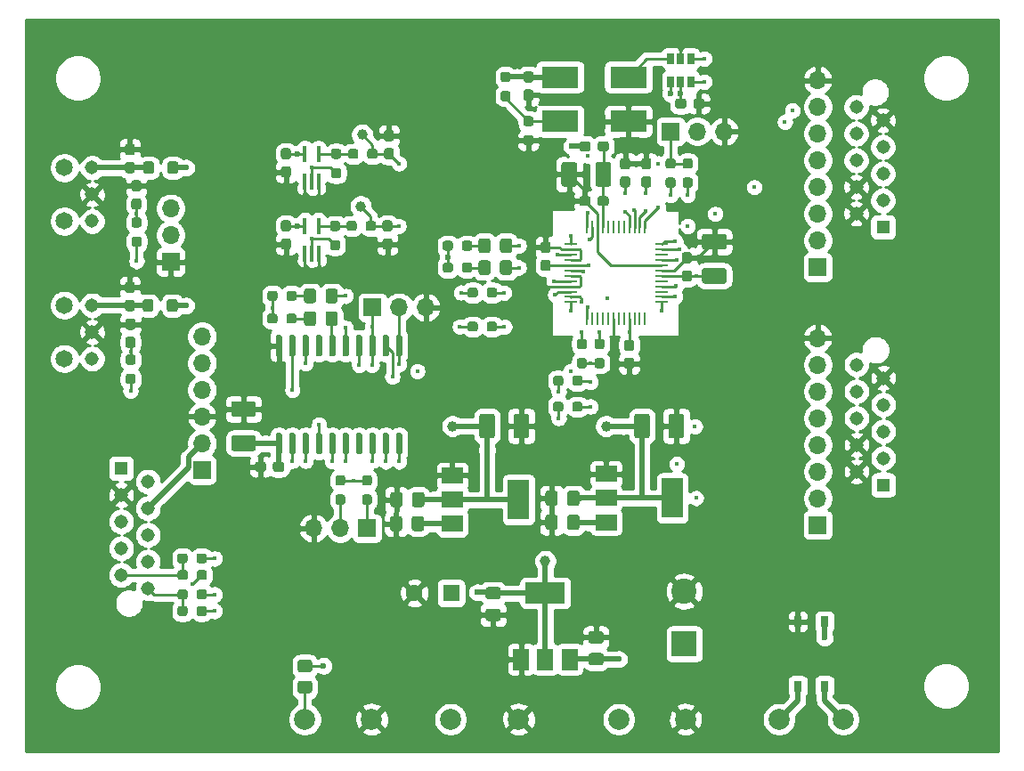
<source format=gbr>
G04 #@! TF.GenerationSoftware,KiCad,Pcbnew,(5.1.9-0-10_14)*
G04 #@! TF.CreationDate,2021-04-11T13:29:02+02:00*
G04 #@! TF.ProjectId,dac,6461632e-6b69-4636-9164-5f7063625858,rev?*
G04 #@! TF.SameCoordinates,Original*
G04 #@! TF.FileFunction,Copper,L1,Top*
G04 #@! TF.FilePolarity,Positive*
%FSLAX46Y46*%
G04 Gerber Fmt 4.6, Leading zero omitted, Abs format (unit mm)*
G04 Created by KiCad (PCBNEW (5.1.9-0-10_14)) date 2021-04-11 13:29:02*
%MOMM*%
%LPD*%
G01*
G04 APERTURE LIST*
G04 #@! TA.AperFunction,ComponentPad*
%ADD10C,1.308000*%
G04 #@! TD*
G04 #@! TA.AperFunction,ComponentPad*
%ADD11C,1.650000*%
G04 #@! TD*
G04 #@! TA.AperFunction,SMDPad,CuDef*
%ADD12C,1.000000*%
G04 #@! TD*
G04 #@! TA.AperFunction,ComponentPad*
%ADD13O,1.700000X1.700000*%
G04 #@! TD*
G04 #@! TA.AperFunction,ComponentPad*
%ADD14R,1.700000X1.700000*%
G04 #@! TD*
G04 #@! TA.AperFunction,SMDPad,CuDef*
%ADD15R,0.400000X1.500000*%
G04 #@! TD*
G04 #@! TA.AperFunction,SMDPad,CuDef*
%ADD16R,0.650000X1.060000*%
G04 #@! TD*
G04 #@! TA.AperFunction,ComponentPad*
%ADD17C,2.000000*%
G04 #@! TD*
G04 #@! TA.AperFunction,ComponentPad*
%ADD18R,1.308000X1.308000*%
G04 #@! TD*
G04 #@! TA.AperFunction,SMDPad,CuDef*
%ADD19R,2.000000X1.500000*%
G04 #@! TD*
G04 #@! TA.AperFunction,SMDPad,CuDef*
%ADD20R,2.000000X3.800000*%
G04 #@! TD*
G04 #@! TA.AperFunction,SMDPad,CuDef*
%ADD21R,1.500000X2.000000*%
G04 #@! TD*
G04 #@! TA.AperFunction,SMDPad,CuDef*
%ADD22R,3.800000X2.000000*%
G04 #@! TD*
G04 #@! TA.AperFunction,SMDPad,CuDef*
%ADD23R,3.500000X2.000000*%
G04 #@! TD*
G04 #@! TA.AperFunction,ComponentPad*
%ADD24C,1.600000*%
G04 #@! TD*
G04 #@! TA.AperFunction,ComponentPad*
%ADD25R,1.600000X1.600000*%
G04 #@! TD*
G04 #@! TA.AperFunction,SMDPad,CuDef*
%ADD26R,0.800000X1.000000*%
G04 #@! TD*
G04 #@! TA.AperFunction,ComponentPad*
%ADD27C,2.400000*%
G04 #@! TD*
G04 #@! TA.AperFunction,ComponentPad*
%ADD28R,2.400000X2.400000*%
G04 #@! TD*
G04 #@! TA.AperFunction,SMDPad,CuDef*
%ADD29R,1.300000X0.250000*%
G04 #@! TD*
G04 #@! TA.AperFunction,SMDPad,CuDef*
%ADD30R,0.250000X1.300000*%
G04 #@! TD*
G04 #@! TA.AperFunction,ViaPad*
%ADD31C,0.450000*%
G04 #@! TD*
G04 #@! TA.AperFunction,ViaPad*
%ADD32C,0.600000*%
G04 #@! TD*
G04 #@! TA.AperFunction,Conductor*
%ADD33C,0.250000*%
G04 #@! TD*
G04 #@! TA.AperFunction,Conductor*
%ADD34C,0.500000*%
G04 #@! TD*
G04 #@! TA.AperFunction,Conductor*
%ADD35C,0.254000*%
G04 #@! TD*
G04 #@! TA.AperFunction,Conductor*
%ADD36C,0.100000*%
G04 #@! TD*
G04 APERTURE END LIST*
D10*
X115025000Y-83185000D03*
X115025000Y-85725000D03*
X115025000Y-88265000D03*
D11*
X112395000Y-88265000D03*
X112395000Y-83185000D03*
D10*
X115025000Y-70104000D03*
X115025000Y-72644000D03*
X115025000Y-75184000D03*
D11*
X112395000Y-75184000D03*
X112395000Y-70104000D03*
G04 #@! TA.AperFunction,SMDPad,CuDef*
G36*
G01*
X122120200Y-83560401D02*
X122120200Y-82860399D01*
G75*
G02*
X122370199Y-82610400I249999J0D01*
G01*
X122920201Y-82610400D01*
G75*
G02*
X123170200Y-82860399I0J-249999D01*
G01*
X123170200Y-83560401D01*
G75*
G02*
X122920201Y-83810400I-249999J0D01*
G01*
X122370199Y-83810400D01*
G75*
G02*
X122120200Y-83560401I0J249999D01*
G01*
G37*
G04 #@! TD.AperFunction*
G04 #@! TA.AperFunction,SMDPad,CuDef*
G36*
G01*
X119820200Y-83560401D02*
X119820200Y-82860399D01*
G75*
G02*
X120070199Y-82610400I249999J0D01*
G01*
X120620201Y-82610400D01*
G75*
G02*
X120870200Y-82860399I0J-249999D01*
G01*
X120870200Y-83560401D01*
G75*
G02*
X120620201Y-83810400I-249999J0D01*
G01*
X120070199Y-83810400D01*
G75*
G02*
X119820200Y-83560401I0J249999D01*
G01*
G37*
G04 #@! TD.AperFunction*
G04 #@! TA.AperFunction,SMDPad,CuDef*
G36*
G01*
X122171000Y-70454001D02*
X122171000Y-69753999D01*
G75*
G02*
X122420999Y-69504000I249999J0D01*
G01*
X122971001Y-69504000D01*
G75*
G02*
X123221000Y-69753999I0J-249999D01*
G01*
X123221000Y-70454001D01*
G75*
G02*
X122971001Y-70704000I-249999J0D01*
G01*
X122420999Y-70704000D01*
G75*
G02*
X122171000Y-70454001I0J249999D01*
G01*
G37*
G04 #@! TD.AperFunction*
G04 #@! TA.AperFunction,SMDPad,CuDef*
G36*
G01*
X119871000Y-70454001D02*
X119871000Y-69753999D01*
G75*
G02*
X120120999Y-69504000I249999J0D01*
G01*
X120671001Y-69504000D01*
G75*
G02*
X120921000Y-69753999I0J-249999D01*
G01*
X120921000Y-70454001D01*
G75*
G02*
X120671001Y-70704000I-249999J0D01*
G01*
X120120999Y-70704000D01*
G75*
G02*
X119871000Y-70454001I0J249999D01*
G01*
G37*
G04 #@! TD.AperFunction*
G04 #@! TA.AperFunction,SMDPad,CuDef*
G36*
G01*
X118431300Y-86178100D02*
X118906300Y-86178100D01*
G75*
G02*
X119143800Y-86415600I0J-237500D01*
G01*
X119143800Y-87015600D01*
G75*
G02*
X118906300Y-87253100I-237500J0D01*
G01*
X118431300Y-87253100D01*
G75*
G02*
X118193800Y-87015600I0J237500D01*
G01*
X118193800Y-86415600D01*
G75*
G02*
X118431300Y-86178100I237500J0D01*
G01*
G37*
G04 #@! TD.AperFunction*
G04 #@! TA.AperFunction,SMDPad,CuDef*
G36*
G01*
X118431300Y-84453100D02*
X118906300Y-84453100D01*
G75*
G02*
X119143800Y-84690600I0J-237500D01*
G01*
X119143800Y-85290600D01*
G75*
G02*
X118906300Y-85528100I-237500J0D01*
G01*
X118431300Y-85528100D01*
G75*
G02*
X118193800Y-85290600I0J237500D01*
G01*
X118193800Y-84690600D01*
G75*
G02*
X118431300Y-84453100I237500J0D01*
G01*
G37*
G04 #@! TD.AperFunction*
G04 #@! TA.AperFunction,SMDPad,CuDef*
G36*
G01*
X118990100Y-73018700D02*
X119465100Y-73018700D01*
G75*
G02*
X119702600Y-73256200I0J-237500D01*
G01*
X119702600Y-73856200D01*
G75*
G02*
X119465100Y-74093700I-237500J0D01*
G01*
X118990100Y-74093700D01*
G75*
G02*
X118752600Y-73856200I0J237500D01*
G01*
X118752600Y-73256200D01*
G75*
G02*
X118990100Y-73018700I237500J0D01*
G01*
G37*
G04 #@! TD.AperFunction*
G04 #@! TA.AperFunction,SMDPad,CuDef*
G36*
G01*
X118990100Y-71293700D02*
X119465100Y-71293700D01*
G75*
G02*
X119702600Y-71531200I0J-237500D01*
G01*
X119702600Y-72131200D01*
G75*
G02*
X119465100Y-72368700I-237500J0D01*
G01*
X118990100Y-72368700D01*
G75*
G02*
X118752600Y-72131200I0J237500D01*
G01*
X118752600Y-71531200D01*
G75*
G02*
X118990100Y-71293700I237500J0D01*
G01*
G37*
G04 #@! TD.AperFunction*
D12*
X158115000Y-107505500D03*
G04 #@! TA.AperFunction,SMDPad,CuDef*
G36*
G01*
X124122000Y-110443000D02*
X124122000Y-110918000D01*
G75*
G02*
X123884500Y-111155500I-237500J0D01*
G01*
X123384500Y-111155500D01*
G75*
G02*
X123147000Y-110918000I0J237500D01*
G01*
X123147000Y-110443000D01*
G75*
G02*
X123384500Y-110205500I237500J0D01*
G01*
X123884500Y-110205500D01*
G75*
G02*
X124122000Y-110443000I0J-237500D01*
G01*
G37*
G04 #@! TD.AperFunction*
G04 #@! TA.AperFunction,SMDPad,CuDef*
G36*
G01*
X125947000Y-110443000D02*
X125947000Y-110918000D01*
G75*
G02*
X125709500Y-111155500I-237500J0D01*
G01*
X125209500Y-111155500D01*
G75*
G02*
X124972000Y-110918000I0J237500D01*
G01*
X124972000Y-110443000D01*
G75*
G02*
X125209500Y-110205500I237500J0D01*
G01*
X125709500Y-110205500D01*
G75*
G02*
X125947000Y-110443000I0J-237500D01*
G01*
G37*
G04 #@! TD.AperFunction*
G04 #@! TA.AperFunction,SMDPad,CuDef*
G36*
G01*
X124948500Y-112505500D02*
X124948500Y-112030500D01*
G75*
G02*
X125186000Y-111793000I237500J0D01*
G01*
X125686000Y-111793000D01*
G75*
G02*
X125923500Y-112030500I0J-237500D01*
G01*
X125923500Y-112505500D01*
G75*
G02*
X125686000Y-112743000I-237500J0D01*
G01*
X125186000Y-112743000D01*
G75*
G02*
X124948500Y-112505500I0J237500D01*
G01*
G37*
G04 #@! TD.AperFunction*
G04 #@! TA.AperFunction,SMDPad,CuDef*
G36*
G01*
X123123500Y-112505500D02*
X123123500Y-112030500D01*
G75*
G02*
X123361000Y-111793000I237500J0D01*
G01*
X123861000Y-111793000D01*
G75*
G02*
X124098500Y-112030500I0J-237500D01*
G01*
X124098500Y-112505500D01*
G75*
G02*
X123861000Y-112743000I-237500J0D01*
G01*
X123361000Y-112743000D01*
G75*
G02*
X123123500Y-112505500I0J237500D01*
G01*
G37*
G04 #@! TD.AperFunction*
G04 #@! TA.AperFunction,SMDPad,CuDef*
G36*
G01*
X124098500Y-107014000D02*
X124098500Y-107489000D01*
G75*
G02*
X123861000Y-107726500I-237500J0D01*
G01*
X123361000Y-107726500D01*
G75*
G02*
X123123500Y-107489000I0J237500D01*
G01*
X123123500Y-107014000D01*
G75*
G02*
X123361000Y-106776500I237500J0D01*
G01*
X123861000Y-106776500D01*
G75*
G02*
X124098500Y-107014000I0J-237500D01*
G01*
G37*
G04 #@! TD.AperFunction*
G04 #@! TA.AperFunction,SMDPad,CuDef*
G36*
G01*
X125923500Y-107014000D02*
X125923500Y-107489000D01*
G75*
G02*
X125686000Y-107726500I-237500J0D01*
G01*
X125186000Y-107726500D01*
G75*
G02*
X124948500Y-107489000I0J237500D01*
G01*
X124948500Y-107014000D01*
G75*
G02*
X125186000Y-106776500I237500J0D01*
G01*
X125686000Y-106776500D01*
G75*
G02*
X125923500Y-107014000I0J-237500D01*
G01*
G37*
G04 #@! TD.AperFunction*
G04 #@! TA.AperFunction,SMDPad,CuDef*
G36*
G01*
X124972000Y-109076500D02*
X124972000Y-108601500D01*
G75*
G02*
X125209500Y-108364000I237500J0D01*
G01*
X125709500Y-108364000D01*
G75*
G02*
X125947000Y-108601500I0J-237500D01*
G01*
X125947000Y-109076500D01*
G75*
G02*
X125709500Y-109314000I-237500J0D01*
G01*
X125209500Y-109314000D01*
G75*
G02*
X124972000Y-109076500I0J237500D01*
G01*
G37*
G04 #@! TD.AperFunction*
G04 #@! TA.AperFunction,SMDPad,CuDef*
G36*
G01*
X123147000Y-109076500D02*
X123147000Y-108601500D01*
G75*
G02*
X123384500Y-108364000I237500J0D01*
G01*
X123884500Y-108364000D01*
G75*
G02*
X124122000Y-108601500I0J-237500D01*
G01*
X124122000Y-109076500D01*
G75*
G02*
X123884500Y-109314000I-237500J0D01*
G01*
X123384500Y-109314000D01*
G75*
G02*
X123147000Y-109076500I0J237500D01*
G01*
G37*
G04 #@! TD.AperFunction*
G04 #@! TA.AperFunction,SMDPad,CuDef*
G36*
G01*
X138383000Y-101176000D02*
X138858000Y-101176000D01*
G75*
G02*
X139095500Y-101413500I0J-237500D01*
G01*
X139095500Y-101913500D01*
G75*
G02*
X138858000Y-102151000I-237500J0D01*
G01*
X138383000Y-102151000D01*
G75*
G02*
X138145500Y-101913500I0J237500D01*
G01*
X138145500Y-101413500D01*
G75*
G02*
X138383000Y-101176000I237500J0D01*
G01*
G37*
G04 #@! TD.AperFunction*
G04 #@! TA.AperFunction,SMDPad,CuDef*
G36*
G01*
X138383000Y-99351000D02*
X138858000Y-99351000D01*
G75*
G02*
X139095500Y-99588500I0J-237500D01*
G01*
X139095500Y-100088500D01*
G75*
G02*
X138858000Y-100326000I-237500J0D01*
G01*
X138383000Y-100326000D01*
G75*
G02*
X138145500Y-100088500I0J237500D01*
G01*
X138145500Y-99588500D01*
G75*
G02*
X138383000Y-99351000I237500J0D01*
G01*
G37*
G04 #@! TD.AperFunction*
G04 #@! TA.AperFunction,SMDPad,CuDef*
G36*
G01*
X140923000Y-101176000D02*
X141398000Y-101176000D01*
G75*
G02*
X141635500Y-101413500I0J-237500D01*
G01*
X141635500Y-101913500D01*
G75*
G02*
X141398000Y-102151000I-237500J0D01*
G01*
X140923000Y-102151000D01*
G75*
G02*
X140685500Y-101913500I0J237500D01*
G01*
X140685500Y-101413500D01*
G75*
G02*
X140923000Y-101176000I237500J0D01*
G01*
G37*
G04 #@! TD.AperFunction*
G04 #@! TA.AperFunction,SMDPad,CuDef*
G36*
G01*
X140923000Y-99351000D02*
X141398000Y-99351000D01*
G75*
G02*
X141635500Y-99588500I0J-237500D01*
G01*
X141635500Y-100088500D01*
G75*
G02*
X141398000Y-100326000I-237500J0D01*
G01*
X140923000Y-100326000D01*
G75*
G02*
X140685500Y-100088500I0J237500D01*
G01*
X140685500Y-99588500D01*
G75*
G02*
X140923000Y-99351000I237500J0D01*
G01*
G37*
G04 #@! TD.AperFunction*
D13*
X136080500Y-104394000D03*
X138620500Y-104394000D03*
D14*
X141160500Y-104394000D03*
G04 #@! TA.AperFunction,SMDPad,CuDef*
G36*
G01*
X133497500Y-84692500D02*
X133497500Y-84217500D01*
G75*
G02*
X133735000Y-83980000I237500J0D01*
G01*
X134235000Y-83980000D01*
G75*
G02*
X134472500Y-84217500I0J-237500D01*
G01*
X134472500Y-84692500D01*
G75*
G02*
X134235000Y-84930000I-237500J0D01*
G01*
X133735000Y-84930000D01*
G75*
G02*
X133497500Y-84692500I0J237500D01*
G01*
G37*
G04 #@! TD.AperFunction*
G04 #@! TA.AperFunction,SMDPad,CuDef*
G36*
G01*
X131672500Y-84692500D02*
X131672500Y-84217500D01*
G75*
G02*
X131910000Y-83980000I237500J0D01*
G01*
X132410000Y-83980000D01*
G75*
G02*
X132647500Y-84217500I0J-237500D01*
G01*
X132647500Y-84692500D01*
G75*
G02*
X132410000Y-84930000I-237500J0D01*
G01*
X131910000Y-84930000D01*
G75*
G02*
X131672500Y-84692500I0J237500D01*
G01*
G37*
G04 #@! TD.AperFunction*
G04 #@! TA.AperFunction,SMDPad,CuDef*
G36*
G01*
X133497500Y-82533500D02*
X133497500Y-82058500D01*
G75*
G02*
X133735000Y-81821000I237500J0D01*
G01*
X134235000Y-81821000D01*
G75*
G02*
X134472500Y-82058500I0J-237500D01*
G01*
X134472500Y-82533500D01*
G75*
G02*
X134235000Y-82771000I-237500J0D01*
G01*
X133735000Y-82771000D01*
G75*
G02*
X133497500Y-82533500I0J237500D01*
G01*
G37*
G04 #@! TD.AperFunction*
G04 #@! TA.AperFunction,SMDPad,CuDef*
G36*
G01*
X131672500Y-82533500D02*
X131672500Y-82058500D01*
G75*
G02*
X131910000Y-81821000I237500J0D01*
G01*
X132410000Y-81821000D01*
G75*
G02*
X132647500Y-82058500I0J-237500D01*
G01*
X132647500Y-82533500D01*
G75*
G02*
X132410000Y-82771000I-237500J0D01*
G01*
X131910000Y-82771000D01*
G75*
G02*
X131672500Y-82533500I0J237500D01*
G01*
G37*
G04 #@! TD.AperFunction*
G04 #@! TA.AperFunction,SMDPad,CuDef*
G36*
G01*
X136320000Y-84004999D02*
X136320000Y-84905001D01*
G75*
G02*
X136070001Y-85155000I-249999J0D01*
G01*
X135419999Y-85155000D01*
G75*
G02*
X135170000Y-84905001I0J249999D01*
G01*
X135170000Y-84004999D01*
G75*
G02*
X135419999Y-83755000I249999J0D01*
G01*
X136070001Y-83755000D01*
G75*
G02*
X136320000Y-84004999I0J-249999D01*
G01*
G37*
G04 #@! TD.AperFunction*
G04 #@! TA.AperFunction,SMDPad,CuDef*
G36*
G01*
X138370000Y-84004999D02*
X138370000Y-84905001D01*
G75*
G02*
X138120001Y-85155000I-249999J0D01*
G01*
X137469999Y-85155000D01*
G75*
G02*
X137220000Y-84905001I0J249999D01*
G01*
X137220000Y-84004999D01*
G75*
G02*
X137469999Y-83755000I249999J0D01*
G01*
X138120001Y-83755000D01*
G75*
G02*
X138370000Y-84004999I0J-249999D01*
G01*
G37*
G04 #@! TD.AperFunction*
G04 #@! TA.AperFunction,SMDPad,CuDef*
G36*
G01*
X136320000Y-81845999D02*
X136320000Y-82746001D01*
G75*
G02*
X136070001Y-82996000I-249999J0D01*
G01*
X135419999Y-82996000D01*
G75*
G02*
X135170000Y-82746001I0J249999D01*
G01*
X135170000Y-81845999D01*
G75*
G02*
X135419999Y-81596000I249999J0D01*
G01*
X136070001Y-81596000D01*
G75*
G02*
X136320000Y-81845999I0J-249999D01*
G01*
G37*
G04 #@! TD.AperFunction*
G04 #@! TA.AperFunction,SMDPad,CuDef*
G36*
G01*
X138370000Y-81845999D02*
X138370000Y-82746001D01*
G75*
G02*
X138120001Y-82996000I-249999J0D01*
G01*
X137469999Y-82996000D01*
G75*
G02*
X137220000Y-82746001I0J249999D01*
G01*
X137220000Y-81845999D01*
G75*
G02*
X137469999Y-81596000I249999J0D01*
G01*
X138120001Y-81596000D01*
G75*
G02*
X138370000Y-81845999I0J-249999D01*
G01*
G37*
G04 #@! TD.AperFunction*
G04 #@! TA.AperFunction,SMDPad,CuDef*
G36*
G01*
X119490500Y-75798500D02*
X119015500Y-75798500D01*
G75*
G02*
X118778000Y-75561000I0J237500D01*
G01*
X118778000Y-75061000D01*
G75*
G02*
X119015500Y-74823500I237500J0D01*
G01*
X119490500Y-74823500D01*
G75*
G02*
X119728000Y-75061000I0J-237500D01*
G01*
X119728000Y-75561000D01*
G75*
G02*
X119490500Y-75798500I-237500J0D01*
G01*
G37*
G04 #@! TD.AperFunction*
G04 #@! TA.AperFunction,SMDPad,CuDef*
G36*
G01*
X119490500Y-77623500D02*
X119015500Y-77623500D01*
G75*
G02*
X118778000Y-77386000I0J237500D01*
G01*
X118778000Y-76886000D01*
G75*
G02*
X119015500Y-76648500I237500J0D01*
G01*
X119490500Y-76648500D01*
G75*
G02*
X119728000Y-76886000I0J-237500D01*
G01*
X119728000Y-77386000D01*
G75*
G02*
X119490500Y-77623500I-237500J0D01*
G01*
G37*
G04 #@! TD.AperFunction*
G04 #@! TA.AperFunction,SMDPad,CuDef*
G36*
G01*
X118444000Y-89706000D02*
X118919000Y-89706000D01*
G75*
G02*
X119156500Y-89943500I0J-237500D01*
G01*
X119156500Y-90443500D01*
G75*
G02*
X118919000Y-90681000I-237500J0D01*
G01*
X118444000Y-90681000D01*
G75*
G02*
X118206500Y-90443500I0J237500D01*
G01*
X118206500Y-89943500D01*
G75*
G02*
X118444000Y-89706000I237500J0D01*
G01*
G37*
G04 #@! TD.AperFunction*
G04 #@! TA.AperFunction,SMDPad,CuDef*
G36*
G01*
X118444000Y-87881000D02*
X118919000Y-87881000D01*
G75*
G02*
X119156500Y-88118500I0J-237500D01*
G01*
X119156500Y-88618500D01*
G75*
G02*
X118919000Y-88856000I-237500J0D01*
G01*
X118444000Y-88856000D01*
G75*
G02*
X118206500Y-88618500I0J237500D01*
G01*
X118206500Y-88118500D01*
G75*
G02*
X118444000Y-87881000I237500J0D01*
G01*
G37*
G04 #@! TD.AperFunction*
G04 #@! TA.AperFunction,SMDPad,CuDef*
G36*
G01*
X163089300Y-68309500D02*
X163089300Y-67834500D01*
G75*
G02*
X163326800Y-67597000I237500J0D01*
G01*
X163926800Y-67597000D01*
G75*
G02*
X164164300Y-67834500I0J-237500D01*
G01*
X164164300Y-68309500D01*
G75*
G02*
X163926800Y-68547000I-237500J0D01*
G01*
X163326800Y-68547000D01*
G75*
G02*
X163089300Y-68309500I0J237500D01*
G01*
G37*
G04 #@! TD.AperFunction*
G04 #@! TA.AperFunction,SMDPad,CuDef*
G36*
G01*
X161364300Y-68309500D02*
X161364300Y-67834500D01*
G75*
G02*
X161601800Y-67597000I237500J0D01*
G01*
X162201800Y-67597000D01*
G75*
G02*
X162439300Y-67834500I0J-237500D01*
G01*
X162439300Y-68309500D01*
G75*
G02*
X162201800Y-68547000I-237500J0D01*
G01*
X161601800Y-68547000D01*
G75*
G02*
X161364300Y-68309500I0J237500D01*
G01*
G37*
G04 #@! TD.AperFunction*
D15*
X135255000Y-75635500D03*
X136555000Y-75635500D03*
X136555000Y-78295500D03*
X135905000Y-78295500D03*
X135255000Y-78295500D03*
X135240000Y-68790200D03*
X136540000Y-68790200D03*
X136540000Y-71450200D03*
X135890000Y-71450200D03*
X135240000Y-71450200D03*
G04 #@! TA.AperFunction,SMDPad,CuDef*
G36*
G01*
X140339900Y-68545700D02*
X140339900Y-69020700D01*
G75*
G02*
X140102400Y-69258200I-237500J0D01*
G01*
X139602400Y-69258200D01*
G75*
G02*
X139364900Y-69020700I0J237500D01*
G01*
X139364900Y-68545700D01*
G75*
G02*
X139602400Y-68308200I237500J0D01*
G01*
X140102400Y-68308200D01*
G75*
G02*
X140339900Y-68545700I0J-237500D01*
G01*
G37*
G04 #@! TD.AperFunction*
G04 #@! TA.AperFunction,SMDPad,CuDef*
G36*
G01*
X142164900Y-68545700D02*
X142164900Y-69020700D01*
G75*
G02*
X141927400Y-69258200I-237500J0D01*
G01*
X141427400Y-69258200D01*
G75*
G02*
X141189900Y-69020700I0J237500D01*
G01*
X141189900Y-68545700D01*
G75*
G02*
X141427400Y-68308200I237500J0D01*
G01*
X141927400Y-68308200D01*
G75*
G02*
X142164900Y-68545700I0J-237500D01*
G01*
G37*
G04 #@! TD.AperFunction*
G04 #@! TA.AperFunction,SMDPad,CuDef*
G36*
G01*
X138362700Y-76132500D02*
X137887700Y-76132500D01*
G75*
G02*
X137650200Y-75895000I0J237500D01*
G01*
X137650200Y-75395000D01*
G75*
G02*
X137887700Y-75157500I237500J0D01*
G01*
X138362700Y-75157500D01*
G75*
G02*
X138600200Y-75395000I0J-237500D01*
G01*
X138600200Y-75895000D01*
G75*
G02*
X138362700Y-76132500I-237500J0D01*
G01*
G37*
G04 #@! TD.AperFunction*
G04 #@! TA.AperFunction,SMDPad,CuDef*
G36*
G01*
X138362700Y-77957500D02*
X137887700Y-77957500D01*
G75*
G02*
X137650200Y-77720000I0J237500D01*
G01*
X137650200Y-77220000D01*
G75*
G02*
X137887700Y-76982500I237500J0D01*
G01*
X138362700Y-76982500D01*
G75*
G02*
X138600200Y-77220000I0J-237500D01*
G01*
X138600200Y-77720000D01*
G75*
G02*
X138362700Y-77957500I-237500J0D01*
G01*
G37*
G04 #@! TD.AperFunction*
G04 #@! TA.AperFunction,SMDPad,CuDef*
G36*
G01*
X138464300Y-69270700D02*
X137989300Y-69270700D01*
G75*
G02*
X137751800Y-69033200I0J237500D01*
G01*
X137751800Y-68533200D01*
G75*
G02*
X137989300Y-68295700I237500J0D01*
G01*
X138464300Y-68295700D01*
G75*
G02*
X138701800Y-68533200I0J-237500D01*
G01*
X138701800Y-69033200D01*
G75*
G02*
X138464300Y-69270700I-237500J0D01*
G01*
G37*
G04 #@! TD.AperFunction*
G04 #@! TA.AperFunction,SMDPad,CuDef*
G36*
G01*
X138464300Y-71095700D02*
X137989300Y-71095700D01*
G75*
G02*
X137751800Y-70858200I0J237500D01*
G01*
X137751800Y-70358200D01*
G75*
G02*
X137989300Y-70120700I237500J0D01*
G01*
X138464300Y-70120700D01*
G75*
G02*
X138701800Y-70358200I0J-237500D01*
G01*
X138701800Y-70858200D01*
G75*
G02*
X138464300Y-71095700I-237500J0D01*
G01*
G37*
G04 #@! TD.AperFunction*
G04 #@! TA.AperFunction,SMDPad,CuDef*
G36*
G01*
X143341100Y-76178700D02*
X142866100Y-76178700D01*
G75*
G02*
X142628600Y-75941200I0J237500D01*
G01*
X142628600Y-75341200D01*
G75*
G02*
X142866100Y-75103700I237500J0D01*
G01*
X143341100Y-75103700D01*
G75*
G02*
X143578600Y-75341200I0J-237500D01*
G01*
X143578600Y-75941200D01*
G75*
G02*
X143341100Y-76178700I-237500J0D01*
G01*
G37*
G04 #@! TD.AperFunction*
G04 #@! TA.AperFunction,SMDPad,CuDef*
G36*
G01*
X143341100Y-77903700D02*
X142866100Y-77903700D01*
G75*
G02*
X142628600Y-77666200I0J237500D01*
G01*
X142628600Y-77066200D01*
G75*
G02*
X142866100Y-76828700I237500J0D01*
G01*
X143341100Y-76828700D01*
G75*
G02*
X143578600Y-77066200I0J-237500D01*
G01*
X143578600Y-77666200D01*
G75*
G02*
X143341100Y-77903700I-237500J0D01*
G01*
G37*
G04 #@! TD.AperFunction*
G04 #@! TA.AperFunction,SMDPad,CuDef*
G36*
G01*
X143018500Y-68245700D02*
X143493500Y-68245700D01*
G75*
G02*
X143731000Y-68483200I0J-237500D01*
G01*
X143731000Y-69083200D01*
G75*
G02*
X143493500Y-69320700I-237500J0D01*
G01*
X143018500Y-69320700D01*
G75*
G02*
X142781000Y-69083200I0J237500D01*
G01*
X142781000Y-68483200D01*
G75*
G02*
X143018500Y-68245700I237500J0D01*
G01*
G37*
G04 #@! TD.AperFunction*
G04 #@! TA.AperFunction,SMDPad,CuDef*
G36*
G01*
X143018500Y-66520700D02*
X143493500Y-66520700D01*
G75*
G02*
X143731000Y-66758200I0J-237500D01*
G01*
X143731000Y-67358200D01*
G75*
G02*
X143493500Y-67595700I-237500J0D01*
G01*
X143018500Y-67595700D01*
G75*
G02*
X142781000Y-67358200I0J237500D01*
G01*
X142781000Y-66758200D01*
G75*
G02*
X143018500Y-66520700I237500J0D01*
G01*
G37*
G04 #@! TD.AperFunction*
G04 #@! TA.AperFunction,SMDPad,CuDef*
G36*
G01*
X133214100Y-76828700D02*
X133689100Y-76828700D01*
G75*
G02*
X133926600Y-77066200I0J-237500D01*
G01*
X133926600Y-77666200D01*
G75*
G02*
X133689100Y-77903700I-237500J0D01*
G01*
X133214100Y-77903700D01*
G75*
G02*
X132976600Y-77666200I0J237500D01*
G01*
X132976600Y-77066200D01*
G75*
G02*
X133214100Y-76828700I237500J0D01*
G01*
G37*
G04 #@! TD.AperFunction*
G04 #@! TA.AperFunction,SMDPad,CuDef*
G36*
G01*
X133214100Y-75103700D02*
X133689100Y-75103700D01*
G75*
G02*
X133926600Y-75341200I0J-237500D01*
G01*
X133926600Y-75941200D01*
G75*
G02*
X133689100Y-76178700I-237500J0D01*
G01*
X133214100Y-76178700D01*
G75*
G02*
X132976600Y-75941200I0J237500D01*
G01*
X132976600Y-75341200D01*
G75*
G02*
X133214100Y-75103700I237500J0D01*
G01*
G37*
G04 #@! TD.AperFunction*
G04 #@! TA.AperFunction,SMDPad,CuDef*
G36*
G01*
X133214100Y-69970700D02*
X133689100Y-69970700D01*
G75*
G02*
X133926600Y-70208200I0J-237500D01*
G01*
X133926600Y-70808200D01*
G75*
G02*
X133689100Y-71045700I-237500J0D01*
G01*
X133214100Y-71045700D01*
G75*
G02*
X132976600Y-70808200I0J237500D01*
G01*
X132976600Y-70208200D01*
G75*
G02*
X133214100Y-69970700I237500J0D01*
G01*
G37*
G04 #@! TD.AperFunction*
G04 #@! TA.AperFunction,SMDPad,CuDef*
G36*
G01*
X133214100Y-68245700D02*
X133689100Y-68245700D01*
G75*
G02*
X133926600Y-68483200I0J-237500D01*
G01*
X133926600Y-69083200D01*
G75*
G02*
X133689100Y-69320700I-237500J0D01*
G01*
X133214100Y-69320700D01*
G75*
G02*
X132976600Y-69083200I0J237500D01*
G01*
X132976600Y-68483200D01*
G75*
G02*
X133214100Y-68245700I237500J0D01*
G01*
G37*
G04 #@! TD.AperFunction*
D16*
X170977600Y-61925200D03*
X171927600Y-61925200D03*
X170027600Y-61925200D03*
X170027600Y-59725200D03*
X170977600Y-59725200D03*
X171927600Y-59725200D03*
G04 #@! TA.AperFunction,SMDPad,CuDef*
G36*
G01*
X171530300Y-63770500D02*
X171530300Y-64245500D01*
G75*
G02*
X171292800Y-64483000I-237500J0D01*
G01*
X170692800Y-64483000D01*
G75*
G02*
X170455300Y-64245500I0J237500D01*
G01*
X170455300Y-63770500D01*
G75*
G02*
X170692800Y-63533000I237500J0D01*
G01*
X171292800Y-63533000D01*
G75*
G02*
X171530300Y-63770500I0J-237500D01*
G01*
G37*
G04 #@! TD.AperFunction*
G04 #@! TA.AperFunction,SMDPad,CuDef*
G36*
G01*
X173255300Y-63770500D02*
X173255300Y-64245500D01*
G75*
G02*
X173017800Y-64483000I-237500J0D01*
G01*
X172417800Y-64483000D01*
G75*
G02*
X172180300Y-64245500I0J237500D01*
G01*
X172180300Y-63770500D01*
G75*
G02*
X172417800Y-63533000I237500J0D01*
G01*
X173017800Y-63533000D01*
G75*
G02*
X173255300Y-63770500I0J-237500D01*
G01*
G37*
G04 #@! TD.AperFunction*
G04 #@! TA.AperFunction,SMDPad,CuDef*
G36*
G01*
X156752300Y-66171900D02*
X156277300Y-66171900D01*
G75*
G02*
X156039800Y-65934400I0J237500D01*
G01*
X156039800Y-65434400D01*
G75*
G02*
X156277300Y-65196900I237500J0D01*
G01*
X156752300Y-65196900D01*
G75*
G02*
X156989800Y-65434400I0J-237500D01*
G01*
X156989800Y-65934400D01*
G75*
G02*
X156752300Y-66171900I-237500J0D01*
G01*
G37*
G04 #@! TD.AperFunction*
G04 #@! TA.AperFunction,SMDPad,CuDef*
G36*
G01*
X156752300Y-67996900D02*
X156277300Y-67996900D01*
G75*
G02*
X156039800Y-67759400I0J237500D01*
G01*
X156039800Y-67259400D01*
G75*
G02*
X156277300Y-67021900I237500J0D01*
G01*
X156752300Y-67021900D01*
G75*
G02*
X156989800Y-67259400I0J-237500D01*
G01*
X156989800Y-67759400D01*
G75*
G02*
X156752300Y-67996900I-237500J0D01*
G01*
G37*
G04 #@! TD.AperFunction*
G04 #@! TA.AperFunction,SMDPad,CuDef*
G36*
G01*
X154567900Y-61955500D02*
X154092900Y-61955500D01*
G75*
G02*
X153855400Y-61718000I0J237500D01*
G01*
X153855400Y-61218000D01*
G75*
G02*
X154092900Y-60980500I237500J0D01*
G01*
X154567900Y-60980500D01*
G75*
G02*
X154805400Y-61218000I0J-237500D01*
G01*
X154805400Y-61718000D01*
G75*
G02*
X154567900Y-61955500I-237500J0D01*
G01*
G37*
G04 #@! TD.AperFunction*
G04 #@! TA.AperFunction,SMDPad,CuDef*
G36*
G01*
X154567900Y-63780500D02*
X154092900Y-63780500D01*
G75*
G02*
X153855400Y-63543000I0J237500D01*
G01*
X153855400Y-63043000D01*
G75*
G02*
X154092900Y-62805500I237500J0D01*
G01*
X154567900Y-62805500D01*
G75*
G02*
X154805400Y-63043000I0J-237500D01*
G01*
X154805400Y-63543000D01*
G75*
G02*
X154567900Y-63780500I-237500J0D01*
G01*
G37*
G04 #@! TD.AperFunction*
G04 #@! TA.AperFunction,SMDPad,CuDef*
G36*
G01*
X170265100Y-70188900D02*
X169790100Y-70188900D01*
G75*
G02*
X169552600Y-69951400I0J237500D01*
G01*
X169552600Y-69451400D01*
G75*
G02*
X169790100Y-69213900I237500J0D01*
G01*
X170265100Y-69213900D01*
G75*
G02*
X170502600Y-69451400I0J-237500D01*
G01*
X170502600Y-69951400D01*
G75*
G02*
X170265100Y-70188900I-237500J0D01*
G01*
G37*
G04 #@! TD.AperFunction*
G04 #@! TA.AperFunction,SMDPad,CuDef*
G36*
G01*
X170265100Y-72013900D02*
X169790100Y-72013900D01*
G75*
G02*
X169552600Y-71776400I0J237500D01*
G01*
X169552600Y-71276400D01*
G75*
G02*
X169790100Y-71038900I237500J0D01*
G01*
X170265100Y-71038900D01*
G75*
G02*
X170502600Y-71276400I0J-237500D01*
G01*
X170502600Y-71776400D01*
G75*
G02*
X170265100Y-72013900I-237500J0D01*
G01*
G37*
G04 #@! TD.AperFunction*
G04 #@! TA.AperFunction,SMDPad,CuDef*
G36*
G01*
X171890700Y-70188900D02*
X171415700Y-70188900D01*
G75*
G02*
X171178200Y-69951400I0J237500D01*
G01*
X171178200Y-69451400D01*
G75*
G02*
X171415700Y-69213900I237500J0D01*
G01*
X171890700Y-69213900D01*
G75*
G02*
X172128200Y-69451400I0J-237500D01*
G01*
X172128200Y-69951400D01*
G75*
G02*
X171890700Y-70188900I-237500J0D01*
G01*
G37*
G04 #@! TD.AperFunction*
G04 #@! TA.AperFunction,SMDPad,CuDef*
G36*
G01*
X171890700Y-72013900D02*
X171415700Y-72013900D01*
G75*
G02*
X171178200Y-71776400I0J237500D01*
G01*
X171178200Y-71276400D01*
G75*
G02*
X171415700Y-71038900I237500J0D01*
G01*
X171890700Y-71038900D01*
G75*
G02*
X172128200Y-71276400I0J-237500D01*
G01*
X172128200Y-71776400D01*
G75*
G02*
X171890700Y-72013900I-237500J0D01*
G01*
G37*
G04 #@! TD.AperFunction*
G04 #@! TA.AperFunction,SMDPad,CuDef*
G36*
G01*
X161357300Y-88205500D02*
X161832300Y-88205500D01*
G75*
G02*
X162069800Y-88443000I0J-237500D01*
G01*
X162069800Y-88943000D01*
G75*
G02*
X161832300Y-89180500I-237500J0D01*
G01*
X161357300Y-89180500D01*
G75*
G02*
X161119800Y-88943000I0J237500D01*
G01*
X161119800Y-88443000D01*
G75*
G02*
X161357300Y-88205500I237500J0D01*
G01*
G37*
G04 #@! TD.AperFunction*
G04 #@! TA.AperFunction,SMDPad,CuDef*
G36*
G01*
X161357300Y-86380500D02*
X161832300Y-86380500D01*
G75*
G02*
X162069800Y-86618000I0J-237500D01*
G01*
X162069800Y-87118000D01*
G75*
G02*
X161832300Y-87355500I-237500J0D01*
G01*
X161357300Y-87355500D01*
G75*
G02*
X161119800Y-87118000I0J237500D01*
G01*
X161119800Y-86618000D01*
G75*
G02*
X161357300Y-86380500I237500J0D01*
G01*
G37*
G04 #@! TD.AperFunction*
G04 #@! TA.AperFunction,SMDPad,CuDef*
G36*
G01*
X163033700Y-88205500D02*
X163508700Y-88205500D01*
G75*
G02*
X163746200Y-88443000I0J-237500D01*
G01*
X163746200Y-88943000D01*
G75*
G02*
X163508700Y-89180500I-237500J0D01*
G01*
X163033700Y-89180500D01*
G75*
G02*
X162796200Y-88943000I0J237500D01*
G01*
X162796200Y-88443000D01*
G75*
G02*
X163033700Y-88205500I237500J0D01*
G01*
G37*
G04 #@! TD.AperFunction*
G04 #@! TA.AperFunction,SMDPad,CuDef*
G36*
G01*
X163033700Y-86380500D02*
X163508700Y-86380500D01*
G75*
G02*
X163746200Y-86618000I0J-237500D01*
G01*
X163746200Y-87118000D01*
G75*
G02*
X163508700Y-87355500I-237500J0D01*
G01*
X163033700Y-87355500D01*
G75*
G02*
X162796200Y-87118000I0J237500D01*
G01*
X162796200Y-86618000D01*
G75*
G02*
X163033700Y-86380500I237500J0D01*
G01*
G37*
G04 #@! TD.AperFunction*
G04 #@! TA.AperFunction,SMDPad,CuDef*
G36*
G01*
X151693700Y-81741000D02*
X151693700Y-82216000D01*
G75*
G02*
X151456200Y-82453500I-237500J0D01*
G01*
X150956200Y-82453500D01*
G75*
G02*
X150718700Y-82216000I0J237500D01*
G01*
X150718700Y-81741000D01*
G75*
G02*
X150956200Y-81503500I237500J0D01*
G01*
X151456200Y-81503500D01*
G75*
G02*
X151693700Y-81741000I0J-237500D01*
G01*
G37*
G04 #@! TD.AperFunction*
G04 #@! TA.AperFunction,SMDPad,CuDef*
G36*
G01*
X153518700Y-81741000D02*
X153518700Y-82216000D01*
G75*
G02*
X153281200Y-82453500I-237500J0D01*
G01*
X152781200Y-82453500D01*
G75*
G02*
X152543700Y-82216000I0J237500D01*
G01*
X152543700Y-81741000D01*
G75*
G02*
X152781200Y-81503500I237500J0D01*
G01*
X153281200Y-81503500D01*
G75*
G02*
X153518700Y-81741000I0J-237500D01*
G01*
G37*
G04 #@! TD.AperFunction*
G04 #@! TA.AperFunction,SMDPad,CuDef*
G36*
G01*
X151693700Y-84979500D02*
X151693700Y-85454500D01*
G75*
G02*
X151456200Y-85692000I-237500J0D01*
G01*
X150956200Y-85692000D01*
G75*
G02*
X150718700Y-85454500I0J237500D01*
G01*
X150718700Y-84979500D01*
G75*
G02*
X150956200Y-84742000I237500J0D01*
G01*
X151456200Y-84742000D01*
G75*
G02*
X151693700Y-84979500I0J-237500D01*
G01*
G37*
G04 #@! TD.AperFunction*
G04 #@! TA.AperFunction,SMDPad,CuDef*
G36*
G01*
X153518700Y-84979500D02*
X153518700Y-85454500D01*
G75*
G02*
X153281200Y-85692000I-237500J0D01*
G01*
X152781200Y-85692000D01*
G75*
G02*
X152543700Y-85454500I0J237500D01*
G01*
X152543700Y-84979500D01*
G75*
G02*
X152781200Y-84742000I237500J0D01*
G01*
X153281200Y-84742000D01*
G75*
G02*
X153518700Y-84979500I0J-237500D01*
G01*
G37*
G04 #@! TD.AperFunction*
G04 #@! TA.AperFunction,SMDPad,CuDef*
G36*
G01*
X140187500Y-75403700D02*
X140187500Y-75878700D01*
G75*
G02*
X139950000Y-76116200I-237500J0D01*
G01*
X139450000Y-76116200D01*
G75*
G02*
X139212500Y-75878700I0J237500D01*
G01*
X139212500Y-75403700D01*
G75*
G02*
X139450000Y-75166200I237500J0D01*
G01*
X139950000Y-75166200D01*
G75*
G02*
X140187500Y-75403700I0J-237500D01*
G01*
G37*
G04 #@! TD.AperFunction*
G04 #@! TA.AperFunction,SMDPad,CuDef*
G36*
G01*
X142012500Y-75403700D02*
X142012500Y-75878700D01*
G75*
G02*
X141775000Y-76116200I-237500J0D01*
G01*
X141275000Y-76116200D01*
G75*
G02*
X141037500Y-75878700I0J237500D01*
G01*
X141037500Y-75403700D01*
G75*
G02*
X141275000Y-75166200I237500J0D01*
G01*
X141775000Y-75166200D01*
G75*
G02*
X142012500Y-75403700I0J-237500D01*
G01*
G37*
G04 #@! TD.AperFunction*
G04 #@! TA.AperFunction,SMDPad,CuDef*
G36*
G01*
X150185300Y-77758300D02*
X150185300Y-77283300D01*
G75*
G02*
X150422800Y-77045800I237500J0D01*
G01*
X150922800Y-77045800D01*
G75*
G02*
X151160300Y-77283300I0J-237500D01*
G01*
X151160300Y-77758300D01*
G75*
G02*
X150922800Y-77995800I-237500J0D01*
G01*
X150422800Y-77995800D01*
G75*
G02*
X150185300Y-77758300I0J237500D01*
G01*
G37*
G04 #@! TD.AperFunction*
G04 #@! TA.AperFunction,SMDPad,CuDef*
G36*
G01*
X148360300Y-77758300D02*
X148360300Y-77283300D01*
G75*
G02*
X148597800Y-77045800I237500J0D01*
G01*
X149097800Y-77045800D01*
G75*
G02*
X149335300Y-77283300I0J-237500D01*
G01*
X149335300Y-77758300D01*
G75*
G02*
X149097800Y-77995800I-237500J0D01*
G01*
X148597800Y-77995800D01*
G75*
G02*
X148360300Y-77758300I0J237500D01*
G01*
G37*
G04 #@! TD.AperFunction*
G04 #@! TA.AperFunction,SMDPad,CuDef*
G36*
G01*
X150181500Y-79841100D02*
X150181500Y-79366100D01*
G75*
G02*
X150419000Y-79128600I237500J0D01*
G01*
X150919000Y-79128600D01*
G75*
G02*
X151156500Y-79366100I0J-237500D01*
G01*
X151156500Y-79841100D01*
G75*
G02*
X150919000Y-80078600I-237500J0D01*
G01*
X150419000Y-80078600D01*
G75*
G02*
X150181500Y-79841100I0J237500D01*
G01*
G37*
G04 #@! TD.AperFunction*
G04 #@! TA.AperFunction,SMDPad,CuDef*
G36*
G01*
X148356500Y-79841100D02*
X148356500Y-79366100D01*
G75*
G02*
X148594000Y-79128600I237500J0D01*
G01*
X149094000Y-79128600D01*
G75*
G02*
X149331500Y-79366100I0J-237500D01*
G01*
X149331500Y-79841100D01*
G75*
G02*
X149094000Y-80078600I-237500J0D01*
G01*
X148594000Y-80078600D01*
G75*
G02*
X148356500Y-79841100I0J237500D01*
G01*
G37*
G04 #@! TD.AperFunction*
D17*
X171450000Y-122555000D03*
X165100000Y-122555000D03*
G04 #@! TA.AperFunction,SMDPad,CuDef*
G36*
G01*
X159825500Y-92599500D02*
X159825500Y-93074500D01*
G75*
G02*
X159588000Y-93312000I-237500J0D01*
G01*
X159088000Y-93312000D01*
G75*
G02*
X158850500Y-93074500I0J237500D01*
G01*
X158850500Y-92599500D01*
G75*
G02*
X159088000Y-92362000I237500J0D01*
G01*
X159588000Y-92362000D01*
G75*
G02*
X159825500Y-92599500I0J-237500D01*
G01*
G37*
G04 #@! TD.AperFunction*
G04 #@! TA.AperFunction,SMDPad,CuDef*
G36*
G01*
X161650500Y-92599500D02*
X161650500Y-93074500D01*
G75*
G02*
X161413000Y-93312000I-237500J0D01*
G01*
X160913000Y-93312000D01*
G75*
G02*
X160675500Y-93074500I0J237500D01*
G01*
X160675500Y-92599500D01*
G75*
G02*
X160913000Y-92362000I237500J0D01*
G01*
X161413000Y-92362000D01*
G75*
G02*
X161650500Y-92599500I0J-237500D01*
G01*
G37*
G04 #@! TD.AperFunction*
G04 #@! TA.AperFunction,SMDPad,CuDef*
G36*
G01*
X159825500Y-90123000D02*
X159825500Y-90598000D01*
G75*
G02*
X159588000Y-90835500I-237500J0D01*
G01*
X159088000Y-90835500D01*
G75*
G02*
X158850500Y-90598000I0J237500D01*
G01*
X158850500Y-90123000D01*
G75*
G02*
X159088000Y-89885500I237500J0D01*
G01*
X159588000Y-89885500D01*
G75*
G02*
X159825500Y-90123000I0J-237500D01*
G01*
G37*
G04 #@! TD.AperFunction*
G04 #@! TA.AperFunction,SMDPad,CuDef*
G36*
G01*
X161650500Y-90123000D02*
X161650500Y-90598000D01*
G75*
G02*
X161413000Y-90835500I-237500J0D01*
G01*
X160913000Y-90835500D01*
G75*
G02*
X160675500Y-90598000I0J237500D01*
G01*
X160675500Y-90123000D01*
G75*
G02*
X160913000Y-89885500I237500J0D01*
G01*
X161413000Y-89885500D01*
G75*
G02*
X161650500Y-90123000I0J-237500D01*
G01*
G37*
G04 #@! TD.AperFunction*
G04 #@! TA.AperFunction,SMDPad,CuDef*
G36*
G01*
X166328100Y-87532500D02*
X165853100Y-87532500D01*
G75*
G02*
X165615600Y-87295000I0J237500D01*
G01*
X165615600Y-86695000D01*
G75*
G02*
X165853100Y-86457500I237500J0D01*
G01*
X166328100Y-86457500D01*
G75*
G02*
X166565600Y-86695000I0J-237500D01*
G01*
X166565600Y-87295000D01*
G75*
G02*
X166328100Y-87532500I-237500J0D01*
G01*
G37*
G04 #@! TD.AperFunction*
G04 #@! TA.AperFunction,SMDPad,CuDef*
G36*
G01*
X166328100Y-89257500D02*
X165853100Y-89257500D01*
G75*
G02*
X165615600Y-89020000I0J237500D01*
G01*
X165615600Y-88420000D01*
G75*
G02*
X165853100Y-88182500I237500J0D01*
G01*
X166328100Y-88182500D01*
G75*
G02*
X166565600Y-88420000I0J-237500D01*
G01*
X166565600Y-89020000D01*
G75*
G02*
X166328100Y-89257500I-237500J0D01*
G01*
G37*
G04 #@! TD.AperFunction*
G04 #@! TA.AperFunction,SMDPad,CuDef*
G36*
G01*
X157902900Y-78860700D02*
X158377900Y-78860700D01*
G75*
G02*
X158615400Y-79098200I0J-237500D01*
G01*
X158615400Y-79698200D01*
G75*
G02*
X158377900Y-79935700I-237500J0D01*
G01*
X157902900Y-79935700D01*
G75*
G02*
X157665400Y-79698200I0J237500D01*
G01*
X157665400Y-79098200D01*
G75*
G02*
X157902900Y-78860700I237500J0D01*
G01*
G37*
G04 #@! TD.AperFunction*
G04 #@! TA.AperFunction,SMDPad,CuDef*
G36*
G01*
X157902900Y-77135700D02*
X158377900Y-77135700D01*
G75*
G02*
X158615400Y-77373200I0J-237500D01*
G01*
X158615400Y-77973200D01*
G75*
G02*
X158377900Y-78210700I-237500J0D01*
G01*
X157902900Y-78210700D01*
G75*
G02*
X157665400Y-77973200I0J237500D01*
G01*
X157665400Y-77373200D01*
G75*
G02*
X157902900Y-77135700I237500J0D01*
G01*
G37*
G04 #@! TD.AperFunction*
G04 #@! TA.AperFunction,SMDPad,CuDef*
G36*
G01*
X163075500Y-73516500D02*
X163075500Y-73041500D01*
G75*
G02*
X163313000Y-72804000I237500J0D01*
G01*
X163913000Y-72804000D01*
G75*
G02*
X164150500Y-73041500I0J-237500D01*
G01*
X164150500Y-73516500D01*
G75*
G02*
X163913000Y-73754000I-237500J0D01*
G01*
X163313000Y-73754000D01*
G75*
G02*
X163075500Y-73516500I0J237500D01*
G01*
G37*
G04 #@! TD.AperFunction*
G04 #@! TA.AperFunction,SMDPad,CuDef*
G36*
G01*
X161350500Y-73516500D02*
X161350500Y-73041500D01*
G75*
G02*
X161588000Y-72804000I237500J0D01*
G01*
X162188000Y-72804000D01*
G75*
G02*
X162425500Y-73041500I0J-237500D01*
G01*
X162425500Y-73516500D01*
G75*
G02*
X162188000Y-73754000I-237500J0D01*
G01*
X161588000Y-73754000D01*
G75*
G02*
X161350500Y-73516500I0J237500D01*
G01*
G37*
G04 #@! TD.AperFunction*
G04 #@! TA.AperFunction,SMDPad,CuDef*
G36*
G01*
X171339500Y-79853500D02*
X171814500Y-79853500D01*
G75*
G02*
X172052000Y-80091000I0J-237500D01*
G01*
X172052000Y-80691000D01*
G75*
G02*
X171814500Y-80928500I-237500J0D01*
G01*
X171339500Y-80928500D01*
G75*
G02*
X171102000Y-80691000I0J237500D01*
G01*
X171102000Y-80091000D01*
G75*
G02*
X171339500Y-79853500I237500J0D01*
G01*
G37*
G04 #@! TD.AperFunction*
G04 #@! TA.AperFunction,SMDPad,CuDef*
G36*
G01*
X171339500Y-78128500D02*
X171814500Y-78128500D01*
G75*
G02*
X172052000Y-78366000I0J-237500D01*
G01*
X172052000Y-78966000D01*
G75*
G02*
X171814500Y-79203500I-237500J0D01*
G01*
X171339500Y-79203500D01*
G75*
G02*
X171102000Y-78966000I0J237500D01*
G01*
X171102000Y-78366000D01*
G75*
G02*
X171339500Y-78128500I237500J0D01*
G01*
G37*
G04 #@! TD.AperFunction*
G04 #@! TA.AperFunction,SMDPad,CuDef*
G36*
G01*
X156277300Y-62657700D02*
X156752300Y-62657700D01*
G75*
G02*
X156989800Y-62895200I0J-237500D01*
G01*
X156989800Y-63495200D01*
G75*
G02*
X156752300Y-63732700I-237500J0D01*
G01*
X156277300Y-63732700D01*
G75*
G02*
X156039800Y-63495200I0J237500D01*
G01*
X156039800Y-62895200D01*
G75*
G02*
X156277300Y-62657700I237500J0D01*
G01*
G37*
G04 #@! TD.AperFunction*
G04 #@! TA.AperFunction,SMDPad,CuDef*
G36*
G01*
X156277300Y-60932700D02*
X156752300Y-60932700D01*
G75*
G02*
X156989800Y-61170200I0J-237500D01*
G01*
X156989800Y-61770200D01*
G75*
G02*
X156752300Y-62007700I-237500J0D01*
G01*
X156277300Y-62007700D01*
G75*
G02*
X156039800Y-61770200I0J237500D01*
G01*
X156039800Y-61170200D01*
G75*
G02*
X156277300Y-60932700I237500J0D01*
G01*
G37*
G04 #@! TD.AperFunction*
G04 #@! TA.AperFunction,SMDPad,CuDef*
G36*
G01*
X132214500Y-98789500D02*
X132214500Y-98314500D01*
G75*
G02*
X132452000Y-98077000I237500J0D01*
G01*
X133052000Y-98077000D01*
G75*
G02*
X133289500Y-98314500I0J-237500D01*
G01*
X133289500Y-98789500D01*
G75*
G02*
X133052000Y-99027000I-237500J0D01*
G01*
X132452000Y-99027000D01*
G75*
G02*
X132214500Y-98789500I0J237500D01*
G01*
G37*
G04 #@! TD.AperFunction*
G04 #@! TA.AperFunction,SMDPad,CuDef*
G36*
G01*
X130489500Y-98789500D02*
X130489500Y-98314500D01*
G75*
G02*
X130727000Y-98077000I237500J0D01*
G01*
X131327000Y-98077000D01*
G75*
G02*
X131564500Y-98314500I0J-237500D01*
G01*
X131564500Y-98789500D01*
G75*
G02*
X131327000Y-99027000I-237500J0D01*
G01*
X130727000Y-99027000D01*
G75*
G02*
X130489500Y-98789500I0J237500D01*
G01*
G37*
G04 #@! TD.AperFunction*
G04 #@! TA.AperFunction,SMDPad,CuDef*
G36*
G01*
X118380500Y-82672900D02*
X118855500Y-82672900D01*
G75*
G02*
X119093000Y-82910400I0J-237500D01*
G01*
X119093000Y-83510400D01*
G75*
G02*
X118855500Y-83747900I-237500J0D01*
G01*
X118380500Y-83747900D01*
G75*
G02*
X118143000Y-83510400I0J237500D01*
G01*
X118143000Y-82910400D01*
G75*
G02*
X118380500Y-82672900I237500J0D01*
G01*
G37*
G04 #@! TD.AperFunction*
G04 #@! TA.AperFunction,SMDPad,CuDef*
G36*
G01*
X118380500Y-80947900D02*
X118855500Y-80947900D01*
G75*
G02*
X119093000Y-81185400I0J-237500D01*
G01*
X119093000Y-81785400D01*
G75*
G02*
X118855500Y-82022900I-237500J0D01*
G01*
X118380500Y-82022900D01*
G75*
G02*
X118143000Y-81785400I0J237500D01*
G01*
X118143000Y-81185400D01*
G75*
G02*
X118380500Y-80947900I237500J0D01*
G01*
G37*
G04 #@! TD.AperFunction*
G04 #@! TA.AperFunction,SMDPad,CuDef*
G36*
G01*
X118380500Y-69566500D02*
X118855500Y-69566500D01*
G75*
G02*
X119093000Y-69804000I0J-237500D01*
G01*
X119093000Y-70404000D01*
G75*
G02*
X118855500Y-70641500I-237500J0D01*
G01*
X118380500Y-70641500D01*
G75*
G02*
X118143000Y-70404000I0J237500D01*
G01*
X118143000Y-69804000D01*
G75*
G02*
X118380500Y-69566500I237500J0D01*
G01*
G37*
G04 #@! TD.AperFunction*
G04 #@! TA.AperFunction,SMDPad,CuDef*
G36*
G01*
X118380500Y-67841500D02*
X118855500Y-67841500D01*
G75*
G02*
X119093000Y-68079000I0J-237500D01*
G01*
X119093000Y-68679000D01*
G75*
G02*
X118855500Y-68916500I-237500J0D01*
G01*
X118380500Y-68916500D01*
G75*
G02*
X118143000Y-68679000I0J237500D01*
G01*
X118143000Y-68079000D01*
G75*
G02*
X118380500Y-67841500I237500J0D01*
G01*
G37*
G04 #@! TD.AperFunction*
G04 #@! TA.AperFunction,SMDPad,CuDef*
G36*
G01*
X167953700Y-70262700D02*
X167478700Y-70262700D01*
G75*
G02*
X167241200Y-70025200I0J237500D01*
G01*
X167241200Y-69425200D01*
G75*
G02*
X167478700Y-69187700I237500J0D01*
G01*
X167953700Y-69187700D01*
G75*
G02*
X168191200Y-69425200I0J-237500D01*
G01*
X168191200Y-70025200D01*
G75*
G02*
X167953700Y-70262700I-237500J0D01*
G01*
G37*
G04 #@! TD.AperFunction*
G04 #@! TA.AperFunction,SMDPad,CuDef*
G36*
G01*
X167953700Y-71987700D02*
X167478700Y-71987700D01*
G75*
G02*
X167241200Y-71750200I0J237500D01*
G01*
X167241200Y-71150200D01*
G75*
G02*
X167478700Y-70912700I237500J0D01*
G01*
X167953700Y-70912700D01*
G75*
G02*
X168191200Y-71150200I0J-237500D01*
G01*
X168191200Y-71750200D01*
G75*
G02*
X167953700Y-71987700I-237500J0D01*
G01*
G37*
G04 #@! TD.AperFunction*
G04 #@! TA.AperFunction,SMDPad,CuDef*
G36*
G01*
X165472100Y-70912700D02*
X165947100Y-70912700D01*
G75*
G02*
X166184600Y-71150200I0J-237500D01*
G01*
X166184600Y-71750200D01*
G75*
G02*
X165947100Y-71987700I-237500J0D01*
G01*
X165472100Y-71987700D01*
G75*
G02*
X165234600Y-71750200I0J237500D01*
G01*
X165234600Y-71150200D01*
G75*
G02*
X165472100Y-70912700I237500J0D01*
G01*
G37*
G04 #@! TD.AperFunction*
G04 #@! TA.AperFunction,SMDPad,CuDef*
G36*
G01*
X165472100Y-69187700D02*
X165947100Y-69187700D01*
G75*
G02*
X166184600Y-69425200I0J-237500D01*
G01*
X166184600Y-70025200D01*
G75*
G02*
X165947100Y-70262700I-237500J0D01*
G01*
X165472100Y-70262700D01*
G75*
G02*
X165234600Y-70025200I0J237500D01*
G01*
X165234600Y-69425200D01*
G75*
G02*
X165472100Y-69187700I237500J0D01*
G01*
G37*
G04 #@! TD.AperFunction*
D12*
X140563600Y-73761600D03*
D18*
X190246000Y-100266500D03*
D10*
X187706000Y-98996500D03*
X190246000Y-97726500D03*
X187706000Y-96456500D03*
X190246000Y-95186500D03*
X187706000Y-93916500D03*
X190246000Y-92646500D03*
X187706000Y-91376500D03*
X190246000Y-90106500D03*
X187706000Y-88836500D03*
D13*
X184023000Y-86296500D03*
X184023000Y-88836500D03*
X184023000Y-91376500D03*
X184023000Y-93916500D03*
X184023000Y-96456500D03*
X184023000Y-98996500D03*
X184023000Y-101536500D03*
D14*
X184023000Y-104076500D03*
D13*
X175107600Y-66649600D03*
X172567600Y-66649600D03*
D14*
X170027600Y-66649600D03*
D13*
X122491500Y-73977500D03*
X122491500Y-76517500D03*
D14*
X122491500Y-79057500D03*
D13*
X184023000Y-61785500D03*
X184023000Y-64325500D03*
X184023000Y-66865500D03*
X184023000Y-69405500D03*
X184023000Y-71945500D03*
X184023000Y-74485500D03*
X184023000Y-77025500D03*
D14*
X184023000Y-79565500D03*
D13*
X146748500Y-83375500D03*
X144208500Y-83375500D03*
D14*
X141668500Y-83375500D03*
D18*
X117792500Y-98679000D03*
D10*
X120332500Y-99949000D03*
X117792500Y-101219000D03*
X120332500Y-102489000D03*
X117792500Y-103759000D03*
X120332500Y-105029000D03*
X117792500Y-106299000D03*
X120332500Y-107569000D03*
X117792500Y-108839000D03*
X120332500Y-110109000D03*
D19*
X163893500Y-99222500D03*
X163893500Y-103822500D03*
X163893500Y-101522500D03*
D20*
X170193500Y-101522500D03*
D19*
X149275000Y-99363500D03*
X149275000Y-103963500D03*
X149275000Y-101663500D03*
D20*
X155575000Y-101663500D03*
D21*
X155815000Y-116853500D03*
X160415000Y-116853500D03*
X158115000Y-116853500D03*
D22*
X158115000Y-110553500D03*
D23*
X159514400Y-61484400D03*
X166014400Y-61484400D03*
X166014400Y-65684400D03*
X159514400Y-65684400D03*
D12*
X163893500Y-94678500D03*
X149288500Y-94678500D03*
X140716000Y-66954400D03*
D18*
X190224000Y-75755500D03*
D10*
X187684000Y-74485500D03*
X190224000Y-73215500D03*
X187684000Y-71945500D03*
X190224000Y-70675500D03*
X187684000Y-69405500D03*
X190224000Y-68135500D03*
X187684000Y-66865500D03*
X190224000Y-65595500D03*
X187684000Y-64325500D03*
G04 #@! TA.AperFunction,SMDPad,CuDef*
G36*
G01*
X169811000Y-95603500D02*
X169811000Y-93753500D01*
G75*
G02*
X170061000Y-93503500I250000J0D01*
G01*
X171061000Y-93503500D01*
G75*
G02*
X171311000Y-93753500I0J-250000D01*
G01*
X171311000Y-95603500D01*
G75*
G02*
X171061000Y-95853500I-250000J0D01*
G01*
X170061000Y-95853500D01*
G75*
G02*
X169811000Y-95603500I0J250000D01*
G01*
G37*
G04 #@! TD.AperFunction*
G04 #@! TA.AperFunction,SMDPad,CuDef*
G36*
G01*
X166561000Y-95603500D02*
X166561000Y-93753500D01*
G75*
G02*
X166811000Y-93503500I250000J0D01*
G01*
X167811000Y-93503500D01*
G75*
G02*
X168061000Y-93753500I0J-250000D01*
G01*
X168061000Y-95603500D01*
G75*
G02*
X167811000Y-95853500I-250000J0D01*
G01*
X166811000Y-95853500D01*
G75*
G02*
X166561000Y-95603500I0J250000D01*
G01*
G37*
G04 #@! TD.AperFunction*
G04 #@! TA.AperFunction,SMDPad,CuDef*
G36*
G01*
X155079000Y-95603500D02*
X155079000Y-93753500D01*
G75*
G02*
X155329000Y-93503500I250000J0D01*
G01*
X156329000Y-93503500D01*
G75*
G02*
X156579000Y-93753500I0J-250000D01*
G01*
X156579000Y-95603500D01*
G75*
G02*
X156329000Y-95853500I-250000J0D01*
G01*
X155329000Y-95853500D01*
G75*
G02*
X155079000Y-95603500I0J250000D01*
G01*
G37*
G04 #@! TD.AperFunction*
G04 #@! TA.AperFunction,SMDPad,CuDef*
G36*
G01*
X151829000Y-95603500D02*
X151829000Y-93753500D01*
G75*
G02*
X152079000Y-93503500I250000J0D01*
G01*
X153079000Y-93503500D01*
G75*
G02*
X153329000Y-93753500I0J-250000D01*
G01*
X153329000Y-95603500D01*
G75*
G02*
X153079000Y-95853500I-250000J0D01*
G01*
X152079000Y-95853500D01*
G75*
G02*
X151829000Y-95603500I0J250000D01*
G01*
G37*
G04 #@! TD.AperFunction*
G04 #@! TA.AperFunction,SMDPad,CuDef*
G36*
G01*
X159294500Y-101061500D02*
X159294500Y-102011500D01*
G75*
G02*
X159044500Y-102261500I-250000J0D01*
G01*
X158369500Y-102261500D01*
G75*
G02*
X158119500Y-102011500I0J250000D01*
G01*
X158119500Y-101061500D01*
G75*
G02*
X158369500Y-100811500I250000J0D01*
G01*
X159044500Y-100811500D01*
G75*
G02*
X159294500Y-101061500I0J-250000D01*
G01*
G37*
G04 #@! TD.AperFunction*
G04 #@! TA.AperFunction,SMDPad,CuDef*
G36*
G01*
X161369500Y-101061500D02*
X161369500Y-102011500D01*
G75*
G02*
X161119500Y-102261500I-250000J0D01*
G01*
X160444500Y-102261500D01*
G75*
G02*
X160194500Y-102011500I0J250000D01*
G01*
X160194500Y-101061500D01*
G75*
G02*
X160444500Y-100811500I250000J0D01*
G01*
X161119500Y-100811500D01*
G75*
G02*
X161369500Y-101061500I0J-250000D01*
G01*
G37*
G04 #@! TD.AperFunction*
G04 #@! TA.AperFunction,SMDPad,CuDef*
G36*
G01*
X144542000Y-101188500D02*
X144542000Y-102138500D01*
G75*
G02*
X144292000Y-102388500I-250000J0D01*
G01*
X143617000Y-102388500D01*
G75*
G02*
X143367000Y-102138500I0J250000D01*
G01*
X143367000Y-101188500D01*
G75*
G02*
X143617000Y-100938500I250000J0D01*
G01*
X144292000Y-100938500D01*
G75*
G02*
X144542000Y-101188500I0J-250000D01*
G01*
G37*
G04 #@! TD.AperFunction*
G04 #@! TA.AperFunction,SMDPad,CuDef*
G36*
G01*
X146617000Y-101188500D02*
X146617000Y-102138500D01*
G75*
G02*
X146367000Y-102388500I-250000J0D01*
G01*
X145692000Y-102388500D01*
G75*
G02*
X145442000Y-102138500I0J250000D01*
G01*
X145442000Y-101188500D01*
G75*
G02*
X145692000Y-100938500I250000J0D01*
G01*
X146367000Y-100938500D01*
G75*
G02*
X146617000Y-101188500I0J-250000D01*
G01*
G37*
G04 #@! TD.AperFunction*
G04 #@! TA.AperFunction,SMDPad,CuDef*
G36*
G01*
X159294500Y-103347500D02*
X159294500Y-104297500D01*
G75*
G02*
X159044500Y-104547500I-250000J0D01*
G01*
X158369500Y-104547500D01*
G75*
G02*
X158119500Y-104297500I0J250000D01*
G01*
X158119500Y-103347500D01*
G75*
G02*
X158369500Y-103097500I250000J0D01*
G01*
X159044500Y-103097500D01*
G75*
G02*
X159294500Y-103347500I0J-250000D01*
G01*
G37*
G04 #@! TD.AperFunction*
G04 #@! TA.AperFunction,SMDPad,CuDef*
G36*
G01*
X161369500Y-103347500D02*
X161369500Y-104297500D01*
G75*
G02*
X161119500Y-104547500I-250000J0D01*
G01*
X160444500Y-104547500D01*
G75*
G02*
X160194500Y-104297500I0J250000D01*
G01*
X160194500Y-103347500D01*
G75*
G02*
X160444500Y-103097500I250000J0D01*
G01*
X161119500Y-103097500D01*
G75*
G02*
X161369500Y-103347500I0J-250000D01*
G01*
G37*
G04 #@! TD.AperFunction*
G04 #@! TA.AperFunction,SMDPad,CuDef*
G36*
G01*
X144520500Y-103474500D02*
X144520500Y-104424500D01*
G75*
G02*
X144270500Y-104674500I-250000J0D01*
G01*
X143595500Y-104674500D01*
G75*
G02*
X143345500Y-104424500I0J250000D01*
G01*
X143345500Y-103474500D01*
G75*
G02*
X143595500Y-103224500I250000J0D01*
G01*
X144270500Y-103224500D01*
G75*
G02*
X144520500Y-103474500I0J-250000D01*
G01*
G37*
G04 #@! TD.AperFunction*
G04 #@! TA.AperFunction,SMDPad,CuDef*
G36*
G01*
X146595500Y-103474500D02*
X146595500Y-104424500D01*
G75*
G02*
X146345500Y-104674500I-250000J0D01*
G01*
X145670500Y-104674500D01*
G75*
G02*
X145420500Y-104424500I0J250000D01*
G01*
X145420500Y-103474500D01*
G75*
G02*
X145670500Y-103224500I250000J0D01*
G01*
X146345500Y-103224500D01*
G75*
G02*
X146595500Y-103474500I0J-250000D01*
G01*
G37*
G04 #@! TD.AperFunction*
D24*
X145661500Y-110553500D03*
D25*
X149161500Y-110553500D03*
G04 #@! TA.AperFunction,SMDPad,CuDef*
G36*
G01*
X152687000Y-112041000D02*
X153637000Y-112041000D01*
G75*
G02*
X153887000Y-112291000I0J-250000D01*
G01*
X153887000Y-112966000D01*
G75*
G02*
X153637000Y-113216000I-250000J0D01*
G01*
X152687000Y-113216000D01*
G75*
G02*
X152437000Y-112966000I0J250000D01*
G01*
X152437000Y-112291000D01*
G75*
G02*
X152687000Y-112041000I250000J0D01*
G01*
G37*
G04 #@! TD.AperFunction*
G04 #@! TA.AperFunction,SMDPad,CuDef*
G36*
G01*
X152687000Y-109966000D02*
X153637000Y-109966000D01*
G75*
G02*
X153887000Y-110216000I0J-250000D01*
G01*
X153887000Y-110891000D01*
G75*
G02*
X153637000Y-111141000I-250000J0D01*
G01*
X152687000Y-111141000D01*
G75*
G02*
X152437000Y-110891000I0J250000D01*
G01*
X152437000Y-110216000D01*
G75*
G02*
X152687000Y-109966000I250000J0D01*
G01*
G37*
G04 #@! TD.AperFunction*
D13*
X125476000Y-86156800D03*
X125476000Y-88696800D03*
X125476000Y-91236800D03*
X125476000Y-93776800D03*
X125476000Y-96316800D03*
D14*
X125476000Y-98856800D03*
G04 #@! TA.AperFunction,SMDPad,CuDef*
G36*
G01*
X161139500Y-69814000D02*
X161139500Y-71664000D01*
G75*
G02*
X160889500Y-71914000I-250000J0D01*
G01*
X159889500Y-71914000D01*
G75*
G02*
X159639500Y-71664000I0J250000D01*
G01*
X159639500Y-69814000D01*
G75*
G02*
X159889500Y-69564000I250000J0D01*
G01*
X160889500Y-69564000D01*
G75*
G02*
X161139500Y-69814000I0J-250000D01*
G01*
G37*
G04 #@! TD.AperFunction*
G04 #@! TA.AperFunction,SMDPad,CuDef*
G36*
G01*
X164389500Y-69814000D02*
X164389500Y-71664000D01*
G75*
G02*
X164139500Y-71914000I-250000J0D01*
G01*
X163139500Y-71914000D01*
G75*
G02*
X162889500Y-71664000I0J250000D01*
G01*
X162889500Y-69814000D01*
G75*
G02*
X163139500Y-69564000I250000J0D01*
G01*
X164139500Y-69564000D01*
G75*
G02*
X164389500Y-69814000I0J-250000D01*
G01*
G37*
G04 #@! TD.AperFunction*
G04 #@! TA.AperFunction,SMDPad,CuDef*
G36*
G01*
X175105500Y-77891000D02*
X173255500Y-77891000D01*
G75*
G02*
X173005500Y-77641000I0J250000D01*
G01*
X173005500Y-76641000D01*
G75*
G02*
X173255500Y-76391000I250000J0D01*
G01*
X175105500Y-76391000D01*
G75*
G02*
X175355500Y-76641000I0J-250000D01*
G01*
X175355500Y-77641000D01*
G75*
G02*
X175105500Y-77891000I-250000J0D01*
G01*
G37*
G04 #@! TD.AperFunction*
G04 #@! TA.AperFunction,SMDPad,CuDef*
G36*
G01*
X175105500Y-81141000D02*
X173255500Y-81141000D01*
G75*
G02*
X173005500Y-80891000I0J250000D01*
G01*
X173005500Y-79891000D01*
G75*
G02*
X173255500Y-79641000I250000J0D01*
G01*
X175105500Y-79641000D01*
G75*
G02*
X175355500Y-79891000I0J-250000D01*
G01*
X175355500Y-80891000D01*
G75*
G02*
X175105500Y-81141000I-250000J0D01*
G01*
G37*
G04 #@! TD.AperFunction*
G04 #@! TA.AperFunction,SMDPad,CuDef*
G36*
G01*
X130338000Y-93803500D02*
X128488000Y-93803500D01*
G75*
G02*
X128238000Y-93553500I0J250000D01*
G01*
X128238000Y-92553500D01*
G75*
G02*
X128488000Y-92303500I250000J0D01*
G01*
X130338000Y-92303500D01*
G75*
G02*
X130588000Y-92553500I0J-250000D01*
G01*
X130588000Y-93553500D01*
G75*
G02*
X130338000Y-93803500I-250000J0D01*
G01*
G37*
G04 #@! TD.AperFunction*
G04 #@! TA.AperFunction,SMDPad,CuDef*
G36*
G01*
X130338000Y-97053500D02*
X128488000Y-97053500D01*
G75*
G02*
X128238000Y-96803500I0J250000D01*
G01*
X128238000Y-95803500D01*
G75*
G02*
X128488000Y-95553500I250000J0D01*
G01*
X130338000Y-95553500D01*
G75*
G02*
X130588000Y-95803500I0J-250000D01*
G01*
X130588000Y-96803500D01*
G75*
G02*
X130338000Y-97053500I-250000J0D01*
G01*
G37*
G04 #@! TD.AperFunction*
G04 #@! TA.AperFunction,SMDPad,CuDef*
G36*
G01*
X132928500Y-88054500D02*
X132628500Y-88054500D01*
G75*
G02*
X132478500Y-87904500I0J150000D01*
G01*
X132478500Y-86154500D01*
G75*
G02*
X132628500Y-86004500I150000J0D01*
G01*
X132928500Y-86004500D01*
G75*
G02*
X133078500Y-86154500I0J-150000D01*
G01*
X133078500Y-87904500D01*
G75*
G02*
X132928500Y-88054500I-150000J0D01*
G01*
G37*
G04 #@! TD.AperFunction*
G04 #@! TA.AperFunction,SMDPad,CuDef*
G36*
G01*
X134198500Y-88054500D02*
X133898500Y-88054500D01*
G75*
G02*
X133748500Y-87904500I0J150000D01*
G01*
X133748500Y-86154500D01*
G75*
G02*
X133898500Y-86004500I150000J0D01*
G01*
X134198500Y-86004500D01*
G75*
G02*
X134348500Y-86154500I0J-150000D01*
G01*
X134348500Y-87904500D01*
G75*
G02*
X134198500Y-88054500I-150000J0D01*
G01*
G37*
G04 #@! TD.AperFunction*
G04 #@! TA.AperFunction,SMDPad,CuDef*
G36*
G01*
X135468500Y-88054500D02*
X135168500Y-88054500D01*
G75*
G02*
X135018500Y-87904500I0J150000D01*
G01*
X135018500Y-86154500D01*
G75*
G02*
X135168500Y-86004500I150000J0D01*
G01*
X135468500Y-86004500D01*
G75*
G02*
X135618500Y-86154500I0J-150000D01*
G01*
X135618500Y-87904500D01*
G75*
G02*
X135468500Y-88054500I-150000J0D01*
G01*
G37*
G04 #@! TD.AperFunction*
G04 #@! TA.AperFunction,SMDPad,CuDef*
G36*
G01*
X136738500Y-88054500D02*
X136438500Y-88054500D01*
G75*
G02*
X136288500Y-87904500I0J150000D01*
G01*
X136288500Y-86154500D01*
G75*
G02*
X136438500Y-86004500I150000J0D01*
G01*
X136738500Y-86004500D01*
G75*
G02*
X136888500Y-86154500I0J-150000D01*
G01*
X136888500Y-87904500D01*
G75*
G02*
X136738500Y-88054500I-150000J0D01*
G01*
G37*
G04 #@! TD.AperFunction*
G04 #@! TA.AperFunction,SMDPad,CuDef*
G36*
G01*
X138008500Y-88054500D02*
X137708500Y-88054500D01*
G75*
G02*
X137558500Y-87904500I0J150000D01*
G01*
X137558500Y-86154500D01*
G75*
G02*
X137708500Y-86004500I150000J0D01*
G01*
X138008500Y-86004500D01*
G75*
G02*
X138158500Y-86154500I0J-150000D01*
G01*
X138158500Y-87904500D01*
G75*
G02*
X138008500Y-88054500I-150000J0D01*
G01*
G37*
G04 #@! TD.AperFunction*
G04 #@! TA.AperFunction,SMDPad,CuDef*
G36*
G01*
X139278500Y-88054500D02*
X138978500Y-88054500D01*
G75*
G02*
X138828500Y-87904500I0J150000D01*
G01*
X138828500Y-86154500D01*
G75*
G02*
X138978500Y-86004500I150000J0D01*
G01*
X139278500Y-86004500D01*
G75*
G02*
X139428500Y-86154500I0J-150000D01*
G01*
X139428500Y-87904500D01*
G75*
G02*
X139278500Y-88054500I-150000J0D01*
G01*
G37*
G04 #@! TD.AperFunction*
G04 #@! TA.AperFunction,SMDPad,CuDef*
G36*
G01*
X140548500Y-88054500D02*
X140248500Y-88054500D01*
G75*
G02*
X140098500Y-87904500I0J150000D01*
G01*
X140098500Y-86154500D01*
G75*
G02*
X140248500Y-86004500I150000J0D01*
G01*
X140548500Y-86004500D01*
G75*
G02*
X140698500Y-86154500I0J-150000D01*
G01*
X140698500Y-87904500D01*
G75*
G02*
X140548500Y-88054500I-150000J0D01*
G01*
G37*
G04 #@! TD.AperFunction*
G04 #@! TA.AperFunction,SMDPad,CuDef*
G36*
G01*
X141818500Y-88054500D02*
X141518500Y-88054500D01*
G75*
G02*
X141368500Y-87904500I0J150000D01*
G01*
X141368500Y-86154500D01*
G75*
G02*
X141518500Y-86004500I150000J0D01*
G01*
X141818500Y-86004500D01*
G75*
G02*
X141968500Y-86154500I0J-150000D01*
G01*
X141968500Y-87904500D01*
G75*
G02*
X141818500Y-88054500I-150000J0D01*
G01*
G37*
G04 #@! TD.AperFunction*
G04 #@! TA.AperFunction,SMDPad,CuDef*
G36*
G01*
X143088500Y-88054500D02*
X142788500Y-88054500D01*
G75*
G02*
X142638500Y-87904500I0J150000D01*
G01*
X142638500Y-86154500D01*
G75*
G02*
X142788500Y-86004500I150000J0D01*
G01*
X143088500Y-86004500D01*
G75*
G02*
X143238500Y-86154500I0J-150000D01*
G01*
X143238500Y-87904500D01*
G75*
G02*
X143088500Y-88054500I-150000J0D01*
G01*
G37*
G04 #@! TD.AperFunction*
G04 #@! TA.AperFunction,SMDPad,CuDef*
G36*
G01*
X144358500Y-88054500D02*
X144058500Y-88054500D01*
G75*
G02*
X143908500Y-87904500I0J150000D01*
G01*
X143908500Y-86154500D01*
G75*
G02*
X144058500Y-86004500I150000J0D01*
G01*
X144358500Y-86004500D01*
G75*
G02*
X144508500Y-86154500I0J-150000D01*
G01*
X144508500Y-87904500D01*
G75*
G02*
X144358500Y-88054500I-150000J0D01*
G01*
G37*
G04 #@! TD.AperFunction*
G04 #@! TA.AperFunction,SMDPad,CuDef*
G36*
G01*
X144358500Y-97354500D02*
X144058500Y-97354500D01*
G75*
G02*
X143908500Y-97204500I0J150000D01*
G01*
X143908500Y-95454500D01*
G75*
G02*
X144058500Y-95304500I150000J0D01*
G01*
X144358500Y-95304500D01*
G75*
G02*
X144508500Y-95454500I0J-150000D01*
G01*
X144508500Y-97204500D01*
G75*
G02*
X144358500Y-97354500I-150000J0D01*
G01*
G37*
G04 #@! TD.AperFunction*
G04 #@! TA.AperFunction,SMDPad,CuDef*
G36*
G01*
X143088500Y-97354500D02*
X142788500Y-97354500D01*
G75*
G02*
X142638500Y-97204500I0J150000D01*
G01*
X142638500Y-95454500D01*
G75*
G02*
X142788500Y-95304500I150000J0D01*
G01*
X143088500Y-95304500D01*
G75*
G02*
X143238500Y-95454500I0J-150000D01*
G01*
X143238500Y-97204500D01*
G75*
G02*
X143088500Y-97354500I-150000J0D01*
G01*
G37*
G04 #@! TD.AperFunction*
G04 #@! TA.AperFunction,SMDPad,CuDef*
G36*
G01*
X141818500Y-97354500D02*
X141518500Y-97354500D01*
G75*
G02*
X141368500Y-97204500I0J150000D01*
G01*
X141368500Y-95454500D01*
G75*
G02*
X141518500Y-95304500I150000J0D01*
G01*
X141818500Y-95304500D01*
G75*
G02*
X141968500Y-95454500I0J-150000D01*
G01*
X141968500Y-97204500D01*
G75*
G02*
X141818500Y-97354500I-150000J0D01*
G01*
G37*
G04 #@! TD.AperFunction*
G04 #@! TA.AperFunction,SMDPad,CuDef*
G36*
G01*
X140548500Y-97354500D02*
X140248500Y-97354500D01*
G75*
G02*
X140098500Y-97204500I0J150000D01*
G01*
X140098500Y-95454500D01*
G75*
G02*
X140248500Y-95304500I150000J0D01*
G01*
X140548500Y-95304500D01*
G75*
G02*
X140698500Y-95454500I0J-150000D01*
G01*
X140698500Y-97204500D01*
G75*
G02*
X140548500Y-97354500I-150000J0D01*
G01*
G37*
G04 #@! TD.AperFunction*
G04 #@! TA.AperFunction,SMDPad,CuDef*
G36*
G01*
X139278500Y-97354500D02*
X138978500Y-97354500D01*
G75*
G02*
X138828500Y-97204500I0J150000D01*
G01*
X138828500Y-95454500D01*
G75*
G02*
X138978500Y-95304500I150000J0D01*
G01*
X139278500Y-95304500D01*
G75*
G02*
X139428500Y-95454500I0J-150000D01*
G01*
X139428500Y-97204500D01*
G75*
G02*
X139278500Y-97354500I-150000J0D01*
G01*
G37*
G04 #@! TD.AperFunction*
G04 #@! TA.AperFunction,SMDPad,CuDef*
G36*
G01*
X138008500Y-97354500D02*
X137708500Y-97354500D01*
G75*
G02*
X137558500Y-97204500I0J150000D01*
G01*
X137558500Y-95454500D01*
G75*
G02*
X137708500Y-95304500I150000J0D01*
G01*
X138008500Y-95304500D01*
G75*
G02*
X138158500Y-95454500I0J-150000D01*
G01*
X138158500Y-97204500D01*
G75*
G02*
X138008500Y-97354500I-150000J0D01*
G01*
G37*
G04 #@! TD.AperFunction*
G04 #@! TA.AperFunction,SMDPad,CuDef*
G36*
G01*
X136738500Y-97354500D02*
X136438500Y-97354500D01*
G75*
G02*
X136288500Y-97204500I0J150000D01*
G01*
X136288500Y-95454500D01*
G75*
G02*
X136438500Y-95304500I150000J0D01*
G01*
X136738500Y-95304500D01*
G75*
G02*
X136888500Y-95454500I0J-150000D01*
G01*
X136888500Y-97204500D01*
G75*
G02*
X136738500Y-97354500I-150000J0D01*
G01*
G37*
G04 #@! TD.AperFunction*
G04 #@! TA.AperFunction,SMDPad,CuDef*
G36*
G01*
X135468500Y-97354500D02*
X135168500Y-97354500D01*
G75*
G02*
X135018500Y-97204500I0J150000D01*
G01*
X135018500Y-95454500D01*
G75*
G02*
X135168500Y-95304500I150000J0D01*
G01*
X135468500Y-95304500D01*
G75*
G02*
X135618500Y-95454500I0J-150000D01*
G01*
X135618500Y-97204500D01*
G75*
G02*
X135468500Y-97354500I-150000J0D01*
G01*
G37*
G04 #@! TD.AperFunction*
G04 #@! TA.AperFunction,SMDPad,CuDef*
G36*
G01*
X134198500Y-97354500D02*
X133898500Y-97354500D01*
G75*
G02*
X133748500Y-97204500I0J150000D01*
G01*
X133748500Y-95454500D01*
G75*
G02*
X133898500Y-95304500I150000J0D01*
G01*
X134198500Y-95304500D01*
G75*
G02*
X134348500Y-95454500I0J-150000D01*
G01*
X134348500Y-97204500D01*
G75*
G02*
X134198500Y-97354500I-150000J0D01*
G01*
G37*
G04 #@! TD.AperFunction*
G04 #@! TA.AperFunction,SMDPad,CuDef*
G36*
G01*
X132928500Y-97354500D02*
X132628500Y-97354500D01*
G75*
G02*
X132478500Y-97204500I0J150000D01*
G01*
X132478500Y-95454500D01*
G75*
G02*
X132628500Y-95304500I150000J0D01*
G01*
X132928500Y-95304500D01*
G75*
G02*
X133078500Y-95454500I0J-150000D01*
G01*
X133078500Y-97204500D01*
G75*
G02*
X132928500Y-97354500I-150000J0D01*
G01*
G37*
G04 #@! TD.AperFunction*
G04 #@! TA.AperFunction,SMDPad,CuDef*
G36*
G01*
X135705001Y-118091000D02*
X134804999Y-118091000D01*
G75*
G02*
X134555000Y-117841001I0J249999D01*
G01*
X134555000Y-117140999D01*
G75*
G02*
X134804999Y-116891000I249999J0D01*
G01*
X135705001Y-116891000D01*
G75*
G02*
X135955000Y-117140999I0J-249999D01*
G01*
X135955000Y-117841001D01*
G75*
G02*
X135705001Y-118091000I-249999J0D01*
G01*
G37*
G04 #@! TD.AperFunction*
G04 #@! TA.AperFunction,SMDPad,CuDef*
G36*
G01*
X135705001Y-120091000D02*
X134804999Y-120091000D01*
G75*
G02*
X134555000Y-119841001I0J249999D01*
G01*
X134555000Y-119140999D01*
G75*
G02*
X134804999Y-118891000I249999J0D01*
G01*
X135705001Y-118891000D01*
G75*
G02*
X135955000Y-119140999I0J-249999D01*
G01*
X135955000Y-119841001D01*
G75*
G02*
X135705001Y-120091000I-249999J0D01*
G01*
G37*
G04 #@! TD.AperFunction*
D17*
X180340000Y-122555000D03*
X186436000Y-122555000D03*
X141605000Y-122555000D03*
X149098000Y-122555000D03*
X155575000Y-122555000D03*
X135255000Y-122555000D03*
D26*
X182118000Y-113257000D03*
X184658000Y-113257000D03*
X184658000Y-119407000D03*
X182118000Y-119407000D03*
G04 #@! TA.AperFunction,SMDPad,CuDef*
G36*
G01*
X163416000Y-115352500D02*
X162466000Y-115352500D01*
G75*
G02*
X162216000Y-115102500I0J250000D01*
G01*
X162216000Y-114427500D01*
G75*
G02*
X162466000Y-114177500I250000J0D01*
G01*
X163416000Y-114177500D01*
G75*
G02*
X163666000Y-114427500I0J-250000D01*
G01*
X163666000Y-115102500D01*
G75*
G02*
X163416000Y-115352500I-250000J0D01*
G01*
G37*
G04 #@! TD.AperFunction*
G04 #@! TA.AperFunction,SMDPad,CuDef*
G36*
G01*
X163416000Y-117427500D02*
X162466000Y-117427500D01*
G75*
G02*
X162216000Y-117177500I0J250000D01*
G01*
X162216000Y-116502500D01*
G75*
G02*
X162466000Y-116252500I250000J0D01*
G01*
X163416000Y-116252500D01*
G75*
G02*
X163666000Y-116502500I0J-250000D01*
G01*
X163666000Y-117177500D01*
G75*
G02*
X163416000Y-117427500I-250000J0D01*
G01*
G37*
G04 #@! TD.AperFunction*
D27*
X171323000Y-110379500D03*
D28*
X171323000Y-115379500D03*
D29*
X169196000Y-77387000D03*
X169196000Y-77887000D03*
X169196000Y-78387000D03*
X169196000Y-78887000D03*
X169196000Y-79387000D03*
X169196000Y-79887000D03*
X169196000Y-80387000D03*
X169196000Y-80887000D03*
X169196000Y-81387000D03*
X169196000Y-81887000D03*
X169196000Y-82387000D03*
X169196000Y-82887000D03*
D30*
X167596000Y-84487000D03*
X167096000Y-84487000D03*
X166596000Y-84487000D03*
X166096000Y-84487000D03*
X165596000Y-84487000D03*
X165096000Y-84487000D03*
X164596000Y-84487000D03*
X164096000Y-84487000D03*
X163596000Y-84487000D03*
X163096000Y-84487000D03*
X162596000Y-84487000D03*
X162096000Y-84487000D03*
D29*
X160496000Y-82887000D03*
X160496000Y-82387000D03*
X160496000Y-81887000D03*
X160496000Y-81387000D03*
X160496000Y-80887000D03*
X160496000Y-80387000D03*
X160496000Y-79887000D03*
X160496000Y-79387000D03*
X160496000Y-78887000D03*
X160496000Y-78387000D03*
X160496000Y-77887000D03*
X160496000Y-77387000D03*
D30*
X162096000Y-75787000D03*
X162596000Y-75787000D03*
X163096000Y-75787000D03*
X163596000Y-75787000D03*
X164096000Y-75787000D03*
X164596000Y-75787000D03*
X165096000Y-75787000D03*
X165596000Y-75787000D03*
X166096000Y-75787000D03*
X166596000Y-75787000D03*
X167096000Y-75787000D03*
X167596000Y-75787000D03*
G04 #@! TA.AperFunction,SMDPad,CuDef*
G36*
G01*
X152906200Y-77070799D02*
X152906200Y-77970801D01*
G75*
G02*
X152656201Y-78220800I-249999J0D01*
G01*
X152006199Y-78220800D01*
G75*
G02*
X151756200Y-77970801I0J249999D01*
G01*
X151756200Y-77070799D01*
G75*
G02*
X152006199Y-76820800I249999J0D01*
G01*
X152656201Y-76820800D01*
G75*
G02*
X152906200Y-77070799I0J-249999D01*
G01*
G37*
G04 #@! TD.AperFunction*
G04 #@! TA.AperFunction,SMDPad,CuDef*
G36*
G01*
X154956200Y-77070799D02*
X154956200Y-77970801D01*
G75*
G02*
X154706201Y-78220800I-249999J0D01*
G01*
X154056199Y-78220800D01*
G75*
G02*
X153806200Y-77970801I0J249999D01*
G01*
X153806200Y-77070799D01*
G75*
G02*
X154056199Y-76820800I249999J0D01*
G01*
X154706201Y-76820800D01*
G75*
G02*
X154956200Y-77070799I0J-249999D01*
G01*
G37*
G04 #@! TD.AperFunction*
G04 #@! TA.AperFunction,SMDPad,CuDef*
G36*
G01*
X152906200Y-79153599D02*
X152906200Y-80053601D01*
G75*
G02*
X152656201Y-80303600I-249999J0D01*
G01*
X152006199Y-80303600D01*
G75*
G02*
X151756200Y-80053601I0J249999D01*
G01*
X151756200Y-79153599D01*
G75*
G02*
X152006199Y-78903600I249999J0D01*
G01*
X152656201Y-78903600D01*
G75*
G02*
X152906200Y-79153599I0J-249999D01*
G01*
G37*
G04 #@! TD.AperFunction*
G04 #@! TA.AperFunction,SMDPad,CuDef*
G36*
G01*
X154956200Y-79153599D02*
X154956200Y-80053601D01*
G75*
G02*
X154706201Y-80303600I-249999J0D01*
G01*
X154056199Y-80303600D01*
G75*
G02*
X153806200Y-80053601I0J249999D01*
G01*
X153806200Y-79153599D01*
G75*
G02*
X154056199Y-78903600I249999J0D01*
G01*
X154706201Y-78903600D01*
G75*
G02*
X154956200Y-79153599I0J-249999D01*
G01*
G37*
G04 #@! TD.AperFunction*
D31*
X165709600Y-72542400D03*
X165735000Y-74295000D03*
X164566600Y-87401400D03*
D32*
X170992800Y-58216800D03*
X136550400Y-73152000D03*
X136550400Y-79959200D03*
X157124400Y-81432400D03*
X131508500Y-96329500D03*
X152579000Y-96976000D03*
D31*
X166096000Y-85770400D03*
X172491400Y-80391000D03*
X162411400Y-88693000D03*
X162411400Y-92815400D03*
X162411400Y-90465900D03*
D32*
X155445800Y-61470200D03*
X148844000Y-78587600D03*
X160629600Y-68072000D03*
X170977600Y-63007200D03*
X134518400Y-75641200D03*
X134518400Y-68783200D03*
D31*
X132160000Y-83422500D03*
X139874000Y-99838500D03*
D32*
X147510500Y-101663500D03*
D31*
X159258000Y-78412000D03*
X155600400Y-79603600D03*
X155600400Y-77520800D03*
X162306000Y-76962000D03*
D32*
X184658000Y-114808000D03*
X165100000Y-116840000D03*
D31*
X135331200Y-88696800D03*
X134061200Y-91236800D03*
X136601200Y-94538800D03*
X159385000Y-91376500D03*
X150114000Y-81978500D03*
X144221200Y-88798400D03*
X159385000Y-93916500D03*
X149987000Y-85217000D03*
X141668500Y-85217000D03*
X141630400Y-88849200D03*
D32*
X165544500Y-94678500D03*
D31*
X162204400Y-79400400D03*
X167690800Y-74218800D03*
X167690800Y-72491600D03*
X163271200Y-85699600D03*
X161747200Y-79959200D03*
X161571002Y-82854800D03*
X161594800Y-85750400D03*
X160528000Y-83718400D03*
X140411200Y-88849200D03*
X145948400Y-89458800D03*
X160528000Y-89458800D03*
X154228800Y-85242400D03*
X159054800Y-82194400D03*
X158902400Y-80873600D03*
X154178000Y-81991200D03*
X170484800Y-77063600D03*
X170827765Y-77884800D03*
X174269400Y-74498200D03*
X177977800Y-71958200D03*
X170611800Y-78862000D03*
X162115500Y-74422000D03*
X162111164Y-68981662D03*
X160528000Y-76581000D03*
X171653200Y-75641200D03*
X171653200Y-72694800D03*
X169189400Y-83693000D03*
X172440600Y-101523800D03*
X170611800Y-98272600D03*
X170459400Y-82372200D03*
X170510200Y-81322199D03*
X172339000Y-94716600D03*
D32*
X170027600Y-63042800D03*
D31*
X181610000Y-64668400D03*
X173228000Y-59740800D03*
X162119800Y-83362800D03*
X170027600Y-72694800D03*
X164033200Y-82550000D03*
X180898800Y-65735200D03*
X173228000Y-61925200D03*
X168859200Y-73914000D03*
X168859200Y-69697600D03*
X144221200Y-69697600D03*
X166573200Y-74117200D03*
X144170400Y-75641200D03*
X139128500Y-97980500D03*
X137843498Y-97995502D03*
X139128500Y-85344000D03*
X139128500Y-82296000D03*
X135318500Y-97980500D03*
X134048500Y-97980500D03*
X118681500Y-91313000D03*
X119253000Y-78994000D03*
X126682500Y-107274010D03*
X141668500Y-97980500D03*
X144208500Y-98044000D03*
X124523500Y-109728000D03*
X143573500Y-89979500D03*
X126682500Y-112268000D03*
X126682500Y-110680500D03*
X142938500Y-98044000D03*
D32*
X147433000Y-103963500D03*
X162179000Y-103822500D03*
X151638000Y-110490000D03*
X137033000Y-117475000D03*
D31*
X135890000Y-70053200D03*
X119253000Y-74498200D03*
X135890000Y-76860400D03*
X118681500Y-87566500D03*
D32*
X123952000Y-70104000D03*
X123952000Y-83210400D03*
D33*
X165709600Y-72542400D02*
X165709600Y-71450200D01*
X166096000Y-74656000D02*
X165735000Y-74295000D01*
X166096000Y-75787000D02*
X166096000Y-74656000D01*
X163096000Y-74487000D02*
X161888000Y-73279000D01*
X163096000Y-75787000D02*
X163096000Y-74487000D01*
X161888000Y-72237500D02*
X160389500Y-70739000D01*
X161888000Y-73279000D02*
X161888000Y-72237500D01*
X164596000Y-87372000D02*
X164566600Y-87401400D01*
X164596000Y-84487000D02*
X164596000Y-87372000D01*
X172655500Y-78666000D02*
X174180500Y-77141000D01*
X171577000Y-78666000D02*
X172655500Y-78666000D01*
X160496000Y-81387000D02*
X160466232Y-81416768D01*
X169196000Y-79387000D02*
X164375400Y-79387000D01*
X164375400Y-79387000D02*
X163118800Y-78130400D01*
X163118800Y-75809800D02*
X163096000Y-75787000D01*
X163118800Y-78130400D02*
X163118800Y-75809800D01*
X158354200Y-77887000D02*
X158140400Y-77673200D01*
X170977600Y-58232000D02*
X170992800Y-58216800D01*
X170977600Y-59725200D02*
X170977600Y-58232000D01*
X160496000Y-81387000D02*
X160484399Y-81398601D01*
X136540000Y-73141600D02*
X136550400Y-73152000D01*
X136540000Y-71450200D02*
X136540000Y-73141600D01*
X135941800Y-73152000D02*
X136550400Y-73152000D01*
X135240000Y-72450200D02*
X135941800Y-73152000D01*
X135240000Y-71450200D02*
X135240000Y-72450200D01*
X136555000Y-79954600D02*
X136550400Y-79959200D01*
X136555000Y-78295500D02*
X136555000Y-79954600D01*
X135918700Y-79959200D02*
X136550400Y-79959200D01*
X135255000Y-79295500D02*
X135918700Y-79959200D01*
X135255000Y-78295500D02*
X135255000Y-79295500D01*
X161396000Y-77887000D02*
X160496000Y-77887000D01*
X161471001Y-77962001D02*
X161396000Y-77887000D01*
X161471001Y-78772001D02*
X161471001Y-77962001D01*
X161356002Y-78887000D02*
X161471001Y-78772001D01*
X161218801Y-78861999D02*
X161193800Y-78887000D01*
X160496000Y-78887000D02*
X161193800Y-78887000D01*
X161193800Y-78887000D02*
X161356002Y-78887000D01*
X161471001Y-81272001D02*
X161356002Y-81387000D01*
X161356002Y-81387000D02*
X160496000Y-81387000D01*
X161471001Y-80501999D02*
X161471001Y-81272001D01*
X161356002Y-80387000D02*
X161471001Y-80501999D01*
X160496000Y-80387000D02*
X161356002Y-80387000D01*
X171577000Y-78710802D02*
X171577000Y-78666000D01*
X170400802Y-79887000D02*
X171577000Y-78710802D01*
X169196000Y-79887000D02*
X170400802Y-79887000D01*
X159470199Y-77673200D02*
X158140400Y-77673200D01*
X159683999Y-77887000D02*
X159470199Y-77673200D01*
X160496000Y-77887000D02*
X159683999Y-77887000D01*
X160450600Y-81432400D02*
X157124400Y-81432400D01*
X160496000Y-81387000D02*
X160450600Y-81432400D01*
D34*
X152579000Y-101588500D02*
X152654000Y-101663500D01*
X152654000Y-101663500D02*
X155575000Y-101663500D01*
X149275000Y-101663500D02*
X152654000Y-101663500D01*
X152579000Y-94678500D02*
X149288500Y-94678500D01*
X132778500Y-96329500D02*
X131508500Y-96329500D01*
X132752000Y-96356000D02*
X132778500Y-96329500D01*
X132752000Y-98552000D02*
X132752000Y-96356000D01*
X131508500Y-96329500D02*
X129439000Y-96329500D01*
X152579000Y-94678500D02*
X152579000Y-96976000D01*
X152579000Y-96976000D02*
X152579000Y-101588500D01*
D33*
X171573000Y-80387000D02*
X171577000Y-80391000D01*
X169196000Y-80387000D02*
X170501500Y-80387000D01*
X171577000Y-80391000D02*
X172491400Y-80391000D01*
X170501500Y-80387000D02*
X170514200Y-80387000D01*
X166096000Y-87243600D02*
X166090600Y-87249000D01*
X166096000Y-84487000D02*
X166096000Y-85770400D01*
X166096000Y-86989600D02*
X166090600Y-86995000D01*
X166096000Y-85770400D02*
X166096000Y-86989600D01*
X170514200Y-80387000D02*
X171573000Y-80387000D01*
X172491400Y-80391000D02*
X174180500Y-80391000D01*
X161594800Y-88693000D02*
X162411400Y-88693000D01*
X162411400Y-88693000D02*
X163271200Y-88693000D01*
X162389800Y-92837000D02*
X162411400Y-92815400D01*
X161163000Y-92837000D02*
X162389800Y-92837000D01*
X162306000Y-90360500D02*
X162411400Y-90465900D01*
X161163000Y-90360500D02*
X162306000Y-90360500D01*
X135233000Y-68783200D02*
X135240000Y-68790200D01*
X134429500Y-68783200D02*
X134518400Y-68783200D01*
X159500200Y-61470200D02*
X159514400Y-61484400D01*
X148844000Y-77524600D02*
X148847800Y-77520800D01*
X148844000Y-79603600D02*
X148844000Y-78587600D01*
X148844000Y-78587600D02*
X148844000Y-77524600D01*
D34*
X161901800Y-68072000D02*
X160629600Y-68072000D01*
D33*
X170977600Y-63992800D02*
X170992800Y-64008000D01*
X170977600Y-61925200D02*
X170977600Y-63007200D01*
X170977600Y-63007200D02*
X170977600Y-63992800D01*
D34*
X156529000Y-61484400D02*
X156514800Y-61470200D01*
X159514400Y-61484400D02*
X156529000Y-61484400D01*
X156514800Y-61470200D02*
X155445800Y-61470200D01*
X154332600Y-61470200D02*
X154330400Y-61468000D01*
X155445800Y-61470200D02*
X154332600Y-61470200D01*
D33*
X134429500Y-68783200D02*
X133451600Y-68783200D01*
X134524100Y-75635500D02*
X134518400Y-75641200D01*
X135255000Y-75635500D02*
X134524100Y-75635500D01*
X133451600Y-75641200D02*
X134518400Y-75641200D01*
X134518400Y-68783200D02*
X135233000Y-68783200D01*
X132160000Y-84455000D02*
X132160000Y-83422500D01*
X132160000Y-83422500D02*
X132160000Y-82296000D01*
X138620500Y-99838500D02*
X139874000Y-99838500D01*
X139874000Y-99838500D02*
X141160500Y-99838500D01*
D34*
X147510500Y-101663500D02*
X146029500Y-101663500D01*
X149275000Y-101663500D02*
X147510500Y-101663500D01*
X124175999Y-98645501D02*
X120332500Y-102489000D01*
X124175999Y-97616801D02*
X124175999Y-98645501D01*
X125476000Y-96316800D02*
X124175999Y-97616801D01*
D33*
X150622000Y-79603600D02*
X152331200Y-79603600D01*
X159283000Y-78387000D02*
X159258000Y-78412000D01*
X160496000Y-78387000D02*
X159283000Y-78387000D01*
X155600400Y-79603600D02*
X154381200Y-79603600D01*
X150672800Y-77520800D02*
X152331200Y-77520800D01*
X155600400Y-77520800D02*
X154381200Y-77520800D01*
X162596000Y-76672000D02*
X162596000Y-75787000D01*
X162306000Y-76962000D02*
X162596000Y-76672000D01*
D34*
X184658000Y-114808000D02*
X184658000Y-113257000D01*
X165100000Y-116840000D02*
X162941000Y-116840000D01*
X160428500Y-116840000D02*
X160415000Y-116853500D01*
X162941000Y-116840000D02*
X160428500Y-116840000D01*
X184658000Y-120777000D02*
X186436000Y-122555000D01*
X184658000Y-119407000D02*
X184658000Y-120777000D01*
X182118000Y-120777000D02*
X180340000Y-122555000D01*
X182118000Y-119407000D02*
X182118000Y-120777000D01*
D33*
X135318500Y-88684100D02*
X135331200Y-88696800D01*
X135318500Y-87029500D02*
X135318500Y-88684100D01*
X134048500Y-91224100D02*
X134061200Y-91236800D01*
X134048500Y-87029500D02*
X134048500Y-91224100D01*
X136588500Y-94551500D02*
X136601200Y-94538800D01*
X136588500Y-96329500D02*
X136588500Y-94551500D01*
X135255000Y-122555000D02*
X135255000Y-119491000D01*
X159338000Y-91329500D02*
X159385000Y-91376500D01*
X159338000Y-90360500D02*
X159338000Y-91329500D01*
X150114000Y-81978500D02*
X151206200Y-81978500D01*
X144208500Y-87029500D02*
X144208500Y-83375500D01*
X144221200Y-87042200D02*
X144208500Y-87029500D01*
X144221200Y-88798400D02*
X144221200Y-87042200D01*
X159338000Y-93869500D02*
X159385000Y-93916500D01*
X159338000Y-92837000D02*
X159338000Y-93869500D01*
X151206200Y-85217000D02*
X149987000Y-85217000D01*
X141668500Y-85217000D02*
X141668500Y-87029500D01*
X141668500Y-85217000D02*
X141668500Y-83375500D01*
X141630400Y-87067600D02*
X141668500Y-87029500D01*
X141630400Y-88849200D02*
X141630400Y-87067600D01*
D34*
X167311000Y-101461500D02*
X167372000Y-101522500D01*
X167372000Y-101522500D02*
X170193500Y-101522500D01*
X167311000Y-94678500D02*
X167311000Y-101461500D01*
X163893500Y-101522500D02*
X167372000Y-101522500D01*
X167311000Y-94678500D02*
X165544500Y-94678500D01*
X161452500Y-101522500D02*
X161438500Y-101536500D01*
X160796000Y-101522500D02*
X160782000Y-101536500D01*
X163893500Y-101522500D02*
X160796000Y-101522500D01*
D33*
X160484000Y-79375000D02*
X160496000Y-79387000D01*
D34*
X165544500Y-94678500D02*
X163893500Y-94678500D01*
D33*
X158151600Y-79387000D02*
X158140400Y-79398200D01*
X160496000Y-79387000D02*
X158151600Y-79387000D01*
X160509400Y-79400400D02*
X160496000Y-79387000D01*
X162204400Y-79400400D02*
X160509400Y-79400400D01*
X167096000Y-75787000D02*
X167096000Y-74934736D01*
X167096000Y-74813600D02*
X167690800Y-74218800D01*
X167096000Y-74934736D02*
X167096000Y-74813600D01*
X167690800Y-71475600D02*
X167716200Y-71450200D01*
X167690800Y-72491600D02*
X167690800Y-71475600D01*
X163271200Y-86868000D02*
X163271200Y-85699600D01*
X160545236Y-79936236D02*
X160496000Y-79887000D01*
X161675000Y-79887000D02*
X160496000Y-79887000D01*
X161747200Y-79959200D02*
X161675000Y-79887000D01*
X160506600Y-82397600D02*
X160496000Y-82387000D01*
X161571002Y-82562002D02*
X161571002Y-82854800D01*
X161396000Y-82387000D02*
X161571002Y-82562002D01*
X160496000Y-82387000D02*
X161396000Y-82387000D01*
X161594800Y-85750400D02*
X161594800Y-86868000D01*
X160528000Y-82919000D02*
X160496000Y-82887000D01*
X160528000Y-83718400D02*
X160528000Y-82919000D01*
X140398500Y-88836500D02*
X140411200Y-88849200D01*
X140398500Y-87029500D02*
X140398500Y-88836500D01*
X153056600Y-85242400D02*
X153031200Y-85217000D01*
X154228800Y-85242400D02*
X153056600Y-85242400D01*
X159362200Y-81887000D02*
X159054800Y-82194400D01*
X160496000Y-81887000D02*
X159362200Y-81887000D01*
X158915800Y-80887000D02*
X158902400Y-80873600D01*
X160496000Y-80887000D02*
X158915800Y-80887000D01*
X154165300Y-81978500D02*
X154178000Y-81991200D01*
X153031200Y-81978500D02*
X154165300Y-81978500D01*
X169519400Y-77063600D02*
X169196000Y-77387000D01*
X170484800Y-77063600D02*
X169519400Y-77063600D01*
X169198200Y-77884800D02*
X170827765Y-77884800D01*
X169196000Y-77887000D02*
X169198200Y-77884800D01*
X170586800Y-78887000D02*
X170611800Y-78862000D01*
X169196000Y-78887000D02*
X170586800Y-78887000D01*
X162096000Y-74441500D02*
X162115500Y-74422000D01*
X162096000Y-75787000D02*
X162096000Y-74441500D01*
X160496000Y-76613000D02*
X160528000Y-76581000D01*
X160496000Y-77387000D02*
X160496000Y-76613000D01*
X171653200Y-72694800D02*
X171653200Y-71526400D01*
X156514800Y-65684400D02*
X159514400Y-65684400D01*
X154330400Y-63500000D02*
X156514800Y-65684400D01*
X154330400Y-63293000D02*
X154330400Y-63500000D01*
X169196000Y-83686400D02*
X169189400Y-83693000D01*
X169196000Y-82887000D02*
X169196000Y-83686400D01*
X170444600Y-82387000D02*
X170459400Y-82372200D01*
X169196000Y-82387000D02*
X170444600Y-82387000D01*
X170445399Y-81387000D02*
X170510200Y-81322199D01*
X169196000Y-81387000D02*
X170445399Y-81387000D01*
X170027600Y-61925200D02*
X170027600Y-63042800D01*
X170027600Y-66649600D02*
X170027600Y-69701400D01*
X171653200Y-69701400D02*
X170027600Y-69701400D01*
X171943200Y-59740800D02*
X171927600Y-59725200D01*
X173228000Y-59740800D02*
X171943200Y-59740800D01*
X162096000Y-83386600D02*
X162119800Y-83362800D01*
X162096000Y-84487000D02*
X162096000Y-83386600D01*
X170027600Y-71526400D02*
X170027600Y-72694800D01*
X173228000Y-61925200D02*
X171927600Y-61925200D01*
X167773600Y-59725200D02*
X166014400Y-61484400D01*
X170027600Y-59725200D02*
X167773600Y-59725200D01*
X167576500Y-75806500D02*
X167596000Y-75787000D01*
X141677400Y-68783200D02*
X143256000Y-68783200D01*
X141677400Y-67915800D02*
X140716000Y-66954400D01*
X141677400Y-68783200D02*
X141677400Y-67915800D01*
X167596000Y-75177200D02*
X168859200Y-73914000D01*
X167596000Y-75787000D02*
X167596000Y-75177200D01*
X144170400Y-69697600D02*
X143256000Y-68783200D01*
X144221200Y-69697600D02*
X144170400Y-69697600D01*
X166624000Y-75815000D02*
X166596000Y-75787000D01*
X141525000Y-75641200D02*
X143103600Y-75641200D01*
X141525000Y-74723000D02*
X140563600Y-73761600D01*
X141525000Y-75641200D02*
X141525000Y-74723000D01*
X166596000Y-74140000D02*
X166573200Y-74117200D01*
X166596000Y-75787000D02*
X166596000Y-74140000D01*
X144170400Y-75641200D02*
X143103600Y-75641200D01*
X138219800Y-68790200D02*
X138226800Y-68783200D01*
X136540000Y-68790200D02*
X138219800Y-68790200D01*
X138226800Y-68783200D02*
X139852400Y-68783200D01*
X138115700Y-75635500D02*
X138125200Y-75645000D01*
X136555000Y-75635500D02*
X138115700Y-75635500D01*
X139696200Y-75645000D02*
X139700000Y-75641200D01*
X138125200Y-75645000D02*
X139696200Y-75645000D01*
X163596000Y-73296000D02*
X163613000Y-73279000D01*
X163596000Y-75787000D02*
X163596000Y-74300400D01*
X163613000Y-70765500D02*
X163639500Y-70739000D01*
X163613000Y-73279000D02*
X163613000Y-70765500D01*
X163596000Y-74300400D02*
X163596000Y-73296000D01*
X163639500Y-68084700D02*
X163626800Y-68072000D01*
X163639500Y-70739000D02*
X163639500Y-68084700D01*
X139128500Y-97980500D02*
X139128500Y-96329500D01*
X137843498Y-96344502D02*
X137858500Y-96329500D01*
X137843498Y-97995502D02*
X137843498Y-96344502D01*
X133985000Y-82296000D02*
X135745000Y-82296000D01*
X139128500Y-87029500D02*
X139128500Y-85344000D01*
X139128500Y-82296000D02*
X137795000Y-82296000D01*
X133985000Y-84455000D02*
X135745000Y-84455000D01*
X137795000Y-86966000D02*
X137858500Y-87029500D01*
X137795000Y-84455000D02*
X137795000Y-86966000D01*
X135318500Y-97980500D02*
X135318500Y-96329500D01*
X134048500Y-97980500D02*
X134048500Y-96329500D01*
X118681500Y-90193500D02*
X118681500Y-91313000D01*
X119253000Y-77136000D02*
X119253000Y-78994000D01*
X126659990Y-107251500D02*
X126682500Y-107274010D01*
X125436000Y-107251500D02*
X126659990Y-107251500D01*
X141668500Y-97980500D02*
X141668500Y-96329500D01*
X144208500Y-96329500D02*
X144208500Y-98044000D01*
X141160500Y-104394000D02*
X141160500Y-101663500D01*
X125412500Y-108839000D02*
X124523500Y-109728000D01*
X125459500Y-108839000D02*
X125412500Y-108839000D01*
X143573500Y-87664500D02*
X142938500Y-87029500D01*
X143573500Y-89979500D02*
X143573500Y-87664500D01*
X138620500Y-104394000D02*
X138620500Y-101663500D01*
X125436000Y-112268000D02*
X126682500Y-112268000D01*
X123634500Y-112244500D02*
X123611000Y-112268000D01*
X123634500Y-110680500D02*
X123634500Y-112244500D01*
X120904000Y-110680500D02*
X120332500Y-110109000D01*
X123634500Y-110680500D02*
X120904000Y-110680500D01*
X125459500Y-110680500D02*
X126682500Y-110680500D01*
X142938500Y-98044000D02*
X142938500Y-96329500D01*
X123611000Y-108815500D02*
X123634500Y-108839000D01*
X123611000Y-107251500D02*
X123611000Y-108815500D01*
X123634500Y-108839000D02*
X117792500Y-108839000D01*
D34*
X115025000Y-70104000D02*
X118618000Y-70104000D01*
X118618000Y-70104000D02*
X120396000Y-70104000D01*
X118592600Y-83185000D02*
X118618000Y-83210400D01*
X115025000Y-83185000D02*
X118592600Y-83185000D01*
X118618000Y-83210400D02*
X120345200Y-83210400D01*
X163893500Y-103822500D02*
X162179000Y-103822500D01*
X146022000Y-103963500D02*
X146008000Y-103949500D01*
X149275000Y-103963500D02*
X147433000Y-103963500D01*
X149289000Y-103949500D02*
X149275000Y-103963500D01*
X163957000Y-103886000D02*
X163893500Y-103822500D01*
X147433000Y-103963500D02*
X146022000Y-103963500D01*
X162179000Y-103822500D02*
X160782000Y-103822500D01*
X158115000Y-116853500D02*
X158115000Y-110553500D01*
X158115000Y-110553500D02*
X153162000Y-110553500D01*
X153098500Y-110490000D02*
X153162000Y-110553500D01*
X151638000Y-110490000D02*
X153098500Y-110490000D01*
D33*
X137017000Y-117491000D02*
X137033000Y-117475000D01*
X135255000Y-117491000D02*
X137017000Y-117491000D01*
D34*
X158115000Y-107505500D02*
X158115000Y-110553500D01*
D33*
X137993799Y-70375199D02*
X138226800Y-70608200D01*
X135890000Y-71450200D02*
X135890000Y-70053200D01*
X137671800Y-70053200D02*
X138226800Y-70608200D01*
X135890000Y-70053200D02*
X137671800Y-70053200D01*
X119253000Y-73581600D02*
X119227600Y-73556200D01*
X119253000Y-75311000D02*
X119253000Y-74498200D01*
X119253000Y-74498200D02*
X119253000Y-73581600D01*
X137875699Y-77220499D02*
X138125200Y-77470000D01*
X135905000Y-76875400D02*
X135890000Y-76860400D01*
X135905000Y-78295500D02*
X135905000Y-76875400D01*
X137515600Y-76860400D02*
X138125200Y-77470000D01*
X135890000Y-76860400D02*
X137515600Y-76860400D01*
X118681500Y-86728300D02*
X118668800Y-86715600D01*
X118681500Y-88368500D02*
X118681500Y-87566500D01*
X118681500Y-87566500D02*
X118681500Y-86728300D01*
D34*
X122696000Y-70104000D02*
X123952000Y-70104000D01*
X123952000Y-83210400D02*
X122645200Y-83210400D01*
D35*
X201168000Y-125603000D02*
X108712000Y-125603000D01*
X108712000Y-122393967D01*
X133620000Y-122393967D01*
X133620000Y-122716033D01*
X133682832Y-123031912D01*
X133806082Y-123329463D01*
X133985013Y-123597252D01*
X134212748Y-123824987D01*
X134480537Y-124003918D01*
X134778088Y-124127168D01*
X135093967Y-124190000D01*
X135416033Y-124190000D01*
X135731912Y-124127168D01*
X136029463Y-124003918D01*
X136297252Y-123824987D01*
X136431826Y-123690413D01*
X140649192Y-123690413D01*
X140744956Y-123954814D01*
X141034571Y-124095704D01*
X141346108Y-124177384D01*
X141667595Y-124196718D01*
X141986675Y-124152961D01*
X142291088Y-124047795D01*
X142465044Y-123954814D01*
X142560808Y-123690413D01*
X141605000Y-122734605D01*
X140649192Y-123690413D01*
X136431826Y-123690413D01*
X136524987Y-123597252D01*
X136703918Y-123329463D01*
X136827168Y-123031912D01*
X136890000Y-122716033D01*
X136890000Y-122617595D01*
X139963282Y-122617595D01*
X140007039Y-122936675D01*
X140112205Y-123241088D01*
X140205186Y-123415044D01*
X140469587Y-123510808D01*
X141425395Y-122555000D01*
X141784605Y-122555000D01*
X142740413Y-123510808D01*
X143004814Y-123415044D01*
X143145704Y-123125429D01*
X143227384Y-122813892D01*
X143246718Y-122492405D01*
X143233219Y-122393967D01*
X147463000Y-122393967D01*
X147463000Y-122716033D01*
X147525832Y-123031912D01*
X147649082Y-123329463D01*
X147828013Y-123597252D01*
X148055748Y-123824987D01*
X148323537Y-124003918D01*
X148621088Y-124127168D01*
X148936967Y-124190000D01*
X149259033Y-124190000D01*
X149574912Y-124127168D01*
X149872463Y-124003918D01*
X150140252Y-123824987D01*
X150274826Y-123690413D01*
X154619192Y-123690413D01*
X154714956Y-123954814D01*
X155004571Y-124095704D01*
X155316108Y-124177384D01*
X155637595Y-124196718D01*
X155956675Y-124152961D01*
X156261088Y-124047795D01*
X156435044Y-123954814D01*
X156530808Y-123690413D01*
X155575000Y-122734605D01*
X154619192Y-123690413D01*
X150274826Y-123690413D01*
X150367987Y-123597252D01*
X150546918Y-123329463D01*
X150670168Y-123031912D01*
X150733000Y-122716033D01*
X150733000Y-122617595D01*
X153933282Y-122617595D01*
X153977039Y-122936675D01*
X154082205Y-123241088D01*
X154175186Y-123415044D01*
X154439587Y-123510808D01*
X155395395Y-122555000D01*
X155754605Y-122555000D01*
X156710413Y-123510808D01*
X156974814Y-123415044D01*
X157115704Y-123125429D01*
X157197384Y-122813892D01*
X157216718Y-122492405D01*
X157203219Y-122393967D01*
X163465000Y-122393967D01*
X163465000Y-122716033D01*
X163527832Y-123031912D01*
X163651082Y-123329463D01*
X163830013Y-123597252D01*
X164057748Y-123824987D01*
X164325537Y-124003918D01*
X164623088Y-124127168D01*
X164938967Y-124190000D01*
X165261033Y-124190000D01*
X165576912Y-124127168D01*
X165874463Y-124003918D01*
X166142252Y-123824987D01*
X166276826Y-123690413D01*
X170494192Y-123690413D01*
X170589956Y-123954814D01*
X170879571Y-124095704D01*
X171191108Y-124177384D01*
X171512595Y-124196718D01*
X171831675Y-124152961D01*
X172136088Y-124047795D01*
X172310044Y-123954814D01*
X172405808Y-123690413D01*
X171450000Y-122734605D01*
X170494192Y-123690413D01*
X166276826Y-123690413D01*
X166369987Y-123597252D01*
X166548918Y-123329463D01*
X166672168Y-123031912D01*
X166735000Y-122716033D01*
X166735000Y-122617595D01*
X169808282Y-122617595D01*
X169852039Y-122936675D01*
X169957205Y-123241088D01*
X170050186Y-123415044D01*
X170314587Y-123510808D01*
X171270395Y-122555000D01*
X171629605Y-122555000D01*
X172585413Y-123510808D01*
X172849814Y-123415044D01*
X172990704Y-123125429D01*
X173072384Y-122813892D01*
X173091718Y-122492405D01*
X173078219Y-122393967D01*
X178705000Y-122393967D01*
X178705000Y-122716033D01*
X178767832Y-123031912D01*
X178891082Y-123329463D01*
X179070013Y-123597252D01*
X179297748Y-123824987D01*
X179565537Y-124003918D01*
X179863088Y-124127168D01*
X180178967Y-124190000D01*
X180501033Y-124190000D01*
X180816912Y-124127168D01*
X181114463Y-124003918D01*
X181382252Y-123824987D01*
X181609987Y-123597252D01*
X181788918Y-123329463D01*
X181912168Y-123031912D01*
X181975000Y-122716033D01*
X181975000Y-122393967D01*
X181938103Y-122208475D01*
X182713049Y-121433530D01*
X182746817Y-121405817D01*
X182774533Y-121372046D01*
X182857411Y-121271059D01*
X182872388Y-121243038D01*
X182939589Y-121117313D01*
X182990195Y-120950490D01*
X183003000Y-120820477D01*
X183003000Y-120820469D01*
X183007281Y-120777000D01*
X183003000Y-120733531D01*
X183003000Y-120316981D01*
X183048537Y-120261494D01*
X183107502Y-120151180D01*
X183143812Y-120031482D01*
X183156072Y-119907000D01*
X183156072Y-118907000D01*
X183619928Y-118907000D01*
X183619928Y-119907000D01*
X183632188Y-120031482D01*
X183668498Y-120151180D01*
X183727463Y-120261494D01*
X183773001Y-120316982D01*
X183773001Y-120733521D01*
X183768719Y-120777000D01*
X183785805Y-120950490D01*
X183836412Y-121117313D01*
X183918590Y-121271059D01*
X184001468Y-121372046D01*
X184001469Y-121372047D01*
X184029184Y-121405817D01*
X184062951Y-121433529D01*
X184837897Y-122208475D01*
X184801000Y-122393967D01*
X184801000Y-122716033D01*
X184863832Y-123031912D01*
X184987082Y-123329463D01*
X185166013Y-123597252D01*
X185393748Y-123824987D01*
X185661537Y-124003918D01*
X185959088Y-124127168D01*
X186274967Y-124190000D01*
X186597033Y-124190000D01*
X186912912Y-124127168D01*
X187210463Y-124003918D01*
X187478252Y-123824987D01*
X187705987Y-123597252D01*
X187884918Y-123329463D01*
X188008168Y-123031912D01*
X188071000Y-122716033D01*
X188071000Y-122393967D01*
X188008168Y-122078088D01*
X187884918Y-121780537D01*
X187705987Y-121512748D01*
X187478252Y-121285013D01*
X187210463Y-121106082D01*
X186912912Y-120982832D01*
X186597033Y-120920000D01*
X186274967Y-120920000D01*
X186089475Y-120956897D01*
X185543000Y-120410422D01*
X185543000Y-120316981D01*
X185588537Y-120261494D01*
X185647502Y-120151180D01*
X185683812Y-120031482D01*
X185696072Y-119907000D01*
X185696072Y-119159872D01*
X193980000Y-119159872D01*
X193980000Y-119600128D01*
X194065890Y-120031925D01*
X194234369Y-120438669D01*
X194478962Y-120804729D01*
X194790271Y-121116038D01*
X195156331Y-121360631D01*
X195563075Y-121529110D01*
X195994872Y-121615000D01*
X196435128Y-121615000D01*
X196866925Y-121529110D01*
X197273669Y-121360631D01*
X197639729Y-121116038D01*
X197951038Y-120804729D01*
X198195631Y-120438669D01*
X198364110Y-120031925D01*
X198450000Y-119600128D01*
X198450000Y-119159872D01*
X198364110Y-118728075D01*
X198195631Y-118321331D01*
X197951038Y-117955271D01*
X197639729Y-117643962D01*
X197273669Y-117399369D01*
X196866925Y-117230890D01*
X196435128Y-117145000D01*
X195994872Y-117145000D01*
X195563075Y-117230890D01*
X195156331Y-117399369D01*
X194790271Y-117643962D01*
X194478962Y-117955271D01*
X194234369Y-118321331D01*
X194065890Y-118728075D01*
X193980000Y-119159872D01*
X185696072Y-119159872D01*
X185696072Y-118907000D01*
X185683812Y-118782518D01*
X185647502Y-118662820D01*
X185588537Y-118552506D01*
X185509185Y-118455815D01*
X185412494Y-118376463D01*
X185302180Y-118317498D01*
X185182482Y-118281188D01*
X185058000Y-118268928D01*
X184258000Y-118268928D01*
X184133518Y-118281188D01*
X184013820Y-118317498D01*
X183903506Y-118376463D01*
X183806815Y-118455815D01*
X183727463Y-118552506D01*
X183668498Y-118662820D01*
X183632188Y-118782518D01*
X183619928Y-118907000D01*
X183156072Y-118907000D01*
X183143812Y-118782518D01*
X183107502Y-118662820D01*
X183048537Y-118552506D01*
X182969185Y-118455815D01*
X182872494Y-118376463D01*
X182762180Y-118317498D01*
X182642482Y-118281188D01*
X182518000Y-118268928D01*
X181718000Y-118268928D01*
X181593518Y-118281188D01*
X181473820Y-118317498D01*
X181363506Y-118376463D01*
X181266815Y-118455815D01*
X181187463Y-118552506D01*
X181128498Y-118662820D01*
X181092188Y-118782518D01*
X181079928Y-118907000D01*
X181079928Y-119907000D01*
X181092188Y-120031482D01*
X181128498Y-120151180D01*
X181187463Y-120261494D01*
X181233001Y-120316982D01*
X181233001Y-120410420D01*
X180686525Y-120956897D01*
X180501033Y-120920000D01*
X180178967Y-120920000D01*
X179863088Y-120982832D01*
X179565537Y-121106082D01*
X179297748Y-121285013D01*
X179070013Y-121512748D01*
X178891082Y-121780537D01*
X178767832Y-122078088D01*
X178705000Y-122393967D01*
X173078219Y-122393967D01*
X173047961Y-122173325D01*
X172942795Y-121868912D01*
X172849814Y-121694956D01*
X172585413Y-121599192D01*
X171629605Y-122555000D01*
X171270395Y-122555000D01*
X170314587Y-121599192D01*
X170050186Y-121694956D01*
X169909296Y-121984571D01*
X169827616Y-122296108D01*
X169808282Y-122617595D01*
X166735000Y-122617595D01*
X166735000Y-122393967D01*
X166672168Y-122078088D01*
X166548918Y-121780537D01*
X166369987Y-121512748D01*
X166276826Y-121419587D01*
X170494192Y-121419587D01*
X171450000Y-122375395D01*
X172405808Y-121419587D01*
X172310044Y-121155186D01*
X172020429Y-121014296D01*
X171708892Y-120932616D01*
X171387405Y-120913282D01*
X171068325Y-120957039D01*
X170763912Y-121062205D01*
X170589956Y-121155186D01*
X170494192Y-121419587D01*
X166276826Y-121419587D01*
X166142252Y-121285013D01*
X165874463Y-121106082D01*
X165576912Y-120982832D01*
X165261033Y-120920000D01*
X164938967Y-120920000D01*
X164623088Y-120982832D01*
X164325537Y-121106082D01*
X164057748Y-121285013D01*
X163830013Y-121512748D01*
X163651082Y-121780537D01*
X163527832Y-122078088D01*
X163465000Y-122393967D01*
X157203219Y-122393967D01*
X157172961Y-122173325D01*
X157067795Y-121868912D01*
X156974814Y-121694956D01*
X156710413Y-121599192D01*
X155754605Y-122555000D01*
X155395395Y-122555000D01*
X154439587Y-121599192D01*
X154175186Y-121694956D01*
X154034296Y-121984571D01*
X153952616Y-122296108D01*
X153933282Y-122617595D01*
X150733000Y-122617595D01*
X150733000Y-122393967D01*
X150670168Y-122078088D01*
X150546918Y-121780537D01*
X150367987Y-121512748D01*
X150274826Y-121419587D01*
X154619192Y-121419587D01*
X155575000Y-122375395D01*
X156530808Y-121419587D01*
X156435044Y-121155186D01*
X156145429Y-121014296D01*
X155833892Y-120932616D01*
X155512405Y-120913282D01*
X155193325Y-120957039D01*
X154888912Y-121062205D01*
X154714956Y-121155186D01*
X154619192Y-121419587D01*
X150274826Y-121419587D01*
X150140252Y-121285013D01*
X149872463Y-121106082D01*
X149574912Y-120982832D01*
X149259033Y-120920000D01*
X148936967Y-120920000D01*
X148621088Y-120982832D01*
X148323537Y-121106082D01*
X148055748Y-121285013D01*
X147828013Y-121512748D01*
X147649082Y-121780537D01*
X147525832Y-122078088D01*
X147463000Y-122393967D01*
X143233219Y-122393967D01*
X143202961Y-122173325D01*
X143097795Y-121868912D01*
X143004814Y-121694956D01*
X142740413Y-121599192D01*
X141784605Y-122555000D01*
X141425395Y-122555000D01*
X140469587Y-121599192D01*
X140205186Y-121694956D01*
X140064296Y-121984571D01*
X139982616Y-122296108D01*
X139963282Y-122617595D01*
X136890000Y-122617595D01*
X136890000Y-122393967D01*
X136827168Y-122078088D01*
X136703918Y-121780537D01*
X136524987Y-121512748D01*
X136431826Y-121419587D01*
X140649192Y-121419587D01*
X141605000Y-122375395D01*
X142560808Y-121419587D01*
X142465044Y-121155186D01*
X142175429Y-121014296D01*
X141863892Y-120932616D01*
X141542405Y-120913282D01*
X141223325Y-120957039D01*
X140918912Y-121062205D01*
X140744956Y-121155186D01*
X140649192Y-121419587D01*
X136431826Y-121419587D01*
X136297252Y-121285013D01*
X136029463Y-121106082D01*
X136015000Y-121100091D01*
X136015000Y-120670527D01*
X136044851Y-120661472D01*
X136198387Y-120579405D01*
X136332962Y-120468962D01*
X136443405Y-120334387D01*
X136525472Y-120180851D01*
X136576008Y-120014255D01*
X136593072Y-119841001D01*
X136593072Y-119140999D01*
X136576008Y-118967745D01*
X136525472Y-118801149D01*
X136443405Y-118647613D01*
X136332962Y-118513038D01*
X136306109Y-118491000D01*
X136332962Y-118468962D01*
X136443405Y-118334387D01*
X136487976Y-118251000D01*
X136511410Y-118251000D01*
X136590111Y-118303586D01*
X136760271Y-118374068D01*
X136940911Y-118410000D01*
X137125089Y-118410000D01*
X137305729Y-118374068D01*
X137475889Y-118303586D01*
X137629028Y-118201262D01*
X137759262Y-118071028D01*
X137861586Y-117917889D01*
X137888256Y-117853500D01*
X154426928Y-117853500D01*
X154439188Y-117977982D01*
X154475498Y-118097680D01*
X154534463Y-118207994D01*
X154613815Y-118304685D01*
X154710506Y-118384037D01*
X154820820Y-118443002D01*
X154940518Y-118479312D01*
X155065000Y-118491572D01*
X155529250Y-118488500D01*
X155688000Y-118329750D01*
X155688000Y-116980500D01*
X154588750Y-116980500D01*
X154430000Y-117139250D01*
X154426928Y-117853500D01*
X137888256Y-117853500D01*
X137932068Y-117747729D01*
X137968000Y-117567089D01*
X137968000Y-117382911D01*
X137932068Y-117202271D01*
X137861586Y-117032111D01*
X137759262Y-116878972D01*
X137629028Y-116748738D01*
X137475889Y-116646414D01*
X137305729Y-116575932D01*
X137125089Y-116540000D01*
X136940911Y-116540000D01*
X136760271Y-116575932D01*
X136590111Y-116646414D01*
X136481540Y-116718959D01*
X136443405Y-116647613D01*
X136332962Y-116513038D01*
X136198387Y-116402595D01*
X136044851Y-116320528D01*
X135878255Y-116269992D01*
X135705001Y-116252928D01*
X134804999Y-116252928D01*
X134631745Y-116269992D01*
X134465149Y-116320528D01*
X134311613Y-116402595D01*
X134177038Y-116513038D01*
X134066595Y-116647613D01*
X133984528Y-116801149D01*
X133933992Y-116967745D01*
X133916928Y-117140999D01*
X133916928Y-117841001D01*
X133933992Y-118014255D01*
X133984528Y-118180851D01*
X134066595Y-118334387D01*
X134177038Y-118468962D01*
X134203891Y-118491000D01*
X134177038Y-118513038D01*
X134066595Y-118647613D01*
X133984528Y-118801149D01*
X133933992Y-118967745D01*
X133916928Y-119140999D01*
X133916928Y-119841001D01*
X133933992Y-120014255D01*
X133984528Y-120180851D01*
X134066595Y-120334387D01*
X134177038Y-120468962D01*
X134311613Y-120579405D01*
X134465149Y-120661472D01*
X134495001Y-120670527D01*
X134495000Y-121100091D01*
X134480537Y-121106082D01*
X134212748Y-121285013D01*
X133985013Y-121512748D01*
X133806082Y-121780537D01*
X133682832Y-122078088D01*
X133620000Y-122393967D01*
X108712000Y-122393967D01*
X108712000Y-119286872D01*
X111430000Y-119286872D01*
X111430000Y-119727128D01*
X111515890Y-120158925D01*
X111684369Y-120565669D01*
X111928962Y-120931729D01*
X112240271Y-121243038D01*
X112606331Y-121487631D01*
X113013075Y-121656110D01*
X113444872Y-121742000D01*
X113885128Y-121742000D01*
X114316925Y-121656110D01*
X114723669Y-121487631D01*
X115089729Y-121243038D01*
X115401038Y-120931729D01*
X115645631Y-120565669D01*
X115814110Y-120158925D01*
X115900000Y-119727128D01*
X115900000Y-119286872D01*
X115814110Y-118855075D01*
X115645631Y-118448331D01*
X115401038Y-118082271D01*
X115089729Y-117770962D01*
X114723669Y-117526369D01*
X114316925Y-117357890D01*
X113885128Y-117272000D01*
X113444872Y-117272000D01*
X113013075Y-117357890D01*
X112606331Y-117526369D01*
X112240271Y-117770962D01*
X111928962Y-118082271D01*
X111684369Y-118448331D01*
X111515890Y-118855075D01*
X111430000Y-119286872D01*
X108712000Y-119286872D01*
X108712000Y-115853500D01*
X154426928Y-115853500D01*
X154430000Y-116567750D01*
X154588750Y-116726500D01*
X155688000Y-116726500D01*
X155688000Y-115377250D01*
X155529250Y-115218500D01*
X155065000Y-115215428D01*
X154940518Y-115227688D01*
X154820820Y-115263998D01*
X154710506Y-115322963D01*
X154613815Y-115402315D01*
X154534463Y-115499006D01*
X154475498Y-115609320D01*
X154439188Y-115729018D01*
X154426928Y-115853500D01*
X108712000Y-115853500D01*
X108712000Y-103632045D01*
X116503500Y-103632045D01*
X116503500Y-103885955D01*
X116553035Y-104134987D01*
X116650203Y-104369570D01*
X116791268Y-104580690D01*
X116970810Y-104760232D01*
X117181930Y-104901297D01*
X117416513Y-104998465D01*
X117570024Y-105029000D01*
X117416513Y-105059535D01*
X117181930Y-105156703D01*
X116970810Y-105297768D01*
X116791268Y-105477310D01*
X116650203Y-105688430D01*
X116553035Y-105923013D01*
X116503500Y-106172045D01*
X116503500Y-106425955D01*
X116553035Y-106674987D01*
X116650203Y-106909570D01*
X116791268Y-107120690D01*
X116970810Y-107300232D01*
X117181930Y-107441297D01*
X117416513Y-107538465D01*
X117570024Y-107569000D01*
X117416513Y-107599535D01*
X117181930Y-107696703D01*
X116970810Y-107837768D01*
X116791268Y-108017310D01*
X116650203Y-108228430D01*
X116553035Y-108463013D01*
X116503500Y-108712045D01*
X116503500Y-108965955D01*
X116553035Y-109214987D01*
X116650203Y-109449570D01*
X116791268Y-109660690D01*
X116970810Y-109840232D01*
X117181930Y-109981297D01*
X117416513Y-110078465D01*
X117665545Y-110128000D01*
X117919455Y-110128000D01*
X118168487Y-110078465D01*
X118403070Y-109981297D01*
X118614190Y-109840232D01*
X118793732Y-109660690D01*
X118834952Y-109599000D01*
X119148545Y-109599000D01*
X119093035Y-109733013D01*
X119043500Y-109982045D01*
X119043500Y-110221550D01*
X118936489Y-110177225D01*
X118668911Y-110124000D01*
X118396089Y-110124000D01*
X118128511Y-110177225D01*
X117876457Y-110281629D01*
X117649614Y-110433201D01*
X117456701Y-110626114D01*
X117305129Y-110852957D01*
X117200725Y-111105011D01*
X117147500Y-111372589D01*
X117147500Y-111645411D01*
X117200725Y-111912989D01*
X117305129Y-112165043D01*
X117456701Y-112391886D01*
X117649614Y-112584799D01*
X117876457Y-112736371D01*
X118128511Y-112840775D01*
X118396089Y-112894000D01*
X118668911Y-112894000D01*
X118936489Y-112840775D01*
X119188543Y-112736371D01*
X119415386Y-112584799D01*
X119608299Y-112391886D01*
X119759871Y-112165043D01*
X119864275Y-111912989D01*
X119917500Y-111645411D01*
X119917500Y-111372589D01*
X119908767Y-111328688D01*
X119956513Y-111348465D01*
X120205545Y-111398000D01*
X120459455Y-111398000D01*
X120586748Y-111372680D01*
X120611753Y-111386046D01*
X120755014Y-111429503D01*
X120866667Y-111440500D01*
X120866676Y-111440500D01*
X120903999Y-111444176D01*
X120941322Y-111440500D01*
X122686080Y-111440500D01*
X122702028Y-111459933D01*
X122632988Y-111544058D01*
X122552077Y-111695433D01*
X122502252Y-111859684D01*
X122485428Y-112030500D01*
X122485428Y-112505500D01*
X122502252Y-112676316D01*
X122552077Y-112840567D01*
X122632988Y-112991942D01*
X122741877Y-113124623D01*
X122874558Y-113233512D01*
X123025933Y-113314423D01*
X123190184Y-113364248D01*
X123361000Y-113381072D01*
X123861000Y-113381072D01*
X124031816Y-113364248D01*
X124196067Y-113314423D01*
X124347442Y-113233512D01*
X124480123Y-113124623D01*
X124523500Y-113071768D01*
X124566877Y-113124623D01*
X124699558Y-113233512D01*
X124850933Y-113314423D01*
X125015184Y-113364248D01*
X125186000Y-113381072D01*
X125686000Y-113381072D01*
X125856816Y-113364248D01*
X126021067Y-113314423D01*
X126172442Y-113233512D01*
X126193780Y-113216000D01*
X151798928Y-113216000D01*
X151811188Y-113340482D01*
X151847498Y-113460180D01*
X151906463Y-113570494D01*
X151985815Y-113667185D01*
X152082506Y-113746537D01*
X152192820Y-113805502D01*
X152312518Y-113841812D01*
X152437000Y-113854072D01*
X152876250Y-113851000D01*
X153035000Y-113692250D01*
X153035000Y-112755500D01*
X153289000Y-112755500D01*
X153289000Y-113692250D01*
X153447750Y-113851000D01*
X153887000Y-113854072D01*
X154011482Y-113841812D01*
X154131180Y-113805502D01*
X154241494Y-113746537D01*
X154338185Y-113667185D01*
X154417537Y-113570494D01*
X154476502Y-113460180D01*
X154512812Y-113340482D01*
X154525072Y-113216000D01*
X154522000Y-112914250D01*
X154363250Y-112755500D01*
X153289000Y-112755500D01*
X153035000Y-112755500D01*
X151960750Y-112755500D01*
X151802000Y-112914250D01*
X151798928Y-113216000D01*
X126193780Y-113216000D01*
X126305123Y-113124623D01*
X126355395Y-113063366D01*
X126431647Y-113094951D01*
X126597797Y-113128000D01*
X126767203Y-113128000D01*
X126933353Y-113094951D01*
X127089863Y-113030122D01*
X127230718Y-112936005D01*
X127350505Y-112816218D01*
X127444622Y-112675363D01*
X127509451Y-112518853D01*
X127542500Y-112352703D01*
X127542500Y-112183297D01*
X127509451Y-112017147D01*
X127444622Y-111860637D01*
X127350505Y-111719782D01*
X127230718Y-111599995D01*
X127150212Y-111546202D01*
X144848403Y-111546202D01*
X144919986Y-111790171D01*
X145175496Y-111911071D01*
X145449684Y-111979800D01*
X145732012Y-111993717D01*
X146011630Y-111952287D01*
X146277792Y-111857103D01*
X146403014Y-111790171D01*
X146474597Y-111546202D01*
X145661500Y-110733105D01*
X144848403Y-111546202D01*
X127150212Y-111546202D01*
X127089863Y-111505878D01*
X127013507Y-111474250D01*
X127089863Y-111442622D01*
X127230718Y-111348505D01*
X127350505Y-111228718D01*
X127444622Y-111087863D01*
X127509451Y-110931353D01*
X127542500Y-110765203D01*
X127542500Y-110624012D01*
X144221283Y-110624012D01*
X144262713Y-110903630D01*
X144357897Y-111169792D01*
X144424829Y-111295014D01*
X144668798Y-111366597D01*
X145481895Y-110553500D01*
X145841105Y-110553500D01*
X146654202Y-111366597D01*
X146898171Y-111295014D01*
X147019071Y-111039504D01*
X147087800Y-110765316D01*
X147101717Y-110482988D01*
X147060287Y-110203370D01*
X146965103Y-109937208D01*
X146898171Y-109811986D01*
X146698840Y-109753500D01*
X147723428Y-109753500D01*
X147723428Y-111353500D01*
X147735688Y-111477982D01*
X147771998Y-111597680D01*
X147830963Y-111707994D01*
X147910315Y-111804685D01*
X148007006Y-111884037D01*
X148117320Y-111943002D01*
X148237018Y-111979312D01*
X148361500Y-111991572D01*
X149961500Y-111991572D01*
X150085982Y-111979312D01*
X150205680Y-111943002D01*
X150315994Y-111884037D01*
X150412685Y-111804685D01*
X150492037Y-111707994D01*
X150551002Y-111597680D01*
X150587312Y-111477982D01*
X150599572Y-111353500D01*
X150599572Y-110397911D01*
X150703000Y-110397911D01*
X150703000Y-110582089D01*
X150738932Y-110762729D01*
X150809414Y-110932889D01*
X150911738Y-111086028D01*
X151041972Y-111216262D01*
X151195111Y-111318586D01*
X151365271Y-111389068D01*
X151545911Y-111425000D01*
X151730089Y-111425000D01*
X151910729Y-111389068D01*
X151943780Y-111375378D01*
X151948595Y-111384386D01*
X152059038Y-111518962D01*
X152065594Y-111524342D01*
X151985815Y-111589815D01*
X151906463Y-111686506D01*
X151847498Y-111796820D01*
X151811188Y-111916518D01*
X151798928Y-112041000D01*
X151802000Y-112342750D01*
X151960750Y-112501500D01*
X153035000Y-112501500D01*
X153035000Y-112481500D01*
X153289000Y-112481500D01*
X153289000Y-112501500D01*
X154363250Y-112501500D01*
X154522000Y-112342750D01*
X154525072Y-112041000D01*
X154512812Y-111916518D01*
X154476502Y-111796820D01*
X154417537Y-111686506D01*
X154338185Y-111589815D01*
X154258406Y-111524342D01*
X154264962Y-111518962D01*
X154330995Y-111438500D01*
X155576928Y-111438500D01*
X155576928Y-111553500D01*
X155589188Y-111677982D01*
X155625498Y-111797680D01*
X155684463Y-111907994D01*
X155763815Y-112004685D01*
X155860506Y-112084037D01*
X155970820Y-112143002D01*
X156090518Y-112179312D01*
X156215000Y-112191572D01*
X157230001Y-112191572D01*
X157230000Y-115230879D01*
X157120820Y-115263998D01*
X157010506Y-115322963D01*
X156965000Y-115360309D01*
X156919494Y-115322963D01*
X156809180Y-115263998D01*
X156689482Y-115227688D01*
X156565000Y-115215428D01*
X156100750Y-115218500D01*
X155942000Y-115377250D01*
X155942000Y-116726500D01*
X155962000Y-116726500D01*
X155962000Y-116980500D01*
X155942000Y-116980500D01*
X155942000Y-118329750D01*
X156100750Y-118488500D01*
X156565000Y-118491572D01*
X156689482Y-118479312D01*
X156809180Y-118443002D01*
X156919494Y-118384037D01*
X156965000Y-118346691D01*
X157010506Y-118384037D01*
X157120820Y-118443002D01*
X157240518Y-118479312D01*
X157365000Y-118491572D01*
X158865000Y-118491572D01*
X158989482Y-118479312D01*
X159109180Y-118443002D01*
X159219494Y-118384037D01*
X159265000Y-118346691D01*
X159310506Y-118384037D01*
X159420820Y-118443002D01*
X159540518Y-118479312D01*
X159665000Y-118491572D01*
X161165000Y-118491572D01*
X161289482Y-118479312D01*
X161409180Y-118443002D01*
X161519494Y-118384037D01*
X161616185Y-118304685D01*
X161695537Y-118207994D01*
X161754502Y-118097680D01*
X161790812Y-117977982D01*
X161803072Y-117853500D01*
X161803072Y-117762856D01*
X161838038Y-117805462D01*
X161972614Y-117915905D01*
X162126150Y-117997972D01*
X162292746Y-118048508D01*
X162466000Y-118065572D01*
X163416000Y-118065572D01*
X163589254Y-118048508D01*
X163755850Y-117997972D01*
X163909386Y-117915905D01*
X164043962Y-117805462D01*
X164109995Y-117725000D01*
X164793308Y-117725000D01*
X164827271Y-117739068D01*
X165007911Y-117775000D01*
X165192089Y-117775000D01*
X165372729Y-117739068D01*
X165542889Y-117668586D01*
X165696028Y-117566262D01*
X165826262Y-117436028D01*
X165928586Y-117282889D01*
X165999068Y-117112729D01*
X166035000Y-116932089D01*
X166035000Y-116747911D01*
X165999068Y-116567271D01*
X165928586Y-116397111D01*
X165826262Y-116243972D01*
X165696028Y-116113738D01*
X165542889Y-116011414D01*
X165372729Y-115940932D01*
X165192089Y-115905000D01*
X165007911Y-115905000D01*
X164827271Y-115940932D01*
X164793308Y-115955000D01*
X164109995Y-115955000D01*
X164043962Y-115874538D01*
X164037406Y-115869158D01*
X164117185Y-115803685D01*
X164196537Y-115706994D01*
X164255502Y-115596680D01*
X164291812Y-115476982D01*
X164304072Y-115352500D01*
X164301000Y-115050750D01*
X164142250Y-114892000D01*
X163068000Y-114892000D01*
X163068000Y-114912000D01*
X162814000Y-114912000D01*
X162814000Y-114892000D01*
X161739750Y-114892000D01*
X161581000Y-115050750D01*
X161577928Y-115352500D01*
X161579902Y-115372538D01*
X161519494Y-115322963D01*
X161409180Y-115263998D01*
X161289482Y-115227688D01*
X161165000Y-115215428D01*
X159665000Y-115215428D01*
X159540518Y-115227688D01*
X159420820Y-115263998D01*
X159310506Y-115322963D01*
X159265000Y-115360309D01*
X159219494Y-115322963D01*
X159109180Y-115263998D01*
X159000000Y-115230879D01*
X159000000Y-114177500D01*
X161577928Y-114177500D01*
X161581000Y-114479250D01*
X161739750Y-114638000D01*
X162814000Y-114638000D01*
X162814000Y-113701250D01*
X163068000Y-113701250D01*
X163068000Y-114638000D01*
X164142250Y-114638000D01*
X164301000Y-114479250D01*
X164304051Y-114179500D01*
X169484928Y-114179500D01*
X169484928Y-116579500D01*
X169497188Y-116703982D01*
X169533498Y-116823680D01*
X169592463Y-116933994D01*
X169671815Y-117030685D01*
X169768506Y-117110037D01*
X169878820Y-117169002D01*
X169998518Y-117205312D01*
X170123000Y-117217572D01*
X172523000Y-117217572D01*
X172647482Y-117205312D01*
X172767180Y-117169002D01*
X172877494Y-117110037D01*
X172974185Y-117030685D01*
X173053537Y-116933994D01*
X173112502Y-116823680D01*
X173148812Y-116703982D01*
X173161072Y-116579500D01*
X173161072Y-114179500D01*
X173148812Y-114055018D01*
X173112502Y-113935320D01*
X173053537Y-113825006D01*
X172997727Y-113757000D01*
X181079928Y-113757000D01*
X181092188Y-113881482D01*
X181128498Y-114001180D01*
X181187463Y-114111494D01*
X181266815Y-114208185D01*
X181363506Y-114287537D01*
X181473820Y-114346502D01*
X181593518Y-114382812D01*
X181718000Y-114395072D01*
X181832250Y-114392000D01*
X181991000Y-114233250D01*
X181991000Y-113384000D01*
X182245000Y-113384000D01*
X182245000Y-114233250D01*
X182403750Y-114392000D01*
X182518000Y-114395072D01*
X182642482Y-114382812D01*
X182762180Y-114346502D01*
X182872494Y-114287537D01*
X182969185Y-114208185D01*
X183048537Y-114111494D01*
X183107502Y-114001180D01*
X183143812Y-113881482D01*
X183156072Y-113757000D01*
X183153000Y-113542750D01*
X182994250Y-113384000D01*
X182245000Y-113384000D01*
X181991000Y-113384000D01*
X181241750Y-113384000D01*
X181083000Y-113542750D01*
X181079928Y-113757000D01*
X172997727Y-113757000D01*
X172974185Y-113728315D01*
X172877494Y-113648963D01*
X172767180Y-113589998D01*
X172647482Y-113553688D01*
X172523000Y-113541428D01*
X170123000Y-113541428D01*
X169998518Y-113553688D01*
X169878820Y-113589998D01*
X169768506Y-113648963D01*
X169671815Y-113728315D01*
X169592463Y-113825006D01*
X169533498Y-113935320D01*
X169497188Y-114055018D01*
X169484928Y-114179500D01*
X164304051Y-114179500D01*
X164304072Y-114177500D01*
X164291812Y-114053018D01*
X164255502Y-113933320D01*
X164196537Y-113823006D01*
X164117185Y-113726315D01*
X164020494Y-113646963D01*
X163910180Y-113587998D01*
X163790482Y-113551688D01*
X163666000Y-113539428D01*
X163226750Y-113542500D01*
X163068000Y-113701250D01*
X162814000Y-113701250D01*
X162655250Y-113542500D01*
X162216000Y-113539428D01*
X162091518Y-113551688D01*
X161971820Y-113587998D01*
X161861506Y-113646963D01*
X161764815Y-113726315D01*
X161685463Y-113823006D01*
X161626498Y-113933320D01*
X161590188Y-114053018D01*
X161577928Y-114177500D01*
X159000000Y-114177500D01*
X159000000Y-112757000D01*
X181079928Y-112757000D01*
X181083000Y-112971250D01*
X181241750Y-113130000D01*
X181991000Y-113130000D01*
X181991000Y-112280750D01*
X182245000Y-112280750D01*
X182245000Y-113130000D01*
X182994250Y-113130000D01*
X183153000Y-112971250D01*
X183156072Y-112757000D01*
X183619928Y-112757000D01*
X183619928Y-113757000D01*
X183632188Y-113881482D01*
X183668498Y-114001180D01*
X183727463Y-114111494D01*
X183773000Y-114166982D01*
X183773000Y-114501307D01*
X183758932Y-114535271D01*
X183723000Y-114715911D01*
X183723000Y-114900089D01*
X183758932Y-115080729D01*
X183829414Y-115250889D01*
X183931738Y-115404028D01*
X184061972Y-115534262D01*
X184215111Y-115636586D01*
X184385271Y-115707068D01*
X184565911Y-115743000D01*
X184750089Y-115743000D01*
X184930729Y-115707068D01*
X185100889Y-115636586D01*
X185254028Y-115534262D01*
X185384262Y-115404028D01*
X185486586Y-115250889D01*
X185557068Y-115080729D01*
X185593000Y-114900089D01*
X185593000Y-114715911D01*
X185557068Y-114535271D01*
X185543000Y-114501308D01*
X185543000Y-114166981D01*
X185588537Y-114111494D01*
X185647502Y-114001180D01*
X185683812Y-113881482D01*
X185696072Y-113757000D01*
X185696072Y-112757000D01*
X185683812Y-112632518D01*
X185647502Y-112512820D01*
X185588537Y-112402506D01*
X185509185Y-112305815D01*
X185412494Y-112226463D01*
X185302180Y-112167498D01*
X185182482Y-112131188D01*
X185058000Y-112118928D01*
X184258000Y-112118928D01*
X184133518Y-112131188D01*
X184013820Y-112167498D01*
X183903506Y-112226463D01*
X183806815Y-112305815D01*
X183727463Y-112402506D01*
X183668498Y-112512820D01*
X183632188Y-112632518D01*
X183619928Y-112757000D01*
X183156072Y-112757000D01*
X183143812Y-112632518D01*
X183107502Y-112512820D01*
X183048537Y-112402506D01*
X182969185Y-112305815D01*
X182872494Y-112226463D01*
X182762180Y-112167498D01*
X182642482Y-112131188D01*
X182518000Y-112118928D01*
X182403750Y-112122000D01*
X182245000Y-112280750D01*
X181991000Y-112280750D01*
X181832250Y-112122000D01*
X181718000Y-112118928D01*
X181593518Y-112131188D01*
X181473820Y-112167498D01*
X181363506Y-112226463D01*
X181266815Y-112305815D01*
X181187463Y-112402506D01*
X181128498Y-112512820D01*
X181092188Y-112632518D01*
X181079928Y-112757000D01*
X159000000Y-112757000D01*
X159000000Y-112191572D01*
X160015000Y-112191572D01*
X160139482Y-112179312D01*
X160259180Y-112143002D01*
X160369494Y-112084037D01*
X160466185Y-112004685D01*
X160545537Y-111907994D01*
X160604502Y-111797680D01*
X160640812Y-111677982D01*
X160642831Y-111657480D01*
X170224626Y-111657480D01*
X170344514Y-111942336D01*
X170668210Y-112103199D01*
X171017069Y-112197822D01*
X171377684Y-112222567D01*
X171736198Y-112176485D01*
X172078833Y-112061346D01*
X172301486Y-111942336D01*
X172421374Y-111657480D01*
X171323000Y-110559105D01*
X170224626Y-111657480D01*
X160642831Y-111657480D01*
X160653072Y-111553500D01*
X160653072Y-110434184D01*
X169479933Y-110434184D01*
X169526015Y-110792698D01*
X169641154Y-111135333D01*
X169760164Y-111357986D01*
X170045020Y-111477874D01*
X171143395Y-110379500D01*
X171502605Y-110379500D01*
X172600980Y-111477874D01*
X172885836Y-111357986D01*
X173046699Y-111034290D01*
X173141322Y-110685431D01*
X173166067Y-110324816D01*
X173119985Y-109966302D01*
X173004846Y-109623667D01*
X172885836Y-109401014D01*
X172600980Y-109281126D01*
X171502605Y-110379500D01*
X171143395Y-110379500D01*
X170045020Y-109281126D01*
X169760164Y-109401014D01*
X169599301Y-109724710D01*
X169504678Y-110073569D01*
X169479933Y-110434184D01*
X160653072Y-110434184D01*
X160653072Y-109553500D01*
X160640812Y-109429018D01*
X160604502Y-109309320D01*
X160545537Y-109199006D01*
X160466185Y-109102315D01*
X160465217Y-109101520D01*
X170224626Y-109101520D01*
X171323000Y-110199895D01*
X172421374Y-109101520D01*
X172301486Y-108816664D01*
X171977790Y-108655801D01*
X171628931Y-108561178D01*
X171268316Y-108536433D01*
X170909802Y-108582515D01*
X170567167Y-108697654D01*
X170344514Y-108816664D01*
X170224626Y-109101520D01*
X160465217Y-109101520D01*
X160369494Y-109022963D01*
X160259180Y-108963998D01*
X160139482Y-108927688D01*
X160015000Y-108915428D01*
X159000000Y-108915428D01*
X159000000Y-108223950D01*
X159120824Y-108043124D01*
X159206383Y-107836567D01*
X159250000Y-107617288D01*
X159250000Y-107393712D01*
X159206383Y-107174433D01*
X159120824Y-106967876D01*
X158996612Y-106781980D01*
X158838520Y-106623888D01*
X158652624Y-106499676D01*
X158446067Y-106414117D01*
X158226788Y-106370500D01*
X158003212Y-106370500D01*
X157783933Y-106414117D01*
X157577376Y-106499676D01*
X157391480Y-106623888D01*
X157233388Y-106781980D01*
X157109176Y-106967876D01*
X157023617Y-107174433D01*
X156980000Y-107393712D01*
X156980000Y-107617288D01*
X157023617Y-107836567D01*
X157109176Y-108043124D01*
X157230000Y-108223950D01*
X157230000Y-108915428D01*
X156215000Y-108915428D01*
X156090518Y-108927688D01*
X155970820Y-108963998D01*
X155860506Y-109022963D01*
X155763815Y-109102315D01*
X155684463Y-109199006D01*
X155625498Y-109309320D01*
X155589188Y-109429018D01*
X155576928Y-109553500D01*
X155576928Y-109668500D01*
X154330995Y-109668500D01*
X154264962Y-109588038D01*
X154130386Y-109477595D01*
X153976850Y-109395528D01*
X153810254Y-109344992D01*
X153637000Y-109327928D01*
X152687000Y-109327928D01*
X152513746Y-109344992D01*
X152347150Y-109395528D01*
X152193614Y-109477595D01*
X152059038Y-109588038D01*
X152045118Y-109605000D01*
X151944692Y-109605000D01*
X151910729Y-109590932D01*
X151730089Y-109555000D01*
X151545911Y-109555000D01*
X151365271Y-109590932D01*
X151195111Y-109661414D01*
X151041972Y-109763738D01*
X150911738Y-109893972D01*
X150809414Y-110047111D01*
X150738932Y-110217271D01*
X150703000Y-110397911D01*
X150599572Y-110397911D01*
X150599572Y-109753500D01*
X150587312Y-109629018D01*
X150551002Y-109509320D01*
X150492037Y-109399006D01*
X150412685Y-109302315D01*
X150315994Y-109222963D01*
X150205680Y-109163998D01*
X150085982Y-109127688D01*
X149961500Y-109115428D01*
X148361500Y-109115428D01*
X148237018Y-109127688D01*
X148117320Y-109163998D01*
X148007006Y-109222963D01*
X147910315Y-109302315D01*
X147830963Y-109399006D01*
X147771998Y-109509320D01*
X147735688Y-109629018D01*
X147723428Y-109753500D01*
X146698840Y-109753500D01*
X146654202Y-109740403D01*
X145841105Y-110553500D01*
X145481895Y-110553500D01*
X144668798Y-109740403D01*
X144424829Y-109811986D01*
X144303929Y-110067496D01*
X144235200Y-110341684D01*
X144221283Y-110624012D01*
X127542500Y-110624012D01*
X127542500Y-110595797D01*
X127509451Y-110429647D01*
X127444622Y-110273137D01*
X127350505Y-110132282D01*
X127230718Y-110012495D01*
X127089863Y-109918378D01*
X126933353Y-109853549D01*
X126767203Y-109820500D01*
X126597797Y-109820500D01*
X126431647Y-109853549D01*
X126372933Y-109877869D01*
X126328623Y-109823877D01*
X126250484Y-109759750D01*
X126328623Y-109695623D01*
X126437512Y-109562942D01*
X126438657Y-109560798D01*
X144848403Y-109560798D01*
X145661500Y-110373895D01*
X146474597Y-109560798D01*
X146403014Y-109316829D01*
X146147504Y-109195929D01*
X145873316Y-109127200D01*
X145590988Y-109113283D01*
X145311370Y-109154713D01*
X145045208Y-109249897D01*
X144919986Y-109316829D01*
X144848403Y-109560798D01*
X126438657Y-109560798D01*
X126518423Y-109411567D01*
X126568248Y-109247316D01*
X126585072Y-109076500D01*
X126585072Y-108601500D01*
X126568248Y-108430684D01*
X126518423Y-108266433D01*
X126437512Y-108115058D01*
X126423005Y-108097381D01*
X126431647Y-108100961D01*
X126597797Y-108134010D01*
X126767203Y-108134010D01*
X126933353Y-108100961D01*
X127089863Y-108036132D01*
X127230718Y-107942015D01*
X127350505Y-107822228D01*
X127444622Y-107681373D01*
X127509451Y-107524863D01*
X127542500Y-107358713D01*
X127542500Y-107189307D01*
X127509451Y-107023157D01*
X127444622Y-106866647D01*
X127350505Y-106725792D01*
X127230718Y-106606005D01*
X127089863Y-106511888D01*
X126933353Y-106447059D01*
X126767203Y-106414010D01*
X126597797Y-106414010D01*
X126431647Y-106447059D01*
X126369182Y-106472933D01*
X126305123Y-106394877D01*
X126172442Y-106285988D01*
X126021067Y-106205077D01*
X125856816Y-106155252D01*
X125686000Y-106138428D01*
X125186000Y-106138428D01*
X125015184Y-106155252D01*
X124850933Y-106205077D01*
X124699558Y-106285988D01*
X124566877Y-106394877D01*
X124523500Y-106447732D01*
X124480123Y-106394877D01*
X124347442Y-106285988D01*
X124196067Y-106205077D01*
X124031816Y-106155252D01*
X123861000Y-106138428D01*
X123361000Y-106138428D01*
X123190184Y-106155252D01*
X123025933Y-106205077D01*
X122874558Y-106285988D01*
X122741877Y-106394877D01*
X122632988Y-106527558D01*
X122552077Y-106678933D01*
X122502252Y-106843184D01*
X122485428Y-107014000D01*
X122485428Y-107489000D01*
X122502252Y-107659816D01*
X122552077Y-107824067D01*
X122632988Y-107975442D01*
X122702028Y-108059567D01*
X122686080Y-108079000D01*
X121516455Y-108079000D01*
X121571965Y-107944987D01*
X121621500Y-107695955D01*
X121621500Y-107442045D01*
X121571965Y-107193013D01*
X121474797Y-106958430D01*
X121333732Y-106747310D01*
X121154190Y-106567768D01*
X120943070Y-106426703D01*
X120708487Y-106329535D01*
X120554976Y-106299000D01*
X120708487Y-106268465D01*
X120943070Y-106171297D01*
X121154190Y-106030232D01*
X121333732Y-105850690D01*
X121474797Y-105639570D01*
X121571965Y-105404987D01*
X121621500Y-105155955D01*
X121621500Y-104902045D01*
X121591434Y-104750891D01*
X134639019Y-104750891D01*
X134736343Y-105025252D01*
X134885322Y-105275355D01*
X135080231Y-105491588D01*
X135313580Y-105665641D01*
X135576401Y-105790825D01*
X135723610Y-105835476D01*
X135953500Y-105714155D01*
X135953500Y-104521000D01*
X134759686Y-104521000D01*
X134639019Y-104750891D01*
X121591434Y-104750891D01*
X121571965Y-104653013D01*
X121474797Y-104418430D01*
X121333732Y-104207310D01*
X121163531Y-104037109D01*
X134639019Y-104037109D01*
X134759686Y-104267000D01*
X135953500Y-104267000D01*
X135953500Y-103073845D01*
X135723610Y-102952524D01*
X135576401Y-102997175D01*
X135313580Y-103122359D01*
X135080231Y-103296412D01*
X134885322Y-103512645D01*
X134736343Y-103762748D01*
X134639019Y-104037109D01*
X121163531Y-104037109D01*
X121154190Y-104027768D01*
X120943070Y-103886703D01*
X120708487Y-103789535D01*
X120554976Y-103759000D01*
X120708487Y-103728465D01*
X120943070Y-103631297D01*
X121154190Y-103490232D01*
X121333732Y-103310690D01*
X121474797Y-103099570D01*
X121571965Y-102864987D01*
X121621500Y-102615955D01*
X121621500Y-102451578D01*
X124066315Y-100006763D01*
X124095463Y-100061294D01*
X124174815Y-100157985D01*
X124271506Y-100237337D01*
X124381820Y-100296302D01*
X124501518Y-100332612D01*
X124626000Y-100344872D01*
X126326000Y-100344872D01*
X126450482Y-100332612D01*
X126570180Y-100296302D01*
X126680494Y-100237337D01*
X126777185Y-100157985D01*
X126856537Y-100061294D01*
X126915502Y-99950980D01*
X126951812Y-99831282D01*
X126964072Y-99706800D01*
X126964072Y-99027000D01*
X129851428Y-99027000D01*
X129863688Y-99151482D01*
X129899998Y-99271180D01*
X129958963Y-99381494D01*
X130038315Y-99478185D01*
X130135006Y-99557537D01*
X130245320Y-99616502D01*
X130365018Y-99652812D01*
X130489500Y-99665072D01*
X130741250Y-99662000D01*
X130900000Y-99503250D01*
X130900000Y-98679000D01*
X130013250Y-98679000D01*
X129854500Y-98837750D01*
X129851428Y-99027000D01*
X126964072Y-99027000D01*
X126964072Y-98006800D01*
X126951812Y-97882318D01*
X126915502Y-97762620D01*
X126856537Y-97652306D01*
X126777185Y-97555615D01*
X126680494Y-97476263D01*
X126570180Y-97417298D01*
X126497620Y-97395287D01*
X126629475Y-97263432D01*
X126791990Y-97020211D01*
X126903932Y-96749958D01*
X126961000Y-96463060D01*
X126961000Y-96170540D01*
X126903932Y-95883642D01*
X126870737Y-95803500D01*
X127599928Y-95803500D01*
X127599928Y-96803500D01*
X127616992Y-96976754D01*
X127667528Y-97143350D01*
X127749595Y-97296886D01*
X127860038Y-97431462D01*
X127994614Y-97541905D01*
X128148150Y-97623972D01*
X128314746Y-97674508D01*
X128488000Y-97691572D01*
X129984350Y-97691572D01*
X129958963Y-97722506D01*
X129899998Y-97832820D01*
X129863688Y-97952518D01*
X129851428Y-98077000D01*
X129854500Y-98266250D01*
X130013250Y-98425000D01*
X130900000Y-98425000D01*
X130900000Y-97600750D01*
X130836752Y-97537502D01*
X130965962Y-97431462D01*
X131076405Y-97296886D01*
X131120441Y-97214500D01*
X131201808Y-97214500D01*
X131235771Y-97228568D01*
X131416411Y-97264500D01*
X131600589Y-97264500D01*
X131781229Y-97228568D01*
X131815192Y-97214500D01*
X131841413Y-97214500D01*
X131855571Y-97358245D01*
X131867001Y-97395924D01*
X131867000Y-97518671D01*
X131808680Y-97487498D01*
X131688982Y-97451188D01*
X131564500Y-97438928D01*
X131312750Y-97442000D01*
X131154000Y-97600750D01*
X131154000Y-98425000D01*
X131174000Y-98425000D01*
X131174000Y-98679000D01*
X131154000Y-98679000D01*
X131154000Y-99503250D01*
X131312750Y-99662000D01*
X131564500Y-99665072D01*
X131688982Y-99652812D01*
X131808680Y-99616502D01*
X131918994Y-99557537D01*
X131966894Y-99518226D01*
X132116933Y-99598423D01*
X132281184Y-99648248D01*
X132452000Y-99665072D01*
X133052000Y-99665072D01*
X133222816Y-99648248D01*
X133387067Y-99598423D01*
X133538442Y-99517512D01*
X133671123Y-99408623D01*
X133780012Y-99275942D01*
X133860923Y-99124567D01*
X133910748Y-98960316D01*
X133923341Y-98832453D01*
X133963797Y-98840500D01*
X134133203Y-98840500D01*
X134299353Y-98807451D01*
X134455863Y-98742622D01*
X134596718Y-98648505D01*
X134683500Y-98561723D01*
X134770282Y-98648505D01*
X134911137Y-98742622D01*
X135067647Y-98807451D01*
X135233797Y-98840500D01*
X135403203Y-98840500D01*
X135569353Y-98807451D01*
X135725863Y-98742622D01*
X135866718Y-98648505D01*
X135986505Y-98528718D01*
X136080622Y-98387863D01*
X136145451Y-98231353D01*
X136178500Y-98065203D01*
X136178500Y-97945198D01*
X136284755Y-97977429D01*
X136438500Y-97992572D01*
X136738500Y-97992572D01*
X136892245Y-97977429D01*
X136983498Y-97949748D01*
X136983498Y-98080205D01*
X137016547Y-98246355D01*
X137081376Y-98402865D01*
X137175493Y-98543720D01*
X137295280Y-98663507D01*
X137436135Y-98757624D01*
X137592645Y-98822453D01*
X137758795Y-98855502D01*
X137905886Y-98855502D01*
X137896558Y-98860488D01*
X137763877Y-98969377D01*
X137654988Y-99102058D01*
X137574077Y-99253433D01*
X137524252Y-99417684D01*
X137507428Y-99588500D01*
X137507428Y-100088500D01*
X137524252Y-100259316D01*
X137574077Y-100423567D01*
X137654988Y-100574942D01*
X137763877Y-100707623D01*
X137816732Y-100751000D01*
X137763877Y-100794377D01*
X137654988Y-100927058D01*
X137574077Y-101078433D01*
X137524252Y-101242684D01*
X137507428Y-101413500D01*
X137507428Y-101913500D01*
X137524252Y-102084316D01*
X137574077Y-102248567D01*
X137654988Y-102399942D01*
X137763877Y-102532623D01*
X137860501Y-102611920D01*
X137860500Y-103115821D01*
X137673868Y-103240525D01*
X137467025Y-103447368D01*
X137345305Y-103629534D01*
X137275678Y-103512645D01*
X137080769Y-103296412D01*
X136847420Y-103122359D01*
X136584599Y-102997175D01*
X136437390Y-102952524D01*
X136207500Y-103073845D01*
X136207500Y-104267000D01*
X136227500Y-104267000D01*
X136227500Y-104521000D01*
X136207500Y-104521000D01*
X136207500Y-105714155D01*
X136437390Y-105835476D01*
X136584599Y-105790825D01*
X136847420Y-105665641D01*
X137080769Y-105491588D01*
X137275678Y-105275355D01*
X137345305Y-105158466D01*
X137467025Y-105340632D01*
X137673868Y-105547475D01*
X137917089Y-105709990D01*
X138187342Y-105821932D01*
X138474240Y-105879000D01*
X138766760Y-105879000D01*
X139053658Y-105821932D01*
X139323911Y-105709990D01*
X139567132Y-105547475D01*
X139698987Y-105415620D01*
X139720998Y-105488180D01*
X139779963Y-105598494D01*
X139859315Y-105695185D01*
X139956006Y-105774537D01*
X140066320Y-105833502D01*
X140186018Y-105869812D01*
X140310500Y-105882072D01*
X142010500Y-105882072D01*
X142134982Y-105869812D01*
X142254680Y-105833502D01*
X142364994Y-105774537D01*
X142461685Y-105695185D01*
X142541037Y-105598494D01*
X142600002Y-105488180D01*
X142636312Y-105368482D01*
X142648572Y-105244000D01*
X142648572Y-104674500D01*
X142707428Y-104674500D01*
X142719688Y-104798982D01*
X142755998Y-104918680D01*
X142814963Y-105028994D01*
X142894315Y-105125685D01*
X142991006Y-105205037D01*
X143101320Y-105264002D01*
X143221018Y-105300312D01*
X143345500Y-105312572D01*
X143647250Y-105309500D01*
X143806000Y-105150750D01*
X143806000Y-104076500D01*
X142869250Y-104076500D01*
X142710500Y-104235250D01*
X142707428Y-104674500D01*
X142648572Y-104674500D01*
X142648572Y-103544000D01*
X142636312Y-103419518D01*
X142600002Y-103299820D01*
X142559742Y-103224500D01*
X142707428Y-103224500D01*
X142710500Y-103663750D01*
X142869250Y-103822500D01*
X143806000Y-103822500D01*
X143806000Y-102886250D01*
X143827500Y-102864750D01*
X143827500Y-102748250D01*
X144060000Y-102748250D01*
X144060000Y-103822500D01*
X144080000Y-103822500D01*
X144080000Y-104076500D01*
X144060000Y-104076500D01*
X144060000Y-105150750D01*
X144218750Y-105309500D01*
X144520500Y-105312572D01*
X144644982Y-105300312D01*
X144764680Y-105264002D01*
X144874994Y-105205037D01*
X144971685Y-105125685D01*
X145037158Y-105045906D01*
X145042538Y-105052462D01*
X145177114Y-105162905D01*
X145330650Y-105244972D01*
X145497246Y-105295508D01*
X145670500Y-105312572D01*
X146345500Y-105312572D01*
X146518754Y-105295508D01*
X146685350Y-105244972D01*
X146838886Y-105162905D01*
X146973462Y-105052462D01*
X147083905Y-104917886D01*
X147120993Y-104848500D01*
X147126308Y-104848500D01*
X147160271Y-104862568D01*
X147340911Y-104898500D01*
X147525089Y-104898500D01*
X147659439Y-104871776D01*
X147685498Y-104957680D01*
X147744463Y-105067994D01*
X147823815Y-105164685D01*
X147920506Y-105244037D01*
X148030820Y-105303002D01*
X148150518Y-105339312D01*
X148275000Y-105351572D01*
X150275000Y-105351572D01*
X150399482Y-105339312D01*
X150519180Y-105303002D01*
X150629494Y-105244037D01*
X150726185Y-105164685D01*
X150805537Y-105067994D01*
X150864502Y-104957680D01*
X150900812Y-104837982D01*
X150913072Y-104713500D01*
X150913072Y-104547500D01*
X157481428Y-104547500D01*
X157493688Y-104671982D01*
X157529998Y-104791680D01*
X157588963Y-104901994D01*
X157668315Y-104998685D01*
X157765006Y-105078037D01*
X157875320Y-105137002D01*
X157995018Y-105173312D01*
X158119500Y-105185572D01*
X158421250Y-105182500D01*
X158580000Y-105023750D01*
X158580000Y-103949500D01*
X157643250Y-103949500D01*
X157484500Y-104108250D01*
X157481428Y-104547500D01*
X150913072Y-104547500D01*
X150913072Y-103213500D01*
X150900812Y-103089018D01*
X150864502Y-102969320D01*
X150805537Y-102859006D01*
X150768191Y-102813500D01*
X150805537Y-102767994D01*
X150864502Y-102657680D01*
X150897621Y-102548500D01*
X152610533Y-102548500D01*
X152653999Y-102552781D01*
X152697466Y-102548500D01*
X153936928Y-102548500D01*
X153936928Y-103563500D01*
X153949188Y-103687982D01*
X153985498Y-103807680D01*
X154044463Y-103917994D01*
X154123815Y-104014685D01*
X154220506Y-104094037D01*
X154330820Y-104153002D01*
X154450518Y-104189312D01*
X154575000Y-104201572D01*
X156575000Y-104201572D01*
X156699482Y-104189312D01*
X156819180Y-104153002D01*
X156929494Y-104094037D01*
X157026185Y-104014685D01*
X157105537Y-103917994D01*
X157164502Y-103807680D01*
X157200812Y-103687982D01*
X157213072Y-103563500D01*
X157213072Y-102261500D01*
X157481428Y-102261500D01*
X157493688Y-102385982D01*
X157529998Y-102505680D01*
X157588963Y-102615994D01*
X157641081Y-102679500D01*
X157588963Y-102743006D01*
X157529998Y-102853320D01*
X157493688Y-102973018D01*
X157481428Y-103097500D01*
X157484500Y-103536750D01*
X157643250Y-103695500D01*
X158580000Y-103695500D01*
X158580000Y-101663500D01*
X157643250Y-101663500D01*
X157484500Y-101822250D01*
X157481428Y-102261500D01*
X157213072Y-102261500D01*
X157213072Y-100811500D01*
X157481428Y-100811500D01*
X157484500Y-101250750D01*
X157643250Y-101409500D01*
X158580000Y-101409500D01*
X158580000Y-100335250D01*
X158834000Y-100335250D01*
X158834000Y-101409500D01*
X158854000Y-101409500D01*
X158854000Y-101663500D01*
X158834000Y-101663500D01*
X158834000Y-103695500D01*
X158854000Y-103695500D01*
X158854000Y-103949500D01*
X158834000Y-103949500D01*
X158834000Y-105023750D01*
X158992750Y-105182500D01*
X159294500Y-105185572D01*
X159418982Y-105173312D01*
X159538680Y-105137002D01*
X159648994Y-105078037D01*
X159745685Y-104998685D01*
X159811158Y-104918906D01*
X159816538Y-104925462D01*
X159951114Y-105035905D01*
X160104650Y-105117972D01*
X160271246Y-105168508D01*
X160444500Y-105185572D01*
X161119500Y-105185572D01*
X161292754Y-105168508D01*
X161459350Y-105117972D01*
X161612886Y-105035905D01*
X161747462Y-104925462D01*
X161857905Y-104790886D01*
X161897007Y-104717731D01*
X161906271Y-104721568D01*
X162086911Y-104757500D01*
X162271089Y-104757500D01*
X162285195Y-104754694D01*
X162303998Y-104816680D01*
X162362963Y-104926994D01*
X162442315Y-105023685D01*
X162539006Y-105103037D01*
X162649320Y-105162002D01*
X162769018Y-105198312D01*
X162893500Y-105210572D01*
X164893500Y-105210572D01*
X165017982Y-105198312D01*
X165137680Y-105162002D01*
X165247994Y-105103037D01*
X165344685Y-105023685D01*
X165424037Y-104926994D01*
X165483002Y-104816680D01*
X165519312Y-104696982D01*
X165531572Y-104572500D01*
X165531572Y-103072500D01*
X165519312Y-102948018D01*
X165483002Y-102828320D01*
X165424037Y-102718006D01*
X165386691Y-102672500D01*
X165424037Y-102626994D01*
X165483002Y-102516680D01*
X165516121Y-102407500D01*
X167328533Y-102407500D01*
X167371999Y-102411781D01*
X167415466Y-102407500D01*
X168555428Y-102407500D01*
X168555428Y-103422500D01*
X168567688Y-103546982D01*
X168603998Y-103666680D01*
X168662963Y-103776994D01*
X168742315Y-103873685D01*
X168839006Y-103953037D01*
X168949320Y-104012002D01*
X169069018Y-104048312D01*
X169193500Y-104060572D01*
X171193500Y-104060572D01*
X171317982Y-104048312D01*
X171437680Y-104012002D01*
X171547994Y-103953037D01*
X171644685Y-103873685D01*
X171724037Y-103776994D01*
X171783002Y-103666680D01*
X171819312Y-103546982D01*
X171831572Y-103422500D01*
X171831572Y-103226500D01*
X182534928Y-103226500D01*
X182534928Y-104926500D01*
X182547188Y-105050982D01*
X182583498Y-105170680D01*
X182642463Y-105280994D01*
X182721815Y-105377685D01*
X182818506Y-105457037D01*
X182928820Y-105516002D01*
X183048518Y-105552312D01*
X183173000Y-105564572D01*
X184873000Y-105564572D01*
X184997482Y-105552312D01*
X185117180Y-105516002D01*
X185227494Y-105457037D01*
X185324185Y-105377685D01*
X185403537Y-105280994D01*
X185462502Y-105170680D01*
X185498812Y-105050982D01*
X185511072Y-104926500D01*
X185511072Y-103226500D01*
X185498812Y-103102018D01*
X185462502Y-102982320D01*
X185403537Y-102872006D01*
X185324185Y-102775315D01*
X185227494Y-102695963D01*
X185117180Y-102636998D01*
X185044620Y-102614987D01*
X185176475Y-102483132D01*
X185338990Y-102239911D01*
X185450932Y-101969658D01*
X185508000Y-101682760D01*
X185508000Y-101390240D01*
X185450932Y-101103342D01*
X185338990Y-100833089D01*
X185176475Y-100589868D01*
X184969632Y-100383025D01*
X184795240Y-100266500D01*
X184969632Y-100149975D01*
X185176475Y-99943132D01*
X185215393Y-99884887D01*
X186997218Y-99884887D01*
X187051093Y-100113968D01*
X187281684Y-100220263D01*
X187528581Y-100279528D01*
X187782296Y-100289488D01*
X188033079Y-100249759D01*
X188271293Y-100161868D01*
X188360907Y-100113968D01*
X188414782Y-99884887D01*
X187706000Y-99176105D01*
X186997218Y-99884887D01*
X185215393Y-99884887D01*
X185338990Y-99699911D01*
X185450932Y-99429658D01*
X185508000Y-99142760D01*
X185508000Y-99072796D01*
X186413012Y-99072796D01*
X186452741Y-99323579D01*
X186540632Y-99561793D01*
X186588532Y-99651407D01*
X186817613Y-99705282D01*
X187526395Y-98996500D01*
X187885605Y-98996500D01*
X188594387Y-99705282D01*
X188823468Y-99651407D01*
X188841402Y-99612500D01*
X188953928Y-99612500D01*
X188953928Y-100920500D01*
X188966188Y-101044982D01*
X189002498Y-101164680D01*
X189061463Y-101274994D01*
X189140815Y-101371685D01*
X189237506Y-101451037D01*
X189347820Y-101510002D01*
X189467518Y-101546312D01*
X189592000Y-101558572D01*
X190900000Y-101558572D01*
X191024482Y-101546312D01*
X191144180Y-101510002D01*
X191254494Y-101451037D01*
X191351185Y-101371685D01*
X191430537Y-101274994D01*
X191489502Y-101164680D01*
X191525812Y-101044982D01*
X191538072Y-100920500D01*
X191538072Y-99612500D01*
X191525812Y-99488018D01*
X191489502Y-99368320D01*
X191430537Y-99258006D01*
X191351185Y-99161315D01*
X191254494Y-99081963D01*
X191144180Y-99022998D01*
X191024482Y-98986688D01*
X190900000Y-98974428D01*
X190579440Y-98974428D01*
X190621987Y-98965965D01*
X190856570Y-98868797D01*
X191067690Y-98727732D01*
X191247232Y-98548190D01*
X191388297Y-98337070D01*
X191485465Y-98102487D01*
X191535000Y-97853455D01*
X191535000Y-97599545D01*
X191485465Y-97350513D01*
X191388297Y-97115930D01*
X191247232Y-96904810D01*
X191067690Y-96725268D01*
X190856570Y-96584203D01*
X190621987Y-96487035D01*
X190468476Y-96456500D01*
X190621987Y-96425965D01*
X190856570Y-96328797D01*
X191067690Y-96187732D01*
X191247232Y-96008190D01*
X191388297Y-95797070D01*
X191485465Y-95562487D01*
X191535000Y-95313455D01*
X191535000Y-95059545D01*
X191485465Y-94810513D01*
X191388297Y-94575930D01*
X191247232Y-94364810D01*
X191067690Y-94185268D01*
X190856570Y-94044203D01*
X190621987Y-93947035D01*
X190468476Y-93916500D01*
X190621987Y-93885965D01*
X190856570Y-93788797D01*
X191067690Y-93647732D01*
X191247232Y-93468190D01*
X191388297Y-93257070D01*
X191485465Y-93022487D01*
X191535000Y-92773455D01*
X191535000Y-92519545D01*
X191485465Y-92270513D01*
X191388297Y-92035930D01*
X191247232Y-91824810D01*
X191067690Y-91645268D01*
X190856570Y-91504203D01*
X190621987Y-91407035D01*
X190468001Y-91376406D01*
X190573079Y-91359759D01*
X190811293Y-91271868D01*
X190900907Y-91223968D01*
X190954782Y-90994887D01*
X190246000Y-90286105D01*
X189537218Y-90994887D01*
X189591093Y-91223968D01*
X189821684Y-91330263D01*
X190018484Y-91377503D01*
X189870013Y-91407035D01*
X189635430Y-91504203D01*
X189424310Y-91645268D01*
X189244768Y-91824810D01*
X189103703Y-92035930D01*
X189006535Y-92270513D01*
X188957000Y-92519545D01*
X188957000Y-92773455D01*
X189006535Y-93022487D01*
X189103703Y-93257070D01*
X189244768Y-93468190D01*
X189424310Y-93647732D01*
X189635430Y-93788797D01*
X189870013Y-93885965D01*
X190023524Y-93916500D01*
X189870013Y-93947035D01*
X189635430Y-94044203D01*
X189424310Y-94185268D01*
X189244768Y-94364810D01*
X189103703Y-94575930D01*
X189006535Y-94810513D01*
X188957000Y-95059545D01*
X188957000Y-95313455D01*
X189006535Y-95562487D01*
X189103703Y-95797070D01*
X189244768Y-96008190D01*
X189424310Y-96187732D01*
X189635430Y-96328797D01*
X189870013Y-96425965D01*
X190023524Y-96456500D01*
X189870013Y-96487035D01*
X189635430Y-96584203D01*
X189424310Y-96725268D01*
X189244768Y-96904810D01*
X189103703Y-97115930D01*
X189006535Y-97350513D01*
X188957000Y-97599545D01*
X188957000Y-97853455D01*
X189006535Y-98102487D01*
X189103703Y-98337070D01*
X189244768Y-98548190D01*
X189424310Y-98727732D01*
X189635430Y-98868797D01*
X189870013Y-98965965D01*
X189912560Y-98974428D01*
X189592000Y-98974428D01*
X189467518Y-98986688D01*
X189347820Y-99022998D01*
X189237506Y-99081963D01*
X189140815Y-99161315D01*
X189061463Y-99258006D01*
X189002498Y-99368320D01*
X188966188Y-99488018D01*
X188953928Y-99612500D01*
X188841402Y-99612500D01*
X188929763Y-99420816D01*
X188989028Y-99173919D01*
X188998988Y-98920204D01*
X188959259Y-98669421D01*
X188871368Y-98431207D01*
X188823468Y-98341593D01*
X188594387Y-98287718D01*
X187885605Y-98996500D01*
X187526395Y-98996500D01*
X186817613Y-98287718D01*
X186588532Y-98341593D01*
X186482237Y-98572184D01*
X186422972Y-98819081D01*
X186413012Y-99072796D01*
X185508000Y-99072796D01*
X185508000Y-98850240D01*
X185450932Y-98563342D01*
X185338990Y-98293089D01*
X185176475Y-98049868D01*
X184969632Y-97843025D01*
X184795240Y-97726500D01*
X184969632Y-97609975D01*
X185176475Y-97403132D01*
X185215393Y-97344887D01*
X186997218Y-97344887D01*
X187051093Y-97573968D01*
X187281684Y-97680263D01*
X187478397Y-97727482D01*
X187378921Y-97743241D01*
X187140707Y-97831132D01*
X187051093Y-97879032D01*
X186997218Y-98108113D01*
X187706000Y-98816895D01*
X188414782Y-98108113D01*
X188360907Y-97879032D01*
X188130316Y-97772737D01*
X187933603Y-97725518D01*
X188033079Y-97709759D01*
X188271293Y-97621868D01*
X188360907Y-97573968D01*
X188414782Y-97344887D01*
X187706000Y-96636105D01*
X186997218Y-97344887D01*
X185215393Y-97344887D01*
X185338990Y-97159911D01*
X185450932Y-96889658D01*
X185508000Y-96602760D01*
X185508000Y-96532796D01*
X186413012Y-96532796D01*
X186452741Y-96783579D01*
X186540632Y-97021793D01*
X186588532Y-97111407D01*
X186817613Y-97165282D01*
X187526395Y-96456500D01*
X187885605Y-96456500D01*
X188594387Y-97165282D01*
X188823468Y-97111407D01*
X188929763Y-96880816D01*
X188989028Y-96633919D01*
X188998988Y-96380204D01*
X188959259Y-96129421D01*
X188871368Y-95891207D01*
X188823468Y-95801593D01*
X188594387Y-95747718D01*
X187885605Y-96456500D01*
X187526395Y-96456500D01*
X186817613Y-95747718D01*
X186588532Y-95801593D01*
X186482237Y-96032184D01*
X186422972Y-96279081D01*
X186413012Y-96532796D01*
X185508000Y-96532796D01*
X185508000Y-96310240D01*
X185450932Y-96023342D01*
X185338990Y-95753089D01*
X185176475Y-95509868D01*
X184969632Y-95303025D01*
X184795240Y-95186500D01*
X184969632Y-95069975D01*
X185176475Y-94863132D01*
X185338990Y-94619911D01*
X185450932Y-94349658D01*
X185508000Y-94062760D01*
X185508000Y-93770240D01*
X185450932Y-93483342D01*
X185338990Y-93213089D01*
X185176475Y-92969868D01*
X184969632Y-92763025D01*
X184795240Y-92646500D01*
X184969632Y-92529975D01*
X185176475Y-92323132D01*
X185338990Y-92079911D01*
X185450932Y-91809658D01*
X185508000Y-91522760D01*
X185508000Y-91230240D01*
X185450932Y-90943342D01*
X185338990Y-90673089D01*
X185176475Y-90429868D01*
X184969632Y-90223025D01*
X184795240Y-90106500D01*
X184969632Y-89989975D01*
X185176475Y-89783132D01*
X185338990Y-89539911D01*
X185450932Y-89269658D01*
X185508000Y-88982760D01*
X185508000Y-88709545D01*
X186417000Y-88709545D01*
X186417000Y-88963455D01*
X186466535Y-89212487D01*
X186563703Y-89447070D01*
X186704768Y-89658190D01*
X186884310Y-89837732D01*
X187095430Y-89978797D01*
X187330013Y-90075965D01*
X187483524Y-90106500D01*
X187330013Y-90137035D01*
X187095430Y-90234203D01*
X186884310Y-90375268D01*
X186704768Y-90554810D01*
X186563703Y-90765930D01*
X186466535Y-91000513D01*
X186417000Y-91249545D01*
X186417000Y-91503455D01*
X186466535Y-91752487D01*
X186563703Y-91987070D01*
X186704768Y-92198190D01*
X186884310Y-92377732D01*
X187095430Y-92518797D01*
X187330013Y-92615965D01*
X187483524Y-92646500D01*
X187330013Y-92677035D01*
X187095430Y-92774203D01*
X186884310Y-92915268D01*
X186704768Y-93094810D01*
X186563703Y-93305930D01*
X186466535Y-93540513D01*
X186417000Y-93789545D01*
X186417000Y-94043455D01*
X186466535Y-94292487D01*
X186563703Y-94527070D01*
X186704768Y-94738190D01*
X186884310Y-94917732D01*
X187095430Y-95058797D01*
X187330013Y-95155965D01*
X187483999Y-95186594D01*
X187378921Y-95203241D01*
X187140707Y-95291132D01*
X187051093Y-95339032D01*
X186997218Y-95568113D01*
X187706000Y-96276895D01*
X188414782Y-95568113D01*
X188360907Y-95339032D01*
X188130316Y-95232737D01*
X187933516Y-95185497D01*
X188081987Y-95155965D01*
X188316570Y-95058797D01*
X188527690Y-94917732D01*
X188707232Y-94738190D01*
X188848297Y-94527070D01*
X188945465Y-94292487D01*
X188995000Y-94043455D01*
X188995000Y-93789545D01*
X188945465Y-93540513D01*
X188848297Y-93305930D01*
X188707232Y-93094810D01*
X188527690Y-92915268D01*
X188316570Y-92774203D01*
X188081987Y-92677035D01*
X187928476Y-92646500D01*
X188081987Y-92615965D01*
X188316570Y-92518797D01*
X188527690Y-92377732D01*
X188707232Y-92198190D01*
X188848297Y-91987070D01*
X188945465Y-91752487D01*
X188995000Y-91503455D01*
X188995000Y-91249545D01*
X188945465Y-91000513D01*
X188848297Y-90765930D01*
X188707232Y-90554810D01*
X188527690Y-90375268D01*
X188316570Y-90234203D01*
X188192464Y-90182796D01*
X188953012Y-90182796D01*
X188992741Y-90433579D01*
X189080632Y-90671793D01*
X189128532Y-90761407D01*
X189357613Y-90815282D01*
X190066395Y-90106500D01*
X190425605Y-90106500D01*
X191134387Y-90815282D01*
X191363468Y-90761407D01*
X191469763Y-90530816D01*
X191529028Y-90283919D01*
X191538988Y-90030204D01*
X191499259Y-89779421D01*
X191411368Y-89541207D01*
X191363468Y-89451593D01*
X191134387Y-89397718D01*
X190425605Y-90106500D01*
X190066395Y-90106500D01*
X189357613Y-89397718D01*
X189128532Y-89451593D01*
X189022237Y-89682184D01*
X188962972Y-89929081D01*
X188953012Y-90182796D01*
X188192464Y-90182796D01*
X188081987Y-90137035D01*
X187928476Y-90106500D01*
X188081987Y-90075965D01*
X188316570Y-89978797D01*
X188527690Y-89837732D01*
X188707232Y-89658190D01*
X188848297Y-89447070D01*
X188943134Y-89218113D01*
X189537218Y-89218113D01*
X190246000Y-89926895D01*
X190954782Y-89218113D01*
X190900907Y-88989032D01*
X190670316Y-88882737D01*
X190423419Y-88823472D01*
X190169704Y-88813512D01*
X189918921Y-88853241D01*
X189680707Y-88941132D01*
X189591093Y-88989032D01*
X189537218Y-89218113D01*
X188943134Y-89218113D01*
X188945465Y-89212487D01*
X188995000Y-88963455D01*
X188995000Y-88723950D01*
X189102011Y-88768275D01*
X189369589Y-88821500D01*
X189642411Y-88821500D01*
X189909989Y-88768275D01*
X190162043Y-88663871D01*
X190388886Y-88512299D01*
X190581799Y-88319386D01*
X190733371Y-88092543D01*
X190837775Y-87840489D01*
X190891000Y-87572911D01*
X190891000Y-87300089D01*
X190837775Y-87032511D01*
X190733371Y-86780457D01*
X190581799Y-86553614D01*
X190388886Y-86360701D01*
X190162043Y-86209129D01*
X189909989Y-86104725D01*
X189642411Y-86051500D01*
X189369589Y-86051500D01*
X189102011Y-86104725D01*
X188849957Y-86209129D01*
X188623114Y-86360701D01*
X188430201Y-86553614D01*
X188278629Y-86780457D01*
X188174225Y-87032511D01*
X188121000Y-87300089D01*
X188121000Y-87572911D01*
X188129733Y-87616812D01*
X188081987Y-87597035D01*
X187832955Y-87547500D01*
X187579045Y-87547500D01*
X187330013Y-87597035D01*
X187095430Y-87694203D01*
X186884310Y-87835268D01*
X186704768Y-88014810D01*
X186563703Y-88225930D01*
X186466535Y-88460513D01*
X186417000Y-88709545D01*
X185508000Y-88709545D01*
X185508000Y-88690240D01*
X185450932Y-88403342D01*
X185338990Y-88133089D01*
X185176475Y-87889868D01*
X184969632Y-87683025D01*
X184787466Y-87561305D01*
X184904355Y-87491678D01*
X185120588Y-87296769D01*
X185294641Y-87063420D01*
X185419825Y-86800599D01*
X185464476Y-86653390D01*
X185343155Y-86423500D01*
X184150000Y-86423500D01*
X184150000Y-86443500D01*
X183896000Y-86443500D01*
X183896000Y-86423500D01*
X182702845Y-86423500D01*
X182581524Y-86653390D01*
X182626175Y-86800599D01*
X182751359Y-87063420D01*
X182925412Y-87296769D01*
X183141645Y-87491678D01*
X183258534Y-87561305D01*
X183076368Y-87683025D01*
X182869525Y-87889868D01*
X182707010Y-88133089D01*
X182595068Y-88403342D01*
X182538000Y-88690240D01*
X182538000Y-88982760D01*
X182595068Y-89269658D01*
X182707010Y-89539911D01*
X182869525Y-89783132D01*
X183076368Y-89989975D01*
X183250760Y-90106500D01*
X183076368Y-90223025D01*
X182869525Y-90429868D01*
X182707010Y-90673089D01*
X182595068Y-90943342D01*
X182538000Y-91230240D01*
X182538000Y-91522760D01*
X182595068Y-91809658D01*
X182707010Y-92079911D01*
X182869525Y-92323132D01*
X183076368Y-92529975D01*
X183250760Y-92646500D01*
X183076368Y-92763025D01*
X182869525Y-92969868D01*
X182707010Y-93213089D01*
X182595068Y-93483342D01*
X182538000Y-93770240D01*
X182538000Y-94062760D01*
X182595068Y-94349658D01*
X182707010Y-94619911D01*
X182869525Y-94863132D01*
X183076368Y-95069975D01*
X183250760Y-95186500D01*
X183076368Y-95303025D01*
X182869525Y-95509868D01*
X182707010Y-95753089D01*
X182595068Y-96023342D01*
X182538000Y-96310240D01*
X182538000Y-96602760D01*
X182595068Y-96889658D01*
X182707010Y-97159911D01*
X182869525Y-97403132D01*
X183076368Y-97609975D01*
X183250760Y-97726500D01*
X183076368Y-97843025D01*
X182869525Y-98049868D01*
X182707010Y-98293089D01*
X182595068Y-98563342D01*
X182538000Y-98850240D01*
X182538000Y-99142760D01*
X182595068Y-99429658D01*
X182707010Y-99699911D01*
X182869525Y-99943132D01*
X183076368Y-100149975D01*
X183250760Y-100266500D01*
X183076368Y-100383025D01*
X182869525Y-100589868D01*
X182707010Y-100833089D01*
X182595068Y-101103342D01*
X182538000Y-101390240D01*
X182538000Y-101682760D01*
X182595068Y-101969658D01*
X182707010Y-102239911D01*
X182869525Y-102483132D01*
X183001380Y-102614987D01*
X182928820Y-102636998D01*
X182818506Y-102695963D01*
X182721815Y-102775315D01*
X182642463Y-102872006D01*
X182583498Y-102982320D01*
X182547188Y-103102018D01*
X182534928Y-103226500D01*
X171831572Y-103226500D01*
X171831572Y-102130995D01*
X171892382Y-102191805D01*
X172033237Y-102285922D01*
X172189747Y-102350751D01*
X172355897Y-102383800D01*
X172525303Y-102383800D01*
X172691453Y-102350751D01*
X172847963Y-102285922D01*
X172988818Y-102191805D01*
X173108605Y-102072018D01*
X173202722Y-101931163D01*
X173267551Y-101774653D01*
X173300600Y-101608503D01*
X173300600Y-101439097D01*
X173267551Y-101272947D01*
X173202722Y-101116437D01*
X173108605Y-100975582D01*
X172988818Y-100855795D01*
X172847963Y-100761678D01*
X172691453Y-100696849D01*
X172525303Y-100663800D01*
X172355897Y-100663800D01*
X172189747Y-100696849D01*
X172033237Y-100761678D01*
X171892382Y-100855795D01*
X171831572Y-100916605D01*
X171831572Y-99622500D01*
X171819312Y-99498018D01*
X171783002Y-99378320D01*
X171724037Y-99268006D01*
X171644685Y-99171315D01*
X171547994Y-99091963D01*
X171437680Y-99032998D01*
X171317982Y-98996688D01*
X171193500Y-98984428D01*
X171094433Y-98984428D01*
X171160018Y-98940605D01*
X171279805Y-98820818D01*
X171373922Y-98679963D01*
X171438751Y-98523453D01*
X171471800Y-98357303D01*
X171471800Y-98187897D01*
X171438751Y-98021747D01*
X171373922Y-97865237D01*
X171279805Y-97724382D01*
X171160018Y-97604595D01*
X171019163Y-97510478D01*
X170862653Y-97445649D01*
X170696503Y-97412600D01*
X170527097Y-97412600D01*
X170360947Y-97445649D01*
X170204437Y-97510478D01*
X170063582Y-97604595D01*
X169943795Y-97724382D01*
X169849678Y-97865237D01*
X169784849Y-98021747D01*
X169751800Y-98187897D01*
X169751800Y-98357303D01*
X169784849Y-98523453D01*
X169849678Y-98679963D01*
X169943795Y-98820818D01*
X170063582Y-98940605D01*
X170129167Y-98984428D01*
X169193500Y-98984428D01*
X169069018Y-98996688D01*
X168949320Y-99032998D01*
X168839006Y-99091963D01*
X168742315Y-99171315D01*
X168662963Y-99268006D01*
X168603998Y-99378320D01*
X168567688Y-99498018D01*
X168555428Y-99622500D01*
X168555428Y-100637500D01*
X168196000Y-100637500D01*
X168196000Y-96399839D01*
X168304386Y-96341905D01*
X168438962Y-96231462D01*
X168549405Y-96096886D01*
X168631472Y-95943350D01*
X168658727Y-95853500D01*
X169172928Y-95853500D01*
X169185188Y-95977982D01*
X169221498Y-96097680D01*
X169280463Y-96207994D01*
X169359815Y-96304685D01*
X169456506Y-96384037D01*
X169566820Y-96443002D01*
X169686518Y-96479312D01*
X169811000Y-96491572D01*
X170275250Y-96488500D01*
X170434000Y-96329750D01*
X170434000Y-94805500D01*
X169334750Y-94805500D01*
X169176000Y-94964250D01*
X169172928Y-95853500D01*
X168658727Y-95853500D01*
X168682008Y-95776754D01*
X168699072Y-95603500D01*
X168699072Y-93753500D01*
X168682008Y-93580246D01*
X168658728Y-93503500D01*
X169172928Y-93503500D01*
X169176000Y-94392750D01*
X169334750Y-94551500D01*
X170434000Y-94551500D01*
X170434000Y-93027250D01*
X170688000Y-93027250D01*
X170688000Y-94551500D01*
X170708000Y-94551500D01*
X170708000Y-94805500D01*
X170688000Y-94805500D01*
X170688000Y-96329750D01*
X170846750Y-96488500D01*
X171311000Y-96491572D01*
X171435482Y-96479312D01*
X171555180Y-96443002D01*
X171665494Y-96384037D01*
X171762185Y-96304685D01*
X171841537Y-96207994D01*
X171900502Y-96097680D01*
X171936812Y-95977982D01*
X171949072Y-95853500D01*
X171947800Y-95485417D01*
X172088147Y-95543551D01*
X172254297Y-95576600D01*
X172423703Y-95576600D01*
X172589853Y-95543551D01*
X172746363Y-95478722D01*
X172887218Y-95384605D01*
X173007005Y-95264818D01*
X173101122Y-95123963D01*
X173165951Y-94967453D01*
X173199000Y-94801303D01*
X173199000Y-94631897D01*
X173165951Y-94465747D01*
X173101122Y-94309237D01*
X173007005Y-94168382D01*
X172887218Y-94048595D01*
X172746363Y-93954478D01*
X172589853Y-93889649D01*
X172423703Y-93856600D01*
X172254297Y-93856600D01*
X172088147Y-93889649D01*
X171947537Y-93947892D01*
X171949072Y-93503500D01*
X171936812Y-93379018D01*
X171900502Y-93259320D01*
X171841537Y-93149006D01*
X171762185Y-93052315D01*
X171665494Y-92972963D01*
X171555180Y-92913998D01*
X171435482Y-92877688D01*
X171311000Y-92865428D01*
X170846750Y-92868500D01*
X170688000Y-93027250D01*
X170434000Y-93027250D01*
X170275250Y-92868500D01*
X169811000Y-92865428D01*
X169686518Y-92877688D01*
X169566820Y-92913998D01*
X169456506Y-92972963D01*
X169359815Y-93052315D01*
X169280463Y-93149006D01*
X169221498Y-93259320D01*
X169185188Y-93379018D01*
X169172928Y-93503500D01*
X168658728Y-93503500D01*
X168631472Y-93413650D01*
X168549405Y-93260114D01*
X168438962Y-93125538D01*
X168304386Y-93015095D01*
X168150850Y-92933028D01*
X167984254Y-92882492D01*
X167811000Y-92865428D01*
X166811000Y-92865428D01*
X166637746Y-92882492D01*
X166471150Y-92933028D01*
X166317614Y-93015095D01*
X166183038Y-93125538D01*
X166072595Y-93260114D01*
X165990528Y-93413650D01*
X165939992Y-93580246D01*
X165922928Y-93753500D01*
X165922928Y-93793500D01*
X165851192Y-93793500D01*
X165817229Y-93779432D01*
X165636589Y-93743500D01*
X165452411Y-93743500D01*
X165271771Y-93779432D01*
X165237808Y-93793500D01*
X164611950Y-93793500D01*
X164431124Y-93672676D01*
X164224567Y-93587117D01*
X164005288Y-93543500D01*
X163781712Y-93543500D01*
X163562433Y-93587117D01*
X163355876Y-93672676D01*
X163169980Y-93796888D01*
X163011888Y-93954980D01*
X162887676Y-94140876D01*
X162802117Y-94347433D01*
X162758500Y-94566712D01*
X162758500Y-94790288D01*
X162802117Y-95009567D01*
X162887676Y-95216124D01*
X163011888Y-95402020D01*
X163169980Y-95560112D01*
X163355876Y-95684324D01*
X163562433Y-95769883D01*
X163781712Y-95813500D01*
X164005288Y-95813500D01*
X164224567Y-95769883D01*
X164431124Y-95684324D01*
X164611950Y-95563500D01*
X165237808Y-95563500D01*
X165271771Y-95577568D01*
X165452411Y-95613500D01*
X165636589Y-95613500D01*
X165817229Y-95577568D01*
X165851192Y-95563500D01*
X165922928Y-95563500D01*
X165922928Y-95603500D01*
X165939992Y-95776754D01*
X165990528Y-95943350D01*
X166072595Y-96096886D01*
X166183038Y-96231462D01*
X166317614Y-96341905D01*
X166426000Y-96399839D01*
X166426001Y-100637500D01*
X165516121Y-100637500D01*
X165483002Y-100528320D01*
X165424037Y-100418006D01*
X165386691Y-100372500D01*
X165424037Y-100326994D01*
X165483002Y-100216680D01*
X165519312Y-100096982D01*
X165531572Y-99972500D01*
X165528500Y-99508250D01*
X165369750Y-99349500D01*
X164020500Y-99349500D01*
X164020500Y-99369500D01*
X163766500Y-99369500D01*
X163766500Y-99349500D01*
X162417250Y-99349500D01*
X162258500Y-99508250D01*
X162255428Y-99972500D01*
X162267688Y-100096982D01*
X162303998Y-100216680D01*
X162362963Y-100326994D01*
X162400309Y-100372500D01*
X162362963Y-100418006D01*
X162303998Y-100528320D01*
X162270879Y-100637500D01*
X161894993Y-100637500D01*
X161857905Y-100568114D01*
X161747462Y-100433538D01*
X161612886Y-100323095D01*
X161459350Y-100241028D01*
X161292754Y-100190492D01*
X161119500Y-100173428D01*
X160444500Y-100173428D01*
X160271246Y-100190492D01*
X160104650Y-100241028D01*
X159951114Y-100323095D01*
X159816538Y-100433538D01*
X159811158Y-100440094D01*
X159745685Y-100360315D01*
X159648994Y-100280963D01*
X159538680Y-100221998D01*
X159418982Y-100185688D01*
X159294500Y-100173428D01*
X158992750Y-100176500D01*
X158834000Y-100335250D01*
X158580000Y-100335250D01*
X158421250Y-100176500D01*
X158119500Y-100173428D01*
X157995018Y-100185688D01*
X157875320Y-100221998D01*
X157765006Y-100280963D01*
X157668315Y-100360315D01*
X157588963Y-100457006D01*
X157529998Y-100567320D01*
X157493688Y-100687018D01*
X157481428Y-100811500D01*
X157213072Y-100811500D01*
X157213072Y-99763500D01*
X157200812Y-99639018D01*
X157164502Y-99519320D01*
X157105537Y-99409006D01*
X157026185Y-99312315D01*
X156929494Y-99232963D01*
X156819180Y-99173998D01*
X156699482Y-99137688D01*
X156575000Y-99125428D01*
X154575000Y-99125428D01*
X154450518Y-99137688D01*
X154330820Y-99173998D01*
X154220506Y-99232963D01*
X154123815Y-99312315D01*
X154044463Y-99409006D01*
X153985498Y-99519320D01*
X153949188Y-99639018D01*
X153936928Y-99763500D01*
X153936928Y-100778500D01*
X153464000Y-100778500D01*
X153464000Y-98472500D01*
X162255428Y-98472500D01*
X162258500Y-98936750D01*
X162417250Y-99095500D01*
X163766500Y-99095500D01*
X163766500Y-97996250D01*
X164020500Y-97996250D01*
X164020500Y-99095500D01*
X165369750Y-99095500D01*
X165528500Y-98936750D01*
X165531572Y-98472500D01*
X165519312Y-98348018D01*
X165483002Y-98228320D01*
X165424037Y-98118006D01*
X165344685Y-98021315D01*
X165247994Y-97941963D01*
X165137680Y-97882998D01*
X165017982Y-97846688D01*
X164893500Y-97834428D01*
X164179250Y-97837500D01*
X164020500Y-97996250D01*
X163766500Y-97996250D01*
X163607750Y-97837500D01*
X162893500Y-97834428D01*
X162769018Y-97846688D01*
X162649320Y-97882998D01*
X162539006Y-97941963D01*
X162442315Y-98021315D01*
X162362963Y-98118006D01*
X162303998Y-98228320D01*
X162267688Y-98348018D01*
X162255428Y-98472500D01*
X153464000Y-98472500D01*
X153464000Y-97282692D01*
X153478068Y-97248729D01*
X153514000Y-97068089D01*
X153514000Y-96883911D01*
X153478068Y-96703271D01*
X153464000Y-96669308D01*
X153464000Y-96399839D01*
X153572386Y-96341905D01*
X153706962Y-96231462D01*
X153817405Y-96096886D01*
X153899472Y-95943350D01*
X153926727Y-95853500D01*
X154440928Y-95853500D01*
X154453188Y-95977982D01*
X154489498Y-96097680D01*
X154548463Y-96207994D01*
X154627815Y-96304685D01*
X154724506Y-96384037D01*
X154834820Y-96443002D01*
X154954518Y-96479312D01*
X155079000Y-96491572D01*
X155543250Y-96488500D01*
X155702000Y-96329750D01*
X155702000Y-94805500D01*
X155956000Y-94805500D01*
X155956000Y-96329750D01*
X156114750Y-96488500D01*
X156579000Y-96491572D01*
X156703482Y-96479312D01*
X156823180Y-96443002D01*
X156933494Y-96384037D01*
X157030185Y-96304685D01*
X157109537Y-96207994D01*
X157168502Y-96097680D01*
X157204812Y-95977982D01*
X157217072Y-95853500D01*
X157214000Y-94964250D01*
X157055250Y-94805500D01*
X155956000Y-94805500D01*
X155702000Y-94805500D01*
X154602750Y-94805500D01*
X154444000Y-94964250D01*
X154440928Y-95853500D01*
X153926727Y-95853500D01*
X153950008Y-95776754D01*
X153967072Y-95603500D01*
X153967072Y-93753500D01*
X153950008Y-93580246D01*
X153926728Y-93503500D01*
X154440928Y-93503500D01*
X154444000Y-94392750D01*
X154602750Y-94551500D01*
X155702000Y-94551500D01*
X155702000Y-93027250D01*
X155956000Y-93027250D01*
X155956000Y-94551500D01*
X157055250Y-94551500D01*
X157214000Y-94392750D01*
X157217072Y-93503500D01*
X157204812Y-93379018D01*
X157168502Y-93259320D01*
X157109537Y-93149006D01*
X157030185Y-93052315D01*
X156933494Y-92972963D01*
X156823180Y-92913998D01*
X156703482Y-92877688D01*
X156579000Y-92865428D01*
X156114750Y-92868500D01*
X155956000Y-93027250D01*
X155702000Y-93027250D01*
X155543250Y-92868500D01*
X155079000Y-92865428D01*
X154954518Y-92877688D01*
X154834820Y-92913998D01*
X154724506Y-92972963D01*
X154627815Y-93052315D01*
X154548463Y-93149006D01*
X154489498Y-93259320D01*
X154453188Y-93379018D01*
X154440928Y-93503500D01*
X153926728Y-93503500D01*
X153899472Y-93413650D01*
X153817405Y-93260114D01*
X153706962Y-93125538D01*
X153572386Y-93015095D01*
X153418850Y-92933028D01*
X153252254Y-92882492D01*
X153079000Y-92865428D01*
X152079000Y-92865428D01*
X151905746Y-92882492D01*
X151739150Y-92933028D01*
X151585614Y-93015095D01*
X151451038Y-93125538D01*
X151340595Y-93260114D01*
X151258528Y-93413650D01*
X151207992Y-93580246D01*
X151190928Y-93753500D01*
X151190928Y-93793500D01*
X150006950Y-93793500D01*
X149826124Y-93672676D01*
X149619567Y-93587117D01*
X149400288Y-93543500D01*
X149176712Y-93543500D01*
X148957433Y-93587117D01*
X148750876Y-93672676D01*
X148564980Y-93796888D01*
X148406888Y-93954980D01*
X148282676Y-94140876D01*
X148197117Y-94347433D01*
X148153500Y-94566712D01*
X148153500Y-94790288D01*
X148197117Y-95009567D01*
X148282676Y-95216124D01*
X148406888Y-95402020D01*
X148564980Y-95560112D01*
X148750876Y-95684324D01*
X148957433Y-95769883D01*
X149176712Y-95813500D01*
X149400288Y-95813500D01*
X149619567Y-95769883D01*
X149826124Y-95684324D01*
X150006950Y-95563500D01*
X151190928Y-95563500D01*
X151190928Y-95603500D01*
X151207992Y-95776754D01*
X151258528Y-95943350D01*
X151340595Y-96096886D01*
X151451038Y-96231462D01*
X151585614Y-96341905D01*
X151694001Y-96399839D01*
X151694001Y-96669306D01*
X151679932Y-96703271D01*
X151644000Y-96883911D01*
X151644000Y-97068089D01*
X151679932Y-97248729D01*
X151694000Y-97282693D01*
X151694001Y-100778500D01*
X150897621Y-100778500D01*
X150864502Y-100669320D01*
X150805537Y-100559006D01*
X150768191Y-100513500D01*
X150805537Y-100467994D01*
X150864502Y-100357680D01*
X150900812Y-100237982D01*
X150913072Y-100113500D01*
X150910000Y-99649250D01*
X150751250Y-99490500D01*
X149402000Y-99490500D01*
X149402000Y-99510500D01*
X149148000Y-99510500D01*
X149148000Y-99490500D01*
X147798750Y-99490500D01*
X147640000Y-99649250D01*
X147636928Y-100113500D01*
X147649188Y-100237982D01*
X147685498Y-100357680D01*
X147744463Y-100467994D01*
X147781809Y-100513500D01*
X147744463Y-100559006D01*
X147685498Y-100669320D01*
X147663849Y-100740686D01*
X147602589Y-100728500D01*
X147418411Y-100728500D01*
X147237771Y-100764432D01*
X147203808Y-100778500D01*
X147149976Y-100778500D01*
X147105405Y-100695114D01*
X146994962Y-100560538D01*
X146860386Y-100450095D01*
X146706850Y-100368028D01*
X146540254Y-100317492D01*
X146367000Y-100300428D01*
X145692000Y-100300428D01*
X145518746Y-100317492D01*
X145352150Y-100368028D01*
X145198614Y-100450095D01*
X145064038Y-100560538D01*
X145058658Y-100567094D01*
X144993185Y-100487315D01*
X144896494Y-100407963D01*
X144786180Y-100348998D01*
X144666482Y-100312688D01*
X144542000Y-100300428D01*
X144240250Y-100303500D01*
X144081500Y-100462250D01*
X144081500Y-101536500D01*
X144101500Y-101536500D01*
X144101500Y-101790500D01*
X144081500Y-101790500D01*
X144081500Y-102726750D01*
X144060000Y-102748250D01*
X143827500Y-102748250D01*
X143827500Y-101790500D01*
X142890750Y-101790500D01*
X142732000Y-101949250D01*
X142728928Y-102388500D01*
X142741188Y-102512982D01*
X142777498Y-102632680D01*
X142836463Y-102742994D01*
X142877831Y-102793401D01*
X142814963Y-102870006D01*
X142755998Y-102980320D01*
X142719688Y-103100018D01*
X142707428Y-103224500D01*
X142559742Y-103224500D01*
X142541037Y-103189506D01*
X142461685Y-103092815D01*
X142364994Y-103013463D01*
X142254680Y-102954498D01*
X142134982Y-102918188D01*
X142010500Y-102905928D01*
X141920500Y-102905928D01*
X141920500Y-102611920D01*
X142017123Y-102532623D01*
X142126012Y-102399942D01*
X142206923Y-102248567D01*
X142256748Y-102084316D01*
X142273572Y-101913500D01*
X142273572Y-101413500D01*
X142256748Y-101242684D01*
X142206923Y-101078433D01*
X142132128Y-100938500D01*
X142728928Y-100938500D01*
X142732000Y-101377750D01*
X142890750Y-101536500D01*
X143827500Y-101536500D01*
X143827500Y-100462250D01*
X143668750Y-100303500D01*
X143367000Y-100300428D01*
X143242518Y-100312688D01*
X143122820Y-100348998D01*
X143012506Y-100407963D01*
X142915815Y-100487315D01*
X142836463Y-100584006D01*
X142777498Y-100694320D01*
X142741188Y-100814018D01*
X142728928Y-100938500D01*
X142132128Y-100938500D01*
X142126012Y-100927058D01*
X142017123Y-100794377D01*
X141964268Y-100751000D01*
X142017123Y-100707623D01*
X142126012Y-100574942D01*
X142206923Y-100423567D01*
X142256748Y-100259316D01*
X142273572Y-100088500D01*
X142273572Y-99588500D01*
X142256748Y-99417684D01*
X142206923Y-99253433D01*
X142126012Y-99102058D01*
X142017123Y-98969377D01*
X141884442Y-98860488D01*
X141821595Y-98826896D01*
X141919353Y-98807451D01*
X142075863Y-98742622D01*
X142216718Y-98648505D01*
X142271750Y-98593473D01*
X142390282Y-98712005D01*
X142531137Y-98806122D01*
X142687647Y-98870951D01*
X142853797Y-98904000D01*
X143023203Y-98904000D01*
X143189353Y-98870951D01*
X143345863Y-98806122D01*
X143486718Y-98712005D01*
X143573500Y-98625223D01*
X143660282Y-98712005D01*
X143801137Y-98806122D01*
X143957647Y-98870951D01*
X144123797Y-98904000D01*
X144293203Y-98904000D01*
X144459353Y-98870951D01*
X144615863Y-98806122D01*
X144756718Y-98712005D01*
X144855223Y-98613500D01*
X147636928Y-98613500D01*
X147640000Y-99077750D01*
X147798750Y-99236500D01*
X149148000Y-99236500D01*
X149148000Y-98137250D01*
X149402000Y-98137250D01*
X149402000Y-99236500D01*
X150751250Y-99236500D01*
X150910000Y-99077750D01*
X150913072Y-98613500D01*
X150900812Y-98489018D01*
X150864502Y-98369320D01*
X150805537Y-98259006D01*
X150726185Y-98162315D01*
X150629494Y-98082963D01*
X150519180Y-98023998D01*
X150399482Y-97987688D01*
X150275000Y-97975428D01*
X149560750Y-97978500D01*
X149402000Y-98137250D01*
X149148000Y-98137250D01*
X148989250Y-97978500D01*
X148275000Y-97975428D01*
X148150518Y-97987688D01*
X148030820Y-98023998D01*
X147920506Y-98082963D01*
X147823815Y-98162315D01*
X147744463Y-98259006D01*
X147685498Y-98369320D01*
X147649188Y-98489018D01*
X147636928Y-98613500D01*
X144855223Y-98613500D01*
X144876505Y-98592218D01*
X144970622Y-98451363D01*
X145035451Y-98294853D01*
X145068500Y-98128703D01*
X145068500Y-97959297D01*
X145035451Y-97793147D01*
X144986658Y-97675351D01*
X145013758Y-97642329D01*
X145086584Y-97506082D01*
X145131429Y-97358245D01*
X145146572Y-97204500D01*
X145146572Y-95454500D01*
X145131429Y-95300755D01*
X145086584Y-95152918D01*
X145013758Y-95016671D01*
X144915751Y-94897249D01*
X144796329Y-94799242D01*
X144660082Y-94726416D01*
X144512245Y-94681571D01*
X144358500Y-94666428D01*
X144058500Y-94666428D01*
X143904755Y-94681571D01*
X143756918Y-94726416D01*
X143620671Y-94799242D01*
X143573500Y-94837954D01*
X143526329Y-94799242D01*
X143390082Y-94726416D01*
X143242245Y-94681571D01*
X143088500Y-94666428D01*
X142788500Y-94666428D01*
X142634755Y-94681571D01*
X142486918Y-94726416D01*
X142350671Y-94799242D01*
X142303500Y-94837954D01*
X142256329Y-94799242D01*
X142120082Y-94726416D01*
X141972245Y-94681571D01*
X141818500Y-94666428D01*
X141518500Y-94666428D01*
X141364755Y-94681571D01*
X141216918Y-94726416D01*
X141080671Y-94799242D01*
X141033500Y-94837954D01*
X140986329Y-94799242D01*
X140850082Y-94726416D01*
X140702245Y-94681571D01*
X140548500Y-94666428D01*
X140248500Y-94666428D01*
X140094755Y-94681571D01*
X139946918Y-94726416D01*
X139810671Y-94799242D01*
X139763500Y-94837954D01*
X139716329Y-94799242D01*
X139580082Y-94726416D01*
X139432245Y-94681571D01*
X139278500Y-94666428D01*
X138978500Y-94666428D01*
X138824755Y-94681571D01*
X138676918Y-94726416D01*
X138540671Y-94799242D01*
X138493500Y-94837954D01*
X138446329Y-94799242D01*
X138310082Y-94726416D01*
X138162245Y-94681571D01*
X138008500Y-94666428D01*
X137708500Y-94666428D01*
X137554755Y-94681571D01*
X137442901Y-94715501D01*
X137461200Y-94623503D01*
X137461200Y-94454097D01*
X137428151Y-94287947D01*
X137363322Y-94131437D01*
X137269205Y-93990582D01*
X137149418Y-93870795D01*
X137008563Y-93776678D01*
X136852053Y-93711849D01*
X136685903Y-93678800D01*
X136516497Y-93678800D01*
X136350347Y-93711849D01*
X136193837Y-93776678D01*
X136052982Y-93870795D01*
X135933195Y-93990582D01*
X135839078Y-94131437D01*
X135774249Y-94287947D01*
X135741200Y-94454097D01*
X135741200Y-94623503D01*
X135761130Y-94723701D01*
X135622245Y-94681571D01*
X135468500Y-94666428D01*
X135168500Y-94666428D01*
X135014755Y-94681571D01*
X134866918Y-94726416D01*
X134730671Y-94799242D01*
X134683500Y-94837954D01*
X134636329Y-94799242D01*
X134500082Y-94726416D01*
X134352245Y-94681571D01*
X134198500Y-94666428D01*
X133898500Y-94666428D01*
X133744755Y-94681571D01*
X133596918Y-94726416D01*
X133460671Y-94799242D01*
X133413500Y-94837954D01*
X133366329Y-94799242D01*
X133230082Y-94726416D01*
X133082245Y-94681571D01*
X132928500Y-94666428D01*
X132628500Y-94666428D01*
X132474755Y-94681571D01*
X132326918Y-94726416D01*
X132190671Y-94799242D01*
X132071249Y-94897249D01*
X131973242Y-95016671D01*
X131900416Y-95152918D01*
X131855571Y-95300755D01*
X131841413Y-95444500D01*
X131815192Y-95444500D01*
X131781229Y-95430432D01*
X131600589Y-95394500D01*
X131416411Y-95394500D01*
X131235771Y-95430432D01*
X131201808Y-95444500D01*
X131148236Y-95444500D01*
X131076405Y-95310114D01*
X130965962Y-95175538D01*
X130831386Y-95065095D01*
X130677850Y-94983028D01*
X130511254Y-94932492D01*
X130338000Y-94915428D01*
X128488000Y-94915428D01*
X128314746Y-94932492D01*
X128148150Y-94983028D01*
X127994614Y-95065095D01*
X127860038Y-95175538D01*
X127749595Y-95310114D01*
X127667528Y-95463650D01*
X127616992Y-95630246D01*
X127599928Y-95803500D01*
X126870737Y-95803500D01*
X126791990Y-95613389D01*
X126629475Y-95370168D01*
X126422632Y-95163325D01*
X126240466Y-95041605D01*
X126357355Y-94971978D01*
X126573588Y-94777069D01*
X126747641Y-94543720D01*
X126872825Y-94280899D01*
X126917476Y-94133690D01*
X126796155Y-93903800D01*
X125603000Y-93903800D01*
X125603000Y-93923800D01*
X125349000Y-93923800D01*
X125349000Y-93903800D01*
X124155845Y-93903800D01*
X124034524Y-94133690D01*
X124079175Y-94280899D01*
X124204359Y-94543720D01*
X124378412Y-94777069D01*
X124594645Y-94971978D01*
X124711534Y-95041605D01*
X124529368Y-95163325D01*
X124322525Y-95370168D01*
X124160010Y-95613389D01*
X124048068Y-95883642D01*
X123991000Y-96170540D01*
X123991000Y-96463060D01*
X124005461Y-96535761D01*
X123580955Y-96960267D01*
X123547182Y-96987984D01*
X123436588Y-97122743D01*
X123354410Y-97276489D01*
X123331955Y-97350513D01*
X123307399Y-97431462D01*
X123303804Y-97443312D01*
X123290999Y-97573325D01*
X123290999Y-97573332D01*
X123286718Y-97616801D01*
X123290999Y-97660271D01*
X123291000Y-98278921D01*
X121621500Y-99948422D01*
X121621500Y-99822045D01*
X121571965Y-99573013D01*
X121474797Y-99338430D01*
X121333732Y-99127310D01*
X121154190Y-98947768D01*
X120943070Y-98806703D01*
X120708487Y-98709535D01*
X120459455Y-98660000D01*
X120205545Y-98660000D01*
X119956513Y-98709535D01*
X119721930Y-98806703D01*
X119510810Y-98947768D01*
X119331268Y-99127310D01*
X119190203Y-99338430D01*
X119093035Y-99573013D01*
X119043500Y-99822045D01*
X119043500Y-100075955D01*
X119093035Y-100324987D01*
X119190203Y-100559570D01*
X119331268Y-100770690D01*
X119510810Y-100950232D01*
X119721930Y-101091297D01*
X119956513Y-101188465D01*
X120110024Y-101219000D01*
X119956513Y-101249535D01*
X119721930Y-101346703D01*
X119510810Y-101487768D01*
X119331268Y-101667310D01*
X119190203Y-101878430D01*
X119093035Y-102113013D01*
X119043500Y-102362045D01*
X119043500Y-102615955D01*
X119093035Y-102864987D01*
X119190203Y-103099570D01*
X119331268Y-103310690D01*
X119510810Y-103490232D01*
X119721930Y-103631297D01*
X119956513Y-103728465D01*
X120110024Y-103759000D01*
X119956513Y-103789535D01*
X119721930Y-103886703D01*
X119510810Y-104027768D01*
X119331268Y-104207310D01*
X119190203Y-104418430D01*
X119093035Y-104653013D01*
X119043500Y-104902045D01*
X119043500Y-105155955D01*
X119093035Y-105404987D01*
X119190203Y-105639570D01*
X119331268Y-105850690D01*
X119510810Y-106030232D01*
X119721930Y-106171297D01*
X119956513Y-106268465D01*
X120110024Y-106299000D01*
X119956513Y-106329535D01*
X119721930Y-106426703D01*
X119510810Y-106567768D01*
X119331268Y-106747310D01*
X119190203Y-106958430D01*
X119093035Y-107193013D01*
X119043500Y-107442045D01*
X119043500Y-107695955D01*
X119093035Y-107944987D01*
X119148545Y-108079000D01*
X118834952Y-108079000D01*
X118793732Y-108017310D01*
X118614190Y-107837768D01*
X118403070Y-107696703D01*
X118168487Y-107599535D01*
X118014976Y-107569000D01*
X118168487Y-107538465D01*
X118403070Y-107441297D01*
X118614190Y-107300232D01*
X118793732Y-107120690D01*
X118934797Y-106909570D01*
X119031965Y-106674987D01*
X119081500Y-106425955D01*
X119081500Y-106172045D01*
X119031965Y-105923013D01*
X118934797Y-105688430D01*
X118793732Y-105477310D01*
X118614190Y-105297768D01*
X118403070Y-105156703D01*
X118168487Y-105059535D01*
X118014976Y-105029000D01*
X118168487Y-104998465D01*
X118403070Y-104901297D01*
X118614190Y-104760232D01*
X118793732Y-104580690D01*
X118934797Y-104369570D01*
X119031965Y-104134987D01*
X119081500Y-103885955D01*
X119081500Y-103632045D01*
X119031965Y-103383013D01*
X118934797Y-103148430D01*
X118793732Y-102937310D01*
X118614190Y-102757768D01*
X118403070Y-102616703D01*
X118168487Y-102519535D01*
X118014501Y-102488906D01*
X118119579Y-102472259D01*
X118357793Y-102384368D01*
X118447407Y-102336468D01*
X118501282Y-102107387D01*
X117792500Y-101398605D01*
X117083718Y-102107387D01*
X117137593Y-102336468D01*
X117368184Y-102442763D01*
X117564984Y-102490003D01*
X117416513Y-102519535D01*
X117181930Y-102616703D01*
X116970810Y-102757768D01*
X116791268Y-102937310D01*
X116650203Y-103148430D01*
X116553035Y-103383013D01*
X116503500Y-103632045D01*
X108712000Y-103632045D01*
X108712000Y-101295296D01*
X116499512Y-101295296D01*
X116539241Y-101546079D01*
X116627132Y-101784293D01*
X116675032Y-101873907D01*
X116904113Y-101927782D01*
X117612895Y-101219000D01*
X117972105Y-101219000D01*
X118680887Y-101927782D01*
X118909968Y-101873907D01*
X119016263Y-101643316D01*
X119075528Y-101396419D01*
X119085488Y-101142704D01*
X119045759Y-100891921D01*
X118957868Y-100653707D01*
X118909968Y-100564093D01*
X118680887Y-100510218D01*
X117972105Y-101219000D01*
X117612895Y-101219000D01*
X116904113Y-100510218D01*
X116675032Y-100564093D01*
X116568737Y-100794684D01*
X116509472Y-101041581D01*
X116499512Y-101295296D01*
X108712000Y-101295296D01*
X108712000Y-98025000D01*
X116500428Y-98025000D01*
X116500428Y-99333000D01*
X116512688Y-99457482D01*
X116548998Y-99577180D01*
X116607963Y-99687494D01*
X116687315Y-99784185D01*
X116784006Y-99863537D01*
X116894320Y-99922502D01*
X117014018Y-99958812D01*
X117138500Y-99971072D01*
X117450972Y-99971072D01*
X117227207Y-100053632D01*
X117137593Y-100101532D01*
X117083718Y-100330613D01*
X117792500Y-101039395D01*
X118501282Y-100330613D01*
X118447407Y-100101532D01*
X118216816Y-99995237D01*
X118116145Y-99971072D01*
X118446500Y-99971072D01*
X118570982Y-99958812D01*
X118690680Y-99922502D01*
X118800994Y-99863537D01*
X118897685Y-99784185D01*
X118977037Y-99687494D01*
X119036002Y-99577180D01*
X119072312Y-99457482D01*
X119084572Y-99333000D01*
X119084572Y-98025000D01*
X119072312Y-97900518D01*
X119036002Y-97780820D01*
X118977037Y-97670506D01*
X118897685Y-97573815D01*
X118800994Y-97494463D01*
X118690680Y-97435498D01*
X118570982Y-97399188D01*
X118446500Y-97386928D01*
X117138500Y-97386928D01*
X117014018Y-97399188D01*
X116894320Y-97435498D01*
X116784006Y-97494463D01*
X116687315Y-97573815D01*
X116607963Y-97670506D01*
X116548998Y-97780820D01*
X116512688Y-97900518D01*
X116500428Y-98025000D01*
X108712000Y-98025000D01*
X108712000Y-93803500D01*
X127599928Y-93803500D01*
X127612188Y-93927982D01*
X127648498Y-94047680D01*
X127707463Y-94157994D01*
X127786815Y-94254685D01*
X127883506Y-94334037D01*
X127993820Y-94393002D01*
X128113518Y-94429312D01*
X128238000Y-94441572D01*
X129127250Y-94438500D01*
X129286000Y-94279750D01*
X129286000Y-93180500D01*
X129540000Y-93180500D01*
X129540000Y-94279750D01*
X129698750Y-94438500D01*
X130588000Y-94441572D01*
X130712482Y-94429312D01*
X130832180Y-94393002D01*
X130942494Y-94334037D01*
X131039185Y-94254685D01*
X131118537Y-94157994D01*
X131177502Y-94047680D01*
X131213812Y-93927982D01*
X131226072Y-93803500D01*
X131223000Y-93339250D01*
X131064250Y-93180500D01*
X129540000Y-93180500D01*
X129286000Y-93180500D01*
X127761750Y-93180500D01*
X127603000Y-93339250D01*
X127599928Y-93803500D01*
X108712000Y-93803500D01*
X108712000Y-88121203D01*
X110935000Y-88121203D01*
X110935000Y-88408797D01*
X110991107Y-88690866D01*
X111101165Y-88956569D01*
X111260944Y-89195696D01*
X111464304Y-89399056D01*
X111703431Y-89558835D01*
X111969134Y-89668893D01*
X112251203Y-89725000D01*
X112538797Y-89725000D01*
X112820866Y-89668893D01*
X113086569Y-89558835D01*
X113325696Y-89399056D01*
X113529056Y-89195696D01*
X113688835Y-88956569D01*
X113798893Y-88690866D01*
X113801262Y-88678955D01*
X113882703Y-88875570D01*
X114023768Y-89086690D01*
X114203310Y-89266232D01*
X114414430Y-89407297D01*
X114649013Y-89504465D01*
X114898045Y-89554000D01*
X115151955Y-89554000D01*
X115400987Y-89504465D01*
X115635570Y-89407297D01*
X115846690Y-89266232D01*
X116026232Y-89086690D01*
X116167297Y-88875570D01*
X116264465Y-88640987D01*
X116314000Y-88391955D01*
X116314000Y-88138045D01*
X116264465Y-87889013D01*
X116167297Y-87654430D01*
X116026232Y-87443310D01*
X115846690Y-87263768D01*
X115635570Y-87122703D01*
X115400987Y-87025535D01*
X115247001Y-86994906D01*
X115352079Y-86978259D01*
X115590293Y-86890368D01*
X115679907Y-86842468D01*
X115733782Y-86613387D01*
X115025000Y-85904605D01*
X114316218Y-86613387D01*
X114370093Y-86842468D01*
X114600684Y-86948763D01*
X114797484Y-86996003D01*
X114649013Y-87025535D01*
X114414430Y-87122703D01*
X114203310Y-87263768D01*
X114023768Y-87443310D01*
X113882703Y-87654430D01*
X113801262Y-87851045D01*
X113798893Y-87839134D01*
X113688835Y-87573431D01*
X113529056Y-87334304D01*
X113325696Y-87130944D01*
X113086569Y-86971165D01*
X112820866Y-86861107D01*
X112538797Y-86805000D01*
X112251203Y-86805000D01*
X111969134Y-86861107D01*
X111703431Y-86971165D01*
X111464304Y-87130944D01*
X111260944Y-87334304D01*
X111101165Y-87573431D01*
X110991107Y-87839134D01*
X110935000Y-88121203D01*
X108712000Y-88121203D01*
X108712000Y-85801296D01*
X113732012Y-85801296D01*
X113771741Y-86052079D01*
X113859632Y-86290293D01*
X113907532Y-86379907D01*
X114136613Y-86433782D01*
X114845395Y-85725000D01*
X115204605Y-85725000D01*
X115913387Y-86433782D01*
X116142468Y-86379907D01*
X116248763Y-86149316D01*
X116308028Y-85902419D01*
X116317988Y-85648704D01*
X116298882Y-85528100D01*
X117555728Y-85528100D01*
X117567988Y-85652582D01*
X117604298Y-85772280D01*
X117663263Y-85882594D01*
X117702574Y-85930494D01*
X117622377Y-86080533D01*
X117572552Y-86244784D01*
X117555728Y-86415600D01*
X117555728Y-87015600D01*
X117572552Y-87186416D01*
X117622377Y-87350667D01*
X117703288Y-87502042D01*
X117762989Y-87574787D01*
X117715988Y-87632058D01*
X117635077Y-87783433D01*
X117585252Y-87947684D01*
X117568428Y-88118500D01*
X117568428Y-88618500D01*
X117585252Y-88789316D01*
X117635077Y-88953567D01*
X117715988Y-89104942D01*
X117824877Y-89237623D01*
X117877732Y-89281000D01*
X117824877Y-89324377D01*
X117715988Y-89457058D01*
X117635077Y-89608433D01*
X117585252Y-89772684D01*
X117568428Y-89943500D01*
X117568428Y-90443500D01*
X117585252Y-90614316D01*
X117635077Y-90778567D01*
X117715988Y-90929942D01*
X117824877Y-91062623D01*
X117850304Y-91083490D01*
X117821500Y-91228297D01*
X117821500Y-91397703D01*
X117854549Y-91563853D01*
X117919378Y-91720363D01*
X118013495Y-91861218D01*
X118133282Y-91981005D01*
X118274137Y-92075122D01*
X118430647Y-92139951D01*
X118596797Y-92173000D01*
X118766203Y-92173000D01*
X118932353Y-92139951D01*
X119088863Y-92075122D01*
X119229718Y-91981005D01*
X119349505Y-91861218D01*
X119443622Y-91720363D01*
X119508451Y-91563853D01*
X119541500Y-91397703D01*
X119541500Y-91228297D01*
X119512696Y-91083490D01*
X119538123Y-91062623D01*
X119647012Y-90929942D01*
X119727923Y-90778567D01*
X119777748Y-90614316D01*
X119794572Y-90443500D01*
X119794572Y-89943500D01*
X119777748Y-89772684D01*
X119727923Y-89608433D01*
X119647012Y-89457058D01*
X119538123Y-89324377D01*
X119485268Y-89281000D01*
X119538123Y-89237623D01*
X119647012Y-89104942D01*
X119727923Y-88953567D01*
X119777748Y-88789316D01*
X119794572Y-88618500D01*
X119794572Y-88118500D01*
X119777748Y-87947684D01*
X119727923Y-87783433D01*
X119647012Y-87632058D01*
X119587311Y-87559313D01*
X119634312Y-87502042D01*
X119715223Y-87350667D01*
X119765048Y-87186416D01*
X119781872Y-87015600D01*
X119781872Y-86415600D01*
X119765048Y-86244784D01*
X119715223Y-86080533D01*
X119677812Y-86010540D01*
X123991000Y-86010540D01*
X123991000Y-86303060D01*
X124048068Y-86589958D01*
X124160010Y-86860211D01*
X124322525Y-87103432D01*
X124529368Y-87310275D01*
X124703760Y-87426800D01*
X124529368Y-87543325D01*
X124322525Y-87750168D01*
X124160010Y-87993389D01*
X124048068Y-88263642D01*
X123991000Y-88550540D01*
X123991000Y-88843060D01*
X124048068Y-89129958D01*
X124160010Y-89400211D01*
X124322525Y-89643432D01*
X124529368Y-89850275D01*
X124703760Y-89966800D01*
X124529368Y-90083325D01*
X124322525Y-90290168D01*
X124160010Y-90533389D01*
X124048068Y-90803642D01*
X123991000Y-91090540D01*
X123991000Y-91383060D01*
X124048068Y-91669958D01*
X124160010Y-91940211D01*
X124322525Y-92183432D01*
X124529368Y-92390275D01*
X124711534Y-92511995D01*
X124594645Y-92581622D01*
X124378412Y-92776531D01*
X124204359Y-93009880D01*
X124079175Y-93272701D01*
X124034524Y-93419910D01*
X124155845Y-93649800D01*
X125349000Y-93649800D01*
X125349000Y-93629800D01*
X125603000Y-93629800D01*
X125603000Y-93649800D01*
X126796155Y-93649800D01*
X126917476Y-93419910D01*
X126872825Y-93272701D01*
X126747641Y-93009880D01*
X126573588Y-92776531D01*
X126357355Y-92581622D01*
X126240466Y-92511995D01*
X126422632Y-92390275D01*
X126509407Y-92303500D01*
X127599928Y-92303500D01*
X127603000Y-92767750D01*
X127761750Y-92926500D01*
X129286000Y-92926500D01*
X129286000Y-91827250D01*
X129540000Y-91827250D01*
X129540000Y-92926500D01*
X131064250Y-92926500D01*
X131223000Y-92767750D01*
X131226072Y-92303500D01*
X131213812Y-92179018D01*
X131177502Y-92059320D01*
X131118537Y-91949006D01*
X131039185Y-91852315D01*
X130942494Y-91772963D01*
X130832180Y-91713998D01*
X130712482Y-91677688D01*
X130588000Y-91665428D01*
X129698750Y-91668500D01*
X129540000Y-91827250D01*
X129286000Y-91827250D01*
X129127250Y-91668500D01*
X128238000Y-91665428D01*
X128113518Y-91677688D01*
X127993820Y-91713998D01*
X127883506Y-91772963D01*
X127786815Y-91852315D01*
X127707463Y-91949006D01*
X127648498Y-92059320D01*
X127612188Y-92179018D01*
X127599928Y-92303500D01*
X126509407Y-92303500D01*
X126629475Y-92183432D01*
X126791990Y-91940211D01*
X126903932Y-91669958D01*
X126961000Y-91383060D01*
X126961000Y-91090540D01*
X126903932Y-90803642D01*
X126791990Y-90533389D01*
X126629475Y-90290168D01*
X126422632Y-90083325D01*
X126248240Y-89966800D01*
X126422632Y-89850275D01*
X126629475Y-89643432D01*
X126791990Y-89400211D01*
X126903932Y-89129958D01*
X126961000Y-88843060D01*
X126961000Y-88550540D01*
X126903932Y-88263642D01*
X126817303Y-88054500D01*
X131840428Y-88054500D01*
X131852688Y-88178982D01*
X131888998Y-88298680D01*
X131947963Y-88408994D01*
X132027315Y-88505685D01*
X132124006Y-88585037D01*
X132234320Y-88644002D01*
X132354018Y-88680312D01*
X132478500Y-88692572D01*
X132492750Y-88689500D01*
X132651500Y-88530750D01*
X132651500Y-87156500D01*
X132002250Y-87156500D01*
X131843500Y-87315250D01*
X131840428Y-88054500D01*
X126817303Y-88054500D01*
X126791990Y-87993389D01*
X126629475Y-87750168D01*
X126422632Y-87543325D01*
X126248240Y-87426800D01*
X126422632Y-87310275D01*
X126629475Y-87103432D01*
X126791990Y-86860211D01*
X126903932Y-86589958D01*
X126961000Y-86303060D01*
X126961000Y-86010540D01*
X126903932Y-85723642D01*
X126791990Y-85453389D01*
X126629475Y-85210168D01*
X126422632Y-85003325D01*
X126179411Y-84840810D01*
X125909158Y-84728868D01*
X125622260Y-84671800D01*
X125329740Y-84671800D01*
X125042842Y-84728868D01*
X124772589Y-84840810D01*
X124529368Y-85003325D01*
X124322525Y-85210168D01*
X124160010Y-85453389D01*
X124048068Y-85723642D01*
X123991000Y-86010540D01*
X119677812Y-86010540D01*
X119635026Y-85930494D01*
X119674337Y-85882594D01*
X119733302Y-85772280D01*
X119769612Y-85652582D01*
X119781872Y-85528100D01*
X119778800Y-85276350D01*
X119620050Y-85117600D01*
X118795800Y-85117600D01*
X118795800Y-85137600D01*
X118541800Y-85137600D01*
X118541800Y-85117600D01*
X117717550Y-85117600D01*
X117558800Y-85276350D01*
X117555728Y-85528100D01*
X116298882Y-85528100D01*
X116278259Y-85397921D01*
X116190368Y-85159707D01*
X116142468Y-85070093D01*
X115913387Y-85016218D01*
X115204605Y-85725000D01*
X114845395Y-85725000D01*
X114136613Y-85016218D01*
X113907532Y-85070093D01*
X113801237Y-85300684D01*
X113741972Y-85547581D01*
X113732012Y-85801296D01*
X108712000Y-85801296D01*
X108712000Y-83041203D01*
X110935000Y-83041203D01*
X110935000Y-83328797D01*
X110991107Y-83610866D01*
X111101165Y-83876569D01*
X111260944Y-84115696D01*
X111464304Y-84319056D01*
X111703431Y-84478835D01*
X111969134Y-84588893D01*
X112251203Y-84645000D01*
X112538797Y-84645000D01*
X112820866Y-84588893D01*
X113086569Y-84478835D01*
X113325696Y-84319056D01*
X113529056Y-84115696D01*
X113688835Y-83876569D01*
X113798893Y-83610866D01*
X113801262Y-83598955D01*
X113882703Y-83795570D01*
X114023768Y-84006690D01*
X114203310Y-84186232D01*
X114414430Y-84327297D01*
X114649013Y-84424465D01*
X114802999Y-84455094D01*
X114697921Y-84471741D01*
X114459707Y-84559632D01*
X114370093Y-84607532D01*
X114316218Y-84836613D01*
X115025000Y-85545395D01*
X115733782Y-84836613D01*
X115679907Y-84607532D01*
X115449316Y-84501237D01*
X115252516Y-84453997D01*
X115400987Y-84424465D01*
X115635570Y-84327297D01*
X115846690Y-84186232D01*
X115962922Y-84070000D01*
X117686739Y-84070000D01*
X117663263Y-84098606D01*
X117604298Y-84208920D01*
X117567988Y-84328618D01*
X117555728Y-84453100D01*
X117558800Y-84704850D01*
X117717550Y-84863600D01*
X118541800Y-84863600D01*
X118541800Y-84843600D01*
X118795800Y-84843600D01*
X118795800Y-84863600D01*
X119620050Y-84863600D01*
X119778800Y-84704850D01*
X119781872Y-84453100D01*
X119776126Y-84394758D01*
X119896945Y-84431408D01*
X120070199Y-84448472D01*
X120620201Y-84448472D01*
X120793455Y-84431408D01*
X120960051Y-84380872D01*
X121113587Y-84298805D01*
X121248162Y-84188362D01*
X121358605Y-84053787D01*
X121440672Y-83900251D01*
X121491208Y-83733655D01*
X121495200Y-83693123D01*
X121499192Y-83733655D01*
X121549728Y-83900251D01*
X121631795Y-84053787D01*
X121742238Y-84188362D01*
X121876813Y-84298805D01*
X122030349Y-84380872D01*
X122196945Y-84431408D01*
X122370199Y-84448472D01*
X122920201Y-84448472D01*
X123093455Y-84431408D01*
X123260051Y-84380872D01*
X123413587Y-84298805D01*
X123548162Y-84188362D01*
X123624454Y-84095400D01*
X123645308Y-84095400D01*
X123679271Y-84109468D01*
X123859911Y-84145400D01*
X124044089Y-84145400D01*
X124224729Y-84109468D01*
X124394889Y-84038986D01*
X124548028Y-83936662D01*
X124678262Y-83806428D01*
X124780586Y-83653289D01*
X124851068Y-83483129D01*
X124887000Y-83302489D01*
X124887000Y-83118311D01*
X124851068Y-82937671D01*
X124780586Y-82767511D01*
X124678262Y-82614372D01*
X124548028Y-82484138D01*
X124394889Y-82381814D01*
X124224729Y-82311332D01*
X124044089Y-82275400D01*
X123859911Y-82275400D01*
X123679271Y-82311332D01*
X123645308Y-82325400D01*
X123624454Y-82325400D01*
X123548162Y-82232438D01*
X123413587Y-82121995D01*
X123294797Y-82058500D01*
X131034428Y-82058500D01*
X131034428Y-82533500D01*
X131051252Y-82704316D01*
X131101077Y-82868567D01*
X131181988Y-83019942D01*
X131290877Y-83152623D01*
X131330384Y-83185046D01*
X131300000Y-83337797D01*
X131300000Y-83507203D01*
X131314310Y-83579146D01*
X131290877Y-83598377D01*
X131181988Y-83731058D01*
X131101077Y-83882433D01*
X131051252Y-84046684D01*
X131034428Y-84217500D01*
X131034428Y-84692500D01*
X131051252Y-84863316D01*
X131101077Y-85027567D01*
X131181988Y-85178942D01*
X131290877Y-85311623D01*
X131423558Y-85420512D01*
X131574933Y-85501423D01*
X131739184Y-85551248D01*
X131910000Y-85568072D01*
X132015204Y-85568072D01*
X131947963Y-85650006D01*
X131888998Y-85760320D01*
X131852688Y-85880018D01*
X131840428Y-86004500D01*
X131843500Y-86743750D01*
X132002250Y-86902500D01*
X132651500Y-86902500D01*
X132651500Y-86882500D01*
X132905500Y-86882500D01*
X132905500Y-86902500D01*
X132925500Y-86902500D01*
X132925500Y-87156500D01*
X132905500Y-87156500D01*
X132905500Y-88530750D01*
X133064250Y-88689500D01*
X133078500Y-88692572D01*
X133202982Y-88680312D01*
X133288500Y-88654370D01*
X133288501Y-90854972D01*
X133234249Y-90985947D01*
X133201200Y-91152097D01*
X133201200Y-91321503D01*
X133234249Y-91487653D01*
X133299078Y-91644163D01*
X133393195Y-91785018D01*
X133512982Y-91904805D01*
X133653837Y-91998922D01*
X133810347Y-92063751D01*
X133976497Y-92096800D01*
X134145903Y-92096800D01*
X134312053Y-92063751D01*
X134468563Y-91998922D01*
X134609418Y-91904805D01*
X134729205Y-91785018D01*
X134823322Y-91644163D01*
X134888151Y-91487653D01*
X134921200Y-91321503D01*
X134921200Y-91152097D01*
X134888151Y-90985947D01*
X134823322Y-90829437D01*
X134808500Y-90807254D01*
X134808500Y-89381856D01*
X134923837Y-89458922D01*
X135080347Y-89523751D01*
X135246497Y-89556800D01*
X135415903Y-89556800D01*
X135582053Y-89523751D01*
X135738563Y-89458922D01*
X135879418Y-89364805D01*
X135999205Y-89245018D01*
X136093322Y-89104163D01*
X136158151Y-88947653D01*
X136191200Y-88781503D01*
X136191200Y-88649050D01*
X136284755Y-88677429D01*
X136438500Y-88692572D01*
X136738500Y-88692572D01*
X136892245Y-88677429D01*
X137040082Y-88632584D01*
X137176329Y-88559758D01*
X137223500Y-88521046D01*
X137270671Y-88559758D01*
X137406918Y-88632584D01*
X137554755Y-88677429D01*
X137708500Y-88692572D01*
X138008500Y-88692572D01*
X138162245Y-88677429D01*
X138310082Y-88632584D01*
X138446329Y-88559758D01*
X138493500Y-88521046D01*
X138540671Y-88559758D01*
X138676918Y-88632584D01*
X138824755Y-88677429D01*
X138978500Y-88692572D01*
X139278500Y-88692572D01*
X139432245Y-88677429D01*
X139577269Y-88633437D01*
X139551200Y-88764497D01*
X139551200Y-88933903D01*
X139584249Y-89100053D01*
X139649078Y-89256563D01*
X139743195Y-89397418D01*
X139862982Y-89517205D01*
X140003837Y-89611322D01*
X140160347Y-89676151D01*
X140326497Y-89709200D01*
X140495903Y-89709200D01*
X140662053Y-89676151D01*
X140818563Y-89611322D01*
X140959418Y-89517205D01*
X141020800Y-89455823D01*
X141082182Y-89517205D01*
X141223037Y-89611322D01*
X141379547Y-89676151D01*
X141545697Y-89709200D01*
X141715103Y-89709200D01*
X141881253Y-89676151D01*
X142037763Y-89611322D01*
X142178618Y-89517205D01*
X142298405Y-89397418D01*
X142392522Y-89256563D01*
X142457351Y-89100053D01*
X142490400Y-88933903D01*
X142490400Y-88764497D01*
X142461454Y-88618973D01*
X142486918Y-88632584D01*
X142634755Y-88677429D01*
X142788500Y-88692572D01*
X142813501Y-88692572D01*
X142813500Y-89568961D01*
X142811378Y-89572137D01*
X142746549Y-89728647D01*
X142713500Y-89894797D01*
X142713500Y-90064203D01*
X142746549Y-90230353D01*
X142811378Y-90386863D01*
X142905495Y-90527718D01*
X143025282Y-90647505D01*
X143166137Y-90741622D01*
X143322647Y-90806451D01*
X143488797Y-90839500D01*
X143658203Y-90839500D01*
X143824353Y-90806451D01*
X143980863Y-90741622D01*
X144121718Y-90647505D01*
X144241505Y-90527718D01*
X144335622Y-90386863D01*
X144400451Y-90230353D01*
X144433500Y-90064203D01*
X144433500Y-89894797D01*
X144400451Y-89728647D01*
X144366371Y-89646372D01*
X144472053Y-89625351D01*
X144628563Y-89560522D01*
X144769418Y-89466405D01*
X144861726Y-89374097D01*
X145088400Y-89374097D01*
X145088400Y-89543503D01*
X145121449Y-89709653D01*
X145186278Y-89866163D01*
X145280395Y-90007018D01*
X145400182Y-90126805D01*
X145541037Y-90220922D01*
X145697547Y-90285751D01*
X145863697Y-90318800D01*
X146033103Y-90318800D01*
X146199253Y-90285751D01*
X146355763Y-90220922D01*
X146496618Y-90126805D01*
X146616405Y-90007018D01*
X146710522Y-89866163D01*
X146775351Y-89709653D01*
X146808400Y-89543503D01*
X146808400Y-89374097D01*
X146775351Y-89207947D01*
X146710522Y-89051437D01*
X146616405Y-88910582D01*
X146496618Y-88790795D01*
X146355763Y-88696678D01*
X146199253Y-88631849D01*
X146033103Y-88598800D01*
X145863697Y-88598800D01*
X145697547Y-88631849D01*
X145541037Y-88696678D01*
X145400182Y-88790795D01*
X145280395Y-88910582D01*
X145186278Y-89051437D01*
X145121449Y-89207947D01*
X145088400Y-89374097D01*
X144861726Y-89374097D01*
X144889205Y-89346618D01*
X144983322Y-89205763D01*
X145048151Y-89049253D01*
X145081200Y-88883103D01*
X145081200Y-88713697D01*
X145048151Y-88547547D01*
X144983322Y-88391037D01*
X144981200Y-88387861D01*
X144981200Y-88382001D01*
X145013758Y-88342329D01*
X145086584Y-88206082D01*
X145131429Y-88058245D01*
X145146572Y-87904500D01*
X145146572Y-86154500D01*
X145131429Y-86000755D01*
X145086584Y-85852918D01*
X145013758Y-85716671D01*
X144968500Y-85661524D01*
X144968500Y-85132297D01*
X149127000Y-85132297D01*
X149127000Y-85301703D01*
X149160049Y-85467853D01*
X149224878Y-85624363D01*
X149318995Y-85765218D01*
X149438782Y-85885005D01*
X149579637Y-85979122D01*
X149736147Y-86043951D01*
X149902297Y-86077000D01*
X150071703Y-86077000D01*
X150237853Y-86043951D01*
X150293731Y-86020806D01*
X150337077Y-86073623D01*
X150469758Y-86182512D01*
X150621133Y-86263423D01*
X150785384Y-86313248D01*
X150956200Y-86330072D01*
X151456200Y-86330072D01*
X151627016Y-86313248D01*
X151791267Y-86263423D01*
X151942642Y-86182512D01*
X152075323Y-86073623D01*
X152118700Y-86020768D01*
X152162077Y-86073623D01*
X152294758Y-86182512D01*
X152446133Y-86263423D01*
X152610384Y-86313248D01*
X152781200Y-86330072D01*
X153281200Y-86330072D01*
X153452016Y-86313248D01*
X153616267Y-86263423D01*
X153767642Y-86182512D01*
X153900323Y-86073623D01*
X153922633Y-86046439D01*
X153977947Y-86069351D01*
X154144097Y-86102400D01*
X154313503Y-86102400D01*
X154479653Y-86069351D01*
X154636163Y-86004522D01*
X154777018Y-85910405D01*
X154896805Y-85790618D01*
X154990922Y-85649763D01*
X155055751Y-85493253D01*
X155088800Y-85327103D01*
X155088800Y-85157697D01*
X155055751Y-84991547D01*
X154990922Y-84835037D01*
X154896805Y-84694182D01*
X154777018Y-84574395D01*
X154636163Y-84480278D01*
X154479653Y-84415449D01*
X154313503Y-84382400D01*
X154144097Y-84382400D01*
X153977947Y-84415449D01*
X153953746Y-84425473D01*
X153900323Y-84360377D01*
X153767642Y-84251488D01*
X153616267Y-84170577D01*
X153452016Y-84120752D01*
X153281200Y-84103928D01*
X152781200Y-84103928D01*
X152610384Y-84120752D01*
X152446133Y-84170577D01*
X152294758Y-84251488D01*
X152162077Y-84360377D01*
X152118700Y-84413232D01*
X152075323Y-84360377D01*
X151942642Y-84251488D01*
X151791267Y-84170577D01*
X151627016Y-84120752D01*
X151456200Y-84103928D01*
X150956200Y-84103928D01*
X150785384Y-84120752D01*
X150621133Y-84170577D01*
X150469758Y-84251488D01*
X150337077Y-84360377D01*
X150293731Y-84413194D01*
X150237853Y-84390049D01*
X150071703Y-84357000D01*
X149902297Y-84357000D01*
X149736147Y-84390049D01*
X149579637Y-84454878D01*
X149438782Y-84548995D01*
X149318995Y-84668782D01*
X149224878Y-84809637D01*
X149160049Y-84966147D01*
X149127000Y-85132297D01*
X144968500Y-85132297D01*
X144968500Y-84653678D01*
X145155132Y-84528975D01*
X145361975Y-84322132D01*
X145483695Y-84139966D01*
X145553322Y-84256855D01*
X145748231Y-84473088D01*
X145981580Y-84647141D01*
X146244401Y-84772325D01*
X146391610Y-84816976D01*
X146621500Y-84695655D01*
X146621500Y-83502500D01*
X146875500Y-83502500D01*
X146875500Y-84695655D01*
X147105390Y-84816976D01*
X147252599Y-84772325D01*
X147515420Y-84647141D01*
X147748769Y-84473088D01*
X147943678Y-84256855D01*
X148092657Y-84006752D01*
X148189981Y-83732391D01*
X148069314Y-83502500D01*
X146875500Y-83502500D01*
X146621500Y-83502500D01*
X146601500Y-83502500D01*
X146601500Y-83248500D01*
X146621500Y-83248500D01*
X146621500Y-82055345D01*
X146875500Y-82055345D01*
X146875500Y-83248500D01*
X148069314Y-83248500D01*
X148189981Y-83018609D01*
X148092657Y-82744248D01*
X147943678Y-82494145D01*
X147748769Y-82277912D01*
X147515420Y-82103859D01*
X147252599Y-81978675D01*
X147105390Y-81934024D01*
X146875500Y-82055345D01*
X146621500Y-82055345D01*
X146391610Y-81934024D01*
X146244401Y-81978675D01*
X145981580Y-82103859D01*
X145748231Y-82277912D01*
X145553322Y-82494145D01*
X145483695Y-82611034D01*
X145361975Y-82428868D01*
X145155132Y-82222025D01*
X144911911Y-82059510D01*
X144641658Y-81947568D01*
X144354760Y-81890500D01*
X144062240Y-81890500D01*
X143775342Y-81947568D01*
X143505089Y-82059510D01*
X143261868Y-82222025D01*
X143130013Y-82353880D01*
X143108002Y-82281320D01*
X143049037Y-82171006D01*
X142969685Y-82074315D01*
X142872994Y-81994963D01*
X142762680Y-81935998D01*
X142642982Y-81899688D01*
X142518500Y-81887428D01*
X140818500Y-81887428D01*
X140694018Y-81899688D01*
X140574320Y-81935998D01*
X140464006Y-81994963D01*
X140367315Y-82074315D01*
X140287963Y-82171006D01*
X140228998Y-82281320D01*
X140192688Y-82401018D01*
X140180428Y-82525500D01*
X140180428Y-84225500D01*
X140192688Y-84349982D01*
X140228998Y-84469680D01*
X140287963Y-84579994D01*
X140367315Y-84676685D01*
X140464006Y-84756037D01*
X140574320Y-84815002D01*
X140694018Y-84851312D01*
X140818500Y-84863572D01*
X140884037Y-84863572D01*
X140841549Y-84966147D01*
X140808500Y-85132297D01*
X140808500Y-85301703D01*
X140832230Y-85421001D01*
X140702245Y-85381571D01*
X140548500Y-85366428D01*
X140248500Y-85366428D01*
X140094755Y-85381571D01*
X139988500Y-85413802D01*
X139988500Y-85259297D01*
X139955451Y-85093147D01*
X139890622Y-84936637D01*
X139796505Y-84795782D01*
X139676718Y-84675995D01*
X139535863Y-84581878D01*
X139379353Y-84517049D01*
X139213203Y-84484000D01*
X139043797Y-84484000D01*
X139008072Y-84491106D01*
X139008072Y-84004999D01*
X138991008Y-83831745D01*
X138940472Y-83665149D01*
X138858405Y-83511613D01*
X138747962Y-83377038D01*
X138746088Y-83375500D01*
X138747962Y-83373962D01*
X138858405Y-83239387D01*
X138916510Y-83130681D01*
X139043797Y-83156000D01*
X139213203Y-83156000D01*
X139379353Y-83122951D01*
X139535863Y-83058122D01*
X139676718Y-82964005D01*
X139796505Y-82844218D01*
X139890622Y-82703363D01*
X139955451Y-82546853D01*
X139988500Y-82380703D01*
X139988500Y-82211297D01*
X139955451Y-82045147D01*
X139890622Y-81888637D01*
X139796505Y-81747782D01*
X139676718Y-81627995D01*
X139535863Y-81533878D01*
X139379353Y-81469049D01*
X139213203Y-81436000D01*
X139043797Y-81436000D01*
X138916510Y-81461319D01*
X138858405Y-81352613D01*
X138747962Y-81218038D01*
X138613387Y-81107595D01*
X138459851Y-81025528D01*
X138293255Y-80974992D01*
X138120001Y-80957928D01*
X137469999Y-80957928D01*
X137296745Y-80974992D01*
X137130149Y-81025528D01*
X136976613Y-81107595D01*
X136842038Y-81218038D01*
X136770000Y-81305816D01*
X136697962Y-81218038D01*
X136563387Y-81107595D01*
X136409851Y-81025528D01*
X136243255Y-80974992D01*
X136070001Y-80957928D01*
X135419999Y-80957928D01*
X135246745Y-80974992D01*
X135080149Y-81025528D01*
X134926613Y-81107595D01*
X134792038Y-81218038D01*
X134706366Y-81322430D01*
X134570067Y-81249577D01*
X134405816Y-81199752D01*
X134235000Y-81182928D01*
X133735000Y-81182928D01*
X133564184Y-81199752D01*
X133399933Y-81249577D01*
X133248558Y-81330488D01*
X133115877Y-81439377D01*
X133072500Y-81492232D01*
X133029123Y-81439377D01*
X132896442Y-81330488D01*
X132745067Y-81249577D01*
X132580816Y-81199752D01*
X132410000Y-81182928D01*
X131910000Y-81182928D01*
X131739184Y-81199752D01*
X131574933Y-81249577D01*
X131423558Y-81330488D01*
X131290877Y-81439377D01*
X131181988Y-81572058D01*
X131101077Y-81723433D01*
X131051252Y-81887684D01*
X131034428Y-82058500D01*
X123294797Y-82058500D01*
X123260051Y-82039928D01*
X123093455Y-81989392D01*
X122920201Y-81972328D01*
X122370199Y-81972328D01*
X122196945Y-81989392D01*
X122030349Y-82039928D01*
X121876813Y-82121995D01*
X121742238Y-82232438D01*
X121631795Y-82367013D01*
X121549728Y-82520549D01*
X121499192Y-82687145D01*
X121495200Y-82727677D01*
X121491208Y-82687145D01*
X121440672Y-82520549D01*
X121358605Y-82367013D01*
X121248162Y-82232438D01*
X121113587Y-82121995D01*
X120960051Y-82039928D01*
X120793455Y-81989392D01*
X120620201Y-81972328D01*
X120070199Y-81972328D01*
X119896945Y-81989392D01*
X119730349Y-82039928D01*
X119729342Y-82040466D01*
X119731072Y-82022900D01*
X119728000Y-81771150D01*
X119569250Y-81612400D01*
X118745000Y-81612400D01*
X118745000Y-81632400D01*
X118491000Y-81632400D01*
X118491000Y-81612400D01*
X117666750Y-81612400D01*
X117508000Y-81771150D01*
X117504928Y-82022900D01*
X117517188Y-82147382D01*
X117553498Y-82267080D01*
X117571094Y-82300000D01*
X115962922Y-82300000D01*
X115846690Y-82183768D01*
X115635570Y-82042703D01*
X115400987Y-81945535D01*
X115151955Y-81896000D01*
X114898045Y-81896000D01*
X114649013Y-81945535D01*
X114414430Y-82042703D01*
X114203310Y-82183768D01*
X114023768Y-82363310D01*
X113882703Y-82574430D01*
X113801262Y-82771045D01*
X113798893Y-82759134D01*
X113688835Y-82493431D01*
X113529056Y-82254304D01*
X113325696Y-82050944D01*
X113086569Y-81891165D01*
X112820866Y-81781107D01*
X112538797Y-81725000D01*
X112251203Y-81725000D01*
X111969134Y-81781107D01*
X111703431Y-81891165D01*
X111464304Y-82050944D01*
X111260944Y-82254304D01*
X111101165Y-82493431D01*
X110991107Y-82759134D01*
X110935000Y-83041203D01*
X108712000Y-83041203D01*
X108712000Y-80947900D01*
X117504928Y-80947900D01*
X117508000Y-81199650D01*
X117666750Y-81358400D01*
X118491000Y-81358400D01*
X118491000Y-80471650D01*
X118745000Y-80471650D01*
X118745000Y-81358400D01*
X119569250Y-81358400D01*
X119728000Y-81199650D01*
X119731072Y-80947900D01*
X119718812Y-80823418D01*
X119682502Y-80703720D01*
X119623537Y-80593406D01*
X119544185Y-80496715D01*
X119447494Y-80417363D01*
X119337180Y-80358398D01*
X119217482Y-80322088D01*
X119093000Y-80309828D01*
X118903750Y-80312900D01*
X118745000Y-80471650D01*
X118491000Y-80471650D01*
X118332250Y-80312900D01*
X118143000Y-80309828D01*
X118018518Y-80322088D01*
X117898820Y-80358398D01*
X117788506Y-80417363D01*
X117691815Y-80496715D01*
X117612463Y-80593406D01*
X117553498Y-80703720D01*
X117517188Y-80823418D01*
X117504928Y-80947900D01*
X108712000Y-80947900D01*
X108712000Y-79907500D01*
X121003428Y-79907500D01*
X121015688Y-80031982D01*
X121051998Y-80151680D01*
X121110963Y-80261994D01*
X121190315Y-80358685D01*
X121287006Y-80438037D01*
X121397320Y-80497002D01*
X121517018Y-80533312D01*
X121641500Y-80545572D01*
X122205750Y-80542500D01*
X122364500Y-80383750D01*
X122364500Y-79184500D01*
X122618500Y-79184500D01*
X122618500Y-80383750D01*
X122777250Y-80542500D01*
X123341500Y-80545572D01*
X123465982Y-80533312D01*
X123585680Y-80497002D01*
X123695994Y-80438037D01*
X123792685Y-80358685D01*
X123872037Y-80261994D01*
X123931002Y-80151680D01*
X123967312Y-80031982D01*
X123979572Y-79907500D01*
X123976500Y-79343250D01*
X123817750Y-79184500D01*
X122618500Y-79184500D01*
X122364500Y-79184500D01*
X121165250Y-79184500D01*
X121006500Y-79343250D01*
X121003428Y-79907500D01*
X108712000Y-79907500D01*
X108712000Y-75040203D01*
X110935000Y-75040203D01*
X110935000Y-75327797D01*
X110991107Y-75609866D01*
X111101165Y-75875569D01*
X111260944Y-76114696D01*
X111464304Y-76318056D01*
X111703431Y-76477835D01*
X111969134Y-76587893D01*
X112251203Y-76644000D01*
X112538797Y-76644000D01*
X112820866Y-76587893D01*
X113086569Y-76477835D01*
X113325696Y-76318056D01*
X113529056Y-76114696D01*
X113688835Y-75875569D01*
X113798893Y-75609866D01*
X113801262
... [285475 chars truncated]
</source>
